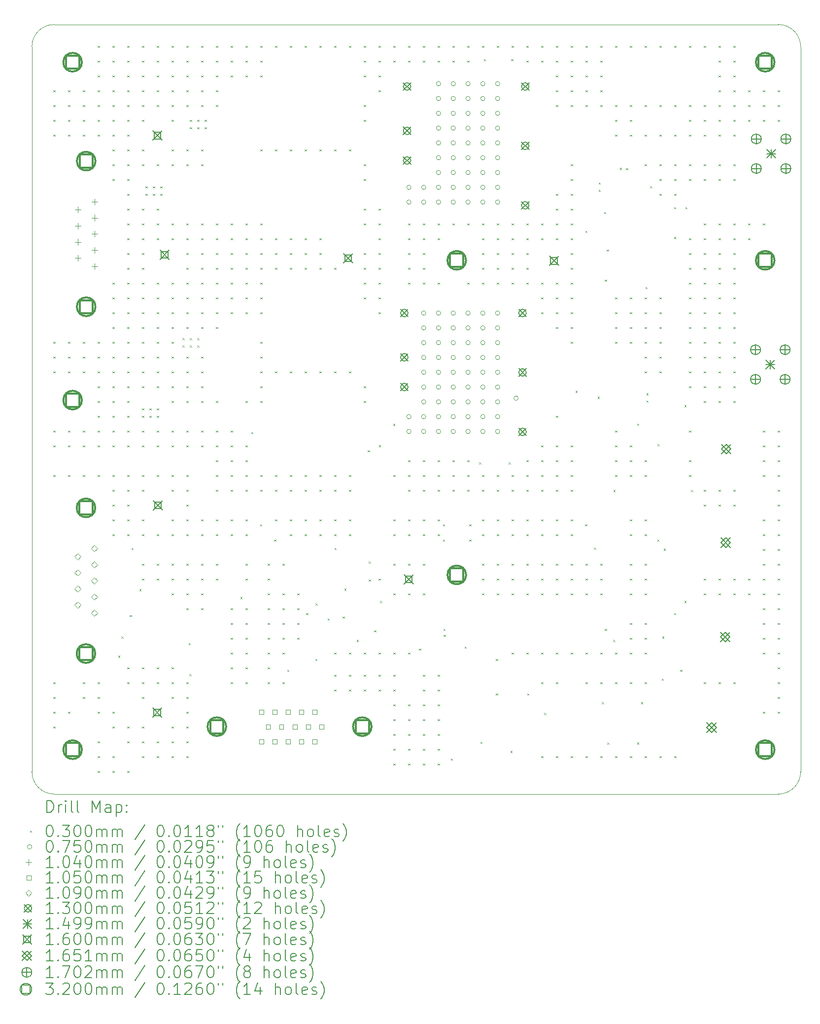
<source format=gbr>
%TF.GenerationSoftware,KiCad,Pcbnew,8.0.6*%
%TF.CreationDate,2025-05-16T10:58:13-04:00*%
%TF.ProjectId,3 - Charge_Pre-Amplifier,33202d20-4368-4617-9267-655f5072652d,rev?*%
%TF.SameCoordinates,Original*%
%TF.FileFunction,Drillmap*%
%TF.FilePolarity,Positive*%
%FSLAX45Y45*%
G04 Gerber Fmt 4.5, Leading zero omitted, Abs format (unit mm)*
G04 Created by KiCad (PCBNEW 8.0.6) date 2025-05-16 10:58:13*
%MOMM*%
%LPD*%
G01*
G04 APERTURE LIST*
%ADD10C,0.050000*%
%ADD11C,0.200000*%
%ADD12C,0.100000*%
%ADD13C,0.104000*%
%ADD14C,0.105000*%
%ADD15C,0.109000*%
%ADD16C,0.130000*%
%ADD17C,0.149860*%
%ADD18C,0.160000*%
%ADD19C,0.165100*%
%ADD20C,0.170180*%
%ADD21C,0.320000*%
G04 APERTURE END LIST*
D10*
X21082000Y-18161000D02*
G75*
G02*
X20701000Y-17780000I0J381000D01*
G01*
X21082000Y-4953000D02*
X32893000Y-4953000D01*
X20701000Y-17780000D02*
X20701000Y-7747000D01*
X33909000Y-5334000D02*
X33909000Y-17780000D01*
X33909000Y-17780000D02*
G75*
G02*
X33528000Y-18161000I-381000J0D01*
G01*
X32893000Y-18161000D02*
X21082000Y-18161000D01*
X20701000Y-7747000D02*
X20701000Y-5334000D01*
X33528000Y-4953000D02*
G75*
G02*
X33909000Y-5334000I0J-381000D01*
G01*
X32893000Y-18161000D02*
X33528000Y-18161000D01*
X20701000Y-5334000D02*
G75*
G02*
X21082000Y-4953000I381000J0D01*
G01*
X32893000Y-4953000D02*
X33528000Y-4953000D01*
D11*
D12*
X21067000Y-6081000D02*
X21097000Y-6111000D01*
X21097000Y-6081000D02*
X21067000Y-6111000D01*
X21067000Y-6335000D02*
X21097000Y-6365000D01*
X21097000Y-6335000D02*
X21067000Y-6365000D01*
X21067000Y-6589000D02*
X21097000Y-6619000D01*
X21097000Y-6589000D02*
X21067000Y-6619000D01*
X21067000Y-6843000D02*
X21097000Y-6873000D01*
X21097000Y-6843000D02*
X21067000Y-6873000D01*
X21067000Y-10399000D02*
X21097000Y-10429000D01*
X21097000Y-10399000D02*
X21067000Y-10429000D01*
X21067000Y-10653000D02*
X21097000Y-10683000D01*
X21097000Y-10653000D02*
X21067000Y-10683000D01*
X21067000Y-10907000D02*
X21097000Y-10937000D01*
X21097000Y-10907000D02*
X21067000Y-10937000D01*
X21067000Y-11923000D02*
X21097000Y-11953000D01*
X21097000Y-11923000D02*
X21067000Y-11953000D01*
X21067000Y-12177000D02*
X21097000Y-12207000D01*
X21097000Y-12177000D02*
X21067000Y-12207000D01*
X21067000Y-12685000D02*
X21097000Y-12715000D01*
X21097000Y-12685000D02*
X21067000Y-12715000D01*
X21067000Y-16241000D02*
X21097000Y-16271000D01*
X21097000Y-16241000D02*
X21067000Y-16271000D01*
X21067000Y-16495000D02*
X21097000Y-16525000D01*
X21097000Y-16495000D02*
X21067000Y-16525000D01*
X21067000Y-16749000D02*
X21097000Y-16779000D01*
X21097000Y-16749000D02*
X21067000Y-16779000D01*
X21067000Y-17003000D02*
X21097000Y-17033000D01*
X21097000Y-17003000D02*
X21067000Y-17033000D01*
X21321000Y-6081000D02*
X21351000Y-6111000D01*
X21351000Y-6081000D02*
X21321000Y-6111000D01*
X21321000Y-6335000D02*
X21351000Y-6365000D01*
X21351000Y-6335000D02*
X21321000Y-6365000D01*
X21321000Y-6589000D02*
X21351000Y-6619000D01*
X21351000Y-6589000D02*
X21321000Y-6619000D01*
X21321000Y-6843000D02*
X21351000Y-6873000D01*
X21351000Y-6843000D02*
X21321000Y-6873000D01*
X21321000Y-10399000D02*
X21351000Y-10429000D01*
X21351000Y-10399000D02*
X21321000Y-10429000D01*
X21321000Y-10653000D02*
X21351000Y-10683000D01*
X21351000Y-10653000D02*
X21321000Y-10683000D01*
X21321000Y-10907000D02*
X21351000Y-10937000D01*
X21351000Y-10907000D02*
X21321000Y-10937000D01*
X21321000Y-11923000D02*
X21351000Y-11953000D01*
X21351000Y-11923000D02*
X21321000Y-11953000D01*
X21321000Y-12177000D02*
X21351000Y-12207000D01*
X21351000Y-12177000D02*
X21321000Y-12207000D01*
X21321000Y-12685000D02*
X21351000Y-12715000D01*
X21351000Y-12685000D02*
X21321000Y-12715000D01*
X21321000Y-16749000D02*
X21351000Y-16779000D01*
X21351000Y-16749000D02*
X21321000Y-16779000D01*
X21575000Y-6081000D02*
X21605000Y-6111000D01*
X21605000Y-6081000D02*
X21575000Y-6111000D01*
X21575000Y-6335000D02*
X21605000Y-6365000D01*
X21605000Y-6335000D02*
X21575000Y-6365000D01*
X21575000Y-6589000D02*
X21605000Y-6619000D01*
X21605000Y-6589000D02*
X21575000Y-6619000D01*
X21575000Y-6843000D02*
X21605000Y-6873000D01*
X21605000Y-6843000D02*
X21575000Y-6873000D01*
X21575000Y-10399000D02*
X21605000Y-10429000D01*
X21605000Y-10399000D02*
X21575000Y-10429000D01*
X21575000Y-10653000D02*
X21605000Y-10683000D01*
X21605000Y-10653000D02*
X21575000Y-10683000D01*
X21575000Y-10907000D02*
X21605000Y-10937000D01*
X21605000Y-10907000D02*
X21575000Y-10937000D01*
X21575000Y-11923000D02*
X21605000Y-11953000D01*
X21605000Y-11923000D02*
X21575000Y-11953000D01*
X21575000Y-12177000D02*
X21605000Y-12207000D01*
X21605000Y-12177000D02*
X21575000Y-12207000D01*
X21575000Y-12685000D02*
X21605000Y-12715000D01*
X21605000Y-12685000D02*
X21575000Y-12715000D01*
X21575000Y-16241000D02*
X21605000Y-16271000D01*
X21605000Y-16241000D02*
X21575000Y-16271000D01*
X21575000Y-16495000D02*
X21605000Y-16525000D01*
X21605000Y-16495000D02*
X21575000Y-16525000D01*
X21829000Y-5319000D02*
X21859000Y-5349000D01*
X21859000Y-5319000D02*
X21829000Y-5349000D01*
X21829000Y-5573000D02*
X21859000Y-5603000D01*
X21859000Y-5573000D02*
X21829000Y-5603000D01*
X21829000Y-5827000D02*
X21859000Y-5857000D01*
X21859000Y-5827000D02*
X21829000Y-5857000D01*
X21829000Y-6081000D02*
X21859000Y-6111000D01*
X21859000Y-6081000D02*
X21829000Y-6111000D01*
X21829000Y-6335000D02*
X21859000Y-6365000D01*
X21859000Y-6335000D02*
X21829000Y-6365000D01*
X21829000Y-6589000D02*
X21859000Y-6619000D01*
X21859000Y-6589000D02*
X21829000Y-6619000D01*
X21829000Y-6843000D02*
X21859000Y-6873000D01*
X21859000Y-6843000D02*
X21829000Y-6873000D01*
X21829000Y-10399000D02*
X21859000Y-10429000D01*
X21859000Y-10399000D02*
X21829000Y-10429000D01*
X21829000Y-10653000D02*
X21859000Y-10683000D01*
X21859000Y-10653000D02*
X21829000Y-10683000D01*
X21829000Y-10907000D02*
X21859000Y-10937000D01*
X21859000Y-10907000D02*
X21829000Y-10937000D01*
X21829000Y-11161000D02*
X21859000Y-11191000D01*
X21859000Y-11161000D02*
X21829000Y-11191000D01*
X21829000Y-11415000D02*
X21859000Y-11445000D01*
X21859000Y-11415000D02*
X21829000Y-11445000D01*
X21829000Y-11669000D02*
X21859000Y-11699000D01*
X21859000Y-11669000D02*
X21829000Y-11699000D01*
X21829000Y-11923000D02*
X21859000Y-11953000D01*
X21859000Y-11923000D02*
X21829000Y-11953000D01*
X21829000Y-12177000D02*
X21859000Y-12207000D01*
X21859000Y-12177000D02*
X21829000Y-12207000D01*
X21829000Y-12685000D02*
X21859000Y-12715000D01*
X21859000Y-12685000D02*
X21829000Y-12715000D01*
X21829000Y-16241000D02*
X21859000Y-16271000D01*
X21859000Y-16241000D02*
X21829000Y-16271000D01*
X21829000Y-16495000D02*
X21859000Y-16525000D01*
X21859000Y-16495000D02*
X21829000Y-16525000D01*
X21829000Y-16749000D02*
X21859000Y-16779000D01*
X21859000Y-16749000D02*
X21829000Y-16779000D01*
X21829000Y-17257000D02*
X21859000Y-17287000D01*
X21859000Y-17257000D02*
X21829000Y-17287000D01*
X21829000Y-17511000D02*
X21859000Y-17541000D01*
X21859000Y-17511000D02*
X21829000Y-17541000D01*
X21829000Y-17765000D02*
X21859000Y-17795000D01*
X21859000Y-17765000D02*
X21829000Y-17795000D01*
X22083000Y-5319000D02*
X22113000Y-5349000D01*
X22113000Y-5319000D02*
X22083000Y-5349000D01*
X22083000Y-5573000D02*
X22113000Y-5603000D01*
X22113000Y-5573000D02*
X22083000Y-5603000D01*
X22083000Y-5827000D02*
X22113000Y-5857000D01*
X22113000Y-5827000D02*
X22083000Y-5857000D01*
X22083000Y-6081000D02*
X22113000Y-6111000D01*
X22113000Y-6081000D02*
X22083000Y-6111000D01*
X22083000Y-6335000D02*
X22113000Y-6365000D01*
X22113000Y-6335000D02*
X22083000Y-6365000D01*
X22083000Y-6589000D02*
X22113000Y-6619000D01*
X22113000Y-6589000D02*
X22083000Y-6619000D01*
X22083000Y-6843000D02*
X22113000Y-6873000D01*
X22113000Y-6843000D02*
X22083000Y-6873000D01*
X22083000Y-7097000D02*
X22113000Y-7127000D01*
X22113000Y-7097000D02*
X22083000Y-7127000D01*
X22083000Y-7351000D02*
X22113000Y-7381000D01*
X22113000Y-7351000D02*
X22083000Y-7381000D01*
X22083000Y-7605000D02*
X22113000Y-7635000D01*
X22113000Y-7605000D02*
X22083000Y-7635000D01*
X22083000Y-9383000D02*
X22113000Y-9413000D01*
X22113000Y-9383000D02*
X22083000Y-9413000D01*
X22083000Y-9637000D02*
X22113000Y-9667000D01*
X22113000Y-9637000D02*
X22083000Y-9667000D01*
X22083000Y-9891000D02*
X22113000Y-9921000D01*
X22113000Y-9891000D02*
X22083000Y-9921000D01*
X22083000Y-10145000D02*
X22113000Y-10175000D01*
X22113000Y-10145000D02*
X22083000Y-10175000D01*
X22083000Y-10399000D02*
X22113000Y-10429000D01*
X22113000Y-10399000D02*
X22083000Y-10429000D01*
X22083000Y-10653000D02*
X22113000Y-10683000D01*
X22113000Y-10653000D02*
X22083000Y-10683000D01*
X22083000Y-10907000D02*
X22113000Y-10937000D01*
X22113000Y-10907000D02*
X22083000Y-10937000D01*
X22083000Y-11161000D02*
X22113000Y-11191000D01*
X22113000Y-11161000D02*
X22083000Y-11191000D01*
X22083000Y-11415000D02*
X22113000Y-11445000D01*
X22113000Y-11415000D02*
X22083000Y-11445000D01*
X22083000Y-11669000D02*
X22113000Y-11699000D01*
X22113000Y-11669000D02*
X22083000Y-11699000D01*
X22083000Y-11923000D02*
X22113000Y-11953000D01*
X22113000Y-11923000D02*
X22083000Y-11953000D01*
X22083000Y-12177000D02*
X22113000Y-12207000D01*
X22113000Y-12177000D02*
X22083000Y-12207000D01*
X22083000Y-12685000D02*
X22113000Y-12715000D01*
X22113000Y-12685000D02*
X22083000Y-12715000D01*
X22083000Y-12939000D02*
X22113000Y-12969000D01*
X22113000Y-12939000D02*
X22083000Y-12969000D01*
X22083000Y-13193000D02*
X22113000Y-13223000D01*
X22113000Y-13193000D02*
X22083000Y-13223000D01*
X22083000Y-13447000D02*
X22113000Y-13477000D01*
X22113000Y-13447000D02*
X22083000Y-13477000D01*
X22083000Y-13701000D02*
X22113000Y-13731000D01*
X22113000Y-13701000D02*
X22083000Y-13731000D01*
X22083000Y-16749000D02*
X22113000Y-16779000D01*
X22113000Y-16749000D02*
X22083000Y-16779000D01*
X22083000Y-17003000D02*
X22113000Y-17033000D01*
X22113000Y-17003000D02*
X22083000Y-17033000D01*
X22083000Y-17511000D02*
X22113000Y-17541000D01*
X22113000Y-17511000D02*
X22083000Y-17541000D01*
X22083000Y-17765000D02*
X22113000Y-17795000D01*
X22113000Y-17765000D02*
X22083000Y-17795000D01*
X22182000Y-15786000D02*
X22212000Y-15816000D01*
X22212000Y-15786000D02*
X22182000Y-15816000D01*
X22238000Y-15454000D02*
X22268000Y-15484000D01*
X22268000Y-15454000D02*
X22238000Y-15484000D01*
X22337000Y-5319000D02*
X22367000Y-5349000D01*
X22367000Y-5319000D02*
X22337000Y-5349000D01*
X22337000Y-5573000D02*
X22367000Y-5603000D01*
X22367000Y-5573000D02*
X22337000Y-5603000D01*
X22337000Y-5827000D02*
X22367000Y-5857000D01*
X22367000Y-5827000D02*
X22337000Y-5857000D01*
X22337000Y-6081000D02*
X22367000Y-6111000D01*
X22367000Y-6081000D02*
X22337000Y-6111000D01*
X22337000Y-6335000D02*
X22367000Y-6365000D01*
X22367000Y-6335000D02*
X22337000Y-6365000D01*
X22337000Y-6589000D02*
X22367000Y-6619000D01*
X22367000Y-6589000D02*
X22337000Y-6619000D01*
X22337000Y-6843000D02*
X22367000Y-6873000D01*
X22367000Y-6843000D02*
X22337000Y-6873000D01*
X22337000Y-7097000D02*
X22367000Y-7127000D01*
X22367000Y-7097000D02*
X22337000Y-7127000D01*
X22337000Y-7351000D02*
X22367000Y-7381000D01*
X22367000Y-7351000D02*
X22337000Y-7381000D01*
X22337000Y-7605000D02*
X22367000Y-7635000D01*
X22367000Y-7605000D02*
X22337000Y-7635000D01*
X22337000Y-7859000D02*
X22367000Y-7889000D01*
X22367000Y-7859000D02*
X22337000Y-7889000D01*
X22337000Y-8113000D02*
X22367000Y-8143000D01*
X22367000Y-8113000D02*
X22337000Y-8143000D01*
X22337000Y-8367000D02*
X22367000Y-8397000D01*
X22367000Y-8367000D02*
X22337000Y-8397000D01*
X22337000Y-8621000D02*
X22367000Y-8651000D01*
X22367000Y-8621000D02*
X22337000Y-8651000D01*
X22337000Y-8875000D02*
X22367000Y-8905000D01*
X22367000Y-8875000D02*
X22337000Y-8905000D01*
X22337000Y-9129000D02*
X22367000Y-9159000D01*
X22367000Y-9129000D02*
X22337000Y-9159000D01*
X22337000Y-9383000D02*
X22367000Y-9413000D01*
X22367000Y-9383000D02*
X22337000Y-9413000D01*
X22337000Y-9637000D02*
X22367000Y-9667000D01*
X22367000Y-9637000D02*
X22337000Y-9667000D01*
X22337000Y-9891000D02*
X22367000Y-9921000D01*
X22367000Y-9891000D02*
X22337000Y-9921000D01*
X22337000Y-10145000D02*
X22367000Y-10175000D01*
X22367000Y-10145000D02*
X22337000Y-10175000D01*
X22337000Y-10399000D02*
X22367000Y-10429000D01*
X22367000Y-10399000D02*
X22337000Y-10429000D01*
X22337000Y-10653000D02*
X22367000Y-10683000D01*
X22367000Y-10653000D02*
X22337000Y-10683000D01*
X22337000Y-10907000D02*
X22367000Y-10937000D01*
X22367000Y-10907000D02*
X22337000Y-10937000D01*
X22337000Y-11161000D02*
X22367000Y-11191000D01*
X22367000Y-11161000D02*
X22337000Y-11191000D01*
X22337000Y-11415000D02*
X22367000Y-11445000D01*
X22367000Y-11415000D02*
X22337000Y-11445000D01*
X22337000Y-11669000D02*
X22367000Y-11699000D01*
X22367000Y-11669000D02*
X22337000Y-11699000D01*
X22337000Y-11923000D02*
X22367000Y-11953000D01*
X22367000Y-11923000D02*
X22337000Y-11953000D01*
X22337000Y-12177000D02*
X22367000Y-12207000D01*
X22367000Y-12177000D02*
X22337000Y-12207000D01*
X22337000Y-12685000D02*
X22367000Y-12715000D01*
X22367000Y-12685000D02*
X22337000Y-12715000D01*
X22337000Y-12939000D02*
X22367000Y-12969000D01*
X22367000Y-12939000D02*
X22337000Y-12969000D01*
X22337000Y-13193000D02*
X22367000Y-13223000D01*
X22367000Y-13193000D02*
X22337000Y-13223000D01*
X22337000Y-13447000D02*
X22367000Y-13477000D01*
X22367000Y-13447000D02*
X22337000Y-13477000D01*
X22337000Y-13701000D02*
X22367000Y-13731000D01*
X22367000Y-13701000D02*
X22337000Y-13731000D01*
X22337000Y-15987000D02*
X22367000Y-16017000D01*
X22367000Y-15987000D02*
X22337000Y-16017000D01*
X22337000Y-16241000D02*
X22367000Y-16271000D01*
X22367000Y-16241000D02*
X22337000Y-16271000D01*
X22337000Y-17003000D02*
X22367000Y-17033000D01*
X22367000Y-17003000D02*
X22337000Y-17033000D01*
X22337000Y-17257000D02*
X22367000Y-17287000D01*
X22367000Y-17257000D02*
X22337000Y-17287000D01*
X22337000Y-17765000D02*
X22367000Y-17795000D01*
X22367000Y-17765000D02*
X22337000Y-17795000D01*
X22382000Y-15086750D02*
X22412000Y-15116750D01*
X22412000Y-15086750D02*
X22382000Y-15116750D01*
X22412000Y-13938000D02*
X22442000Y-13968000D01*
X22442000Y-13938000D02*
X22412000Y-13968000D01*
X22546000Y-14644000D02*
X22576000Y-14674000D01*
X22576000Y-14644000D02*
X22546000Y-14674000D01*
X22591000Y-5319000D02*
X22621000Y-5349000D01*
X22621000Y-5319000D02*
X22591000Y-5349000D01*
X22591000Y-5573000D02*
X22621000Y-5603000D01*
X22621000Y-5573000D02*
X22591000Y-5603000D01*
X22591000Y-5827000D02*
X22621000Y-5857000D01*
X22621000Y-5827000D02*
X22591000Y-5857000D01*
X22591000Y-6081000D02*
X22621000Y-6111000D01*
X22621000Y-6081000D02*
X22591000Y-6111000D01*
X22591000Y-6335000D02*
X22621000Y-6365000D01*
X22621000Y-6335000D02*
X22591000Y-6365000D01*
X22591000Y-6589000D02*
X22621000Y-6619000D01*
X22621000Y-6589000D02*
X22591000Y-6619000D01*
X22591000Y-7097000D02*
X22621000Y-7127000D01*
X22621000Y-7097000D02*
X22591000Y-7127000D01*
X22591000Y-7351000D02*
X22621000Y-7381000D01*
X22621000Y-7351000D02*
X22591000Y-7381000D01*
X22591000Y-8113000D02*
X22621000Y-8143000D01*
X22621000Y-8113000D02*
X22591000Y-8143000D01*
X22591000Y-8367000D02*
X22621000Y-8397000D01*
X22621000Y-8367000D02*
X22591000Y-8397000D01*
X22591000Y-8621000D02*
X22621000Y-8651000D01*
X22621000Y-8621000D02*
X22591000Y-8651000D01*
X22591000Y-8875000D02*
X22621000Y-8905000D01*
X22621000Y-8875000D02*
X22591000Y-8905000D01*
X22591000Y-9129000D02*
X22621000Y-9159000D01*
X22621000Y-9129000D02*
X22591000Y-9159000D01*
X22591000Y-9383000D02*
X22621000Y-9413000D01*
X22621000Y-9383000D02*
X22591000Y-9413000D01*
X22591000Y-9637000D02*
X22621000Y-9667000D01*
X22621000Y-9637000D02*
X22591000Y-9667000D01*
X22591000Y-9891000D02*
X22621000Y-9921000D01*
X22621000Y-9891000D02*
X22591000Y-9921000D01*
X22591000Y-10145000D02*
X22621000Y-10175000D01*
X22621000Y-10145000D02*
X22591000Y-10175000D01*
X22591000Y-10399000D02*
X22621000Y-10429000D01*
X22621000Y-10399000D02*
X22591000Y-10429000D01*
X22591000Y-10653000D02*
X22621000Y-10683000D01*
X22621000Y-10653000D02*
X22591000Y-10683000D01*
X22591000Y-10907000D02*
X22621000Y-10937000D01*
X22621000Y-10907000D02*
X22591000Y-10937000D01*
X22591000Y-11161000D02*
X22621000Y-11191000D01*
X22621000Y-11161000D02*
X22591000Y-11191000D01*
X22591000Y-11542000D02*
X22621000Y-11572000D01*
X22621000Y-11542000D02*
X22591000Y-11572000D01*
X22591000Y-11669000D02*
X22621000Y-11699000D01*
X22621000Y-11669000D02*
X22591000Y-11699000D01*
X22591000Y-11923000D02*
X22621000Y-11953000D01*
X22621000Y-11923000D02*
X22591000Y-11953000D01*
X22591000Y-12177000D02*
X22621000Y-12207000D01*
X22621000Y-12177000D02*
X22591000Y-12207000D01*
X22591000Y-12685000D02*
X22621000Y-12715000D01*
X22621000Y-12685000D02*
X22591000Y-12715000D01*
X22591000Y-12939000D02*
X22621000Y-12969000D01*
X22621000Y-12939000D02*
X22591000Y-12969000D01*
X22591000Y-13447000D02*
X22621000Y-13477000D01*
X22621000Y-13447000D02*
X22591000Y-13477000D01*
X22591000Y-13701000D02*
X22621000Y-13731000D01*
X22621000Y-13701000D02*
X22591000Y-13731000D01*
X22591000Y-14209000D02*
X22621000Y-14239000D01*
X22621000Y-14209000D02*
X22591000Y-14239000D01*
X22591000Y-14463000D02*
X22621000Y-14493000D01*
X22621000Y-14463000D02*
X22591000Y-14493000D01*
X22591000Y-15987000D02*
X22621000Y-16017000D01*
X22621000Y-15987000D02*
X22591000Y-16017000D01*
X22591000Y-16241000D02*
X22621000Y-16271000D01*
X22621000Y-16241000D02*
X22591000Y-16271000D01*
X22591000Y-16495000D02*
X22621000Y-16525000D01*
X22621000Y-16495000D02*
X22591000Y-16525000D01*
X22591000Y-17003000D02*
X22621000Y-17033000D01*
X22621000Y-17003000D02*
X22591000Y-17033000D01*
X22591000Y-17257000D02*
X22621000Y-17287000D01*
X22621000Y-17257000D02*
X22591000Y-17287000D01*
X22591000Y-17511000D02*
X22621000Y-17541000D01*
X22621000Y-17511000D02*
X22591000Y-17541000D01*
X22654500Y-7732000D02*
X22684500Y-7762000D01*
X22684500Y-7732000D02*
X22654500Y-7762000D01*
X22654500Y-7859000D02*
X22684500Y-7889000D01*
X22684500Y-7859000D02*
X22654500Y-7889000D01*
X22718000Y-11542000D02*
X22748000Y-11572000D01*
X22748000Y-11542000D02*
X22718000Y-11572000D01*
X22718000Y-11669000D02*
X22748000Y-11699000D01*
X22748000Y-11669000D02*
X22718000Y-11699000D01*
X22781500Y-7732000D02*
X22811500Y-7762000D01*
X22811500Y-7732000D02*
X22781500Y-7762000D01*
X22781500Y-7859000D02*
X22811500Y-7889000D01*
X22811500Y-7859000D02*
X22781500Y-7889000D01*
X22845000Y-5319000D02*
X22875000Y-5349000D01*
X22875000Y-5319000D02*
X22845000Y-5349000D01*
X22845000Y-5573000D02*
X22875000Y-5603000D01*
X22875000Y-5573000D02*
X22845000Y-5603000D01*
X22845000Y-5827000D02*
X22875000Y-5857000D01*
X22875000Y-5827000D02*
X22845000Y-5857000D01*
X22845000Y-6081000D02*
X22875000Y-6111000D01*
X22875000Y-6081000D02*
X22845000Y-6111000D01*
X22845000Y-6335000D02*
X22875000Y-6365000D01*
X22875000Y-6335000D02*
X22845000Y-6365000D01*
X22845000Y-7351000D02*
X22875000Y-7381000D01*
X22875000Y-7351000D02*
X22845000Y-7381000D01*
X22845000Y-8113000D02*
X22875000Y-8143000D01*
X22875000Y-8113000D02*
X22845000Y-8143000D01*
X22845000Y-8367000D02*
X22875000Y-8397000D01*
X22875000Y-8367000D02*
X22845000Y-8397000D01*
X22845000Y-8621000D02*
X22875000Y-8651000D01*
X22875000Y-8621000D02*
X22845000Y-8651000D01*
X22845000Y-9383000D02*
X22875000Y-9413000D01*
X22875000Y-9383000D02*
X22845000Y-9413000D01*
X22845000Y-9637000D02*
X22875000Y-9667000D01*
X22875000Y-9637000D02*
X22845000Y-9667000D01*
X22845000Y-9891000D02*
X22875000Y-9921000D01*
X22875000Y-9891000D02*
X22845000Y-9921000D01*
X22845000Y-10145000D02*
X22875000Y-10175000D01*
X22875000Y-10145000D02*
X22845000Y-10175000D01*
X22845000Y-10399000D02*
X22875000Y-10429000D01*
X22875000Y-10399000D02*
X22845000Y-10429000D01*
X22845000Y-10653000D02*
X22875000Y-10683000D01*
X22875000Y-10653000D02*
X22845000Y-10683000D01*
X22845000Y-10907000D02*
X22875000Y-10937000D01*
X22875000Y-10907000D02*
X22845000Y-10937000D01*
X22845000Y-11161000D02*
X22875000Y-11191000D01*
X22875000Y-11161000D02*
X22845000Y-11191000D01*
X22845000Y-11542000D02*
X22875000Y-11572000D01*
X22875000Y-11542000D02*
X22845000Y-11572000D01*
X22845000Y-11669000D02*
X22875000Y-11699000D01*
X22875000Y-11669000D02*
X22845000Y-11699000D01*
X22845000Y-11923000D02*
X22875000Y-11953000D01*
X22875000Y-11923000D02*
X22845000Y-11953000D01*
X22845000Y-12177000D02*
X22875000Y-12207000D01*
X22875000Y-12177000D02*
X22845000Y-12207000D01*
X22845000Y-12685000D02*
X22875000Y-12715000D01*
X22875000Y-12685000D02*
X22845000Y-12715000D01*
X22845000Y-13701000D02*
X22875000Y-13731000D01*
X22875000Y-13701000D02*
X22845000Y-13731000D01*
X22845000Y-14209000D02*
X22875000Y-14239000D01*
X22875000Y-14209000D02*
X22845000Y-14239000D01*
X22845000Y-14463000D02*
X22875000Y-14493000D01*
X22875000Y-14463000D02*
X22845000Y-14493000D01*
X22845000Y-15987000D02*
X22875000Y-16017000D01*
X22875000Y-15987000D02*
X22845000Y-16017000D01*
X22845000Y-16241000D02*
X22875000Y-16271000D01*
X22875000Y-16241000D02*
X22845000Y-16271000D01*
X22845000Y-17257000D02*
X22875000Y-17287000D01*
X22875000Y-17257000D02*
X22845000Y-17287000D01*
X22845000Y-17511000D02*
X22875000Y-17541000D01*
X22875000Y-17511000D02*
X22845000Y-17541000D01*
X22908500Y-7732000D02*
X22938500Y-7762000D01*
X22938500Y-7732000D02*
X22908500Y-7762000D01*
X22908500Y-7859000D02*
X22938500Y-7889000D01*
X22938500Y-7859000D02*
X22908500Y-7889000D01*
X23099000Y-5319000D02*
X23129000Y-5349000D01*
X23129000Y-5319000D02*
X23099000Y-5349000D01*
X23099000Y-5573000D02*
X23129000Y-5603000D01*
X23129000Y-5573000D02*
X23099000Y-5603000D01*
X23099000Y-5827000D02*
X23129000Y-5857000D01*
X23129000Y-5827000D02*
X23099000Y-5857000D01*
X23099000Y-6081000D02*
X23129000Y-6111000D01*
X23129000Y-6081000D02*
X23099000Y-6111000D01*
X23099000Y-6335000D02*
X23129000Y-6365000D01*
X23129000Y-6335000D02*
X23099000Y-6365000D01*
X23099000Y-6589000D02*
X23129000Y-6619000D01*
X23129000Y-6589000D02*
X23099000Y-6619000D01*
X23099000Y-7097000D02*
X23129000Y-7127000D01*
X23129000Y-7097000D02*
X23099000Y-7127000D01*
X23099000Y-7351000D02*
X23129000Y-7381000D01*
X23129000Y-7351000D02*
X23099000Y-7381000D01*
X23099000Y-8367000D02*
X23129000Y-8397000D01*
X23129000Y-8367000D02*
X23099000Y-8397000D01*
X23099000Y-8621000D02*
X23129000Y-8651000D01*
X23129000Y-8621000D02*
X23099000Y-8651000D01*
X23099000Y-9383000D02*
X23129000Y-9413000D01*
X23129000Y-9383000D02*
X23099000Y-9413000D01*
X23099000Y-9637000D02*
X23129000Y-9667000D01*
X23129000Y-9637000D02*
X23099000Y-9667000D01*
X23099000Y-9891000D02*
X23129000Y-9921000D01*
X23129000Y-9891000D02*
X23099000Y-9921000D01*
X23099000Y-10145000D02*
X23129000Y-10175000D01*
X23129000Y-10145000D02*
X23099000Y-10175000D01*
X23099000Y-10399000D02*
X23129000Y-10429000D01*
X23129000Y-10399000D02*
X23099000Y-10429000D01*
X23099000Y-10653000D02*
X23129000Y-10683000D01*
X23129000Y-10653000D02*
X23099000Y-10683000D01*
X23099000Y-10907000D02*
X23129000Y-10937000D01*
X23129000Y-10907000D02*
X23099000Y-10937000D01*
X23099000Y-11161000D02*
X23129000Y-11191000D01*
X23129000Y-11161000D02*
X23099000Y-11191000D01*
X23099000Y-11415000D02*
X23129000Y-11445000D01*
X23129000Y-11415000D02*
X23099000Y-11445000D01*
X23099000Y-11923000D02*
X23129000Y-11953000D01*
X23129000Y-11923000D02*
X23099000Y-11953000D01*
X23099000Y-12177000D02*
X23129000Y-12207000D01*
X23129000Y-12177000D02*
X23099000Y-12207000D01*
X23099000Y-12685000D02*
X23129000Y-12715000D01*
X23129000Y-12685000D02*
X23099000Y-12715000D01*
X23099000Y-12939000D02*
X23129000Y-12969000D01*
X23129000Y-12939000D02*
X23099000Y-12969000D01*
X23099000Y-13447000D02*
X23129000Y-13477000D01*
X23129000Y-13447000D02*
X23099000Y-13477000D01*
X23099000Y-13701000D02*
X23129000Y-13731000D01*
X23129000Y-13701000D02*
X23099000Y-13731000D01*
X23099000Y-14209000D02*
X23129000Y-14239000D01*
X23129000Y-14209000D02*
X23099000Y-14239000D01*
X23099000Y-14463000D02*
X23129000Y-14493000D01*
X23129000Y-14463000D02*
X23099000Y-14493000D01*
X23099000Y-14717000D02*
X23129000Y-14747000D01*
X23129000Y-14717000D02*
X23099000Y-14747000D01*
X23099000Y-15987000D02*
X23129000Y-16017000D01*
X23129000Y-15987000D02*
X23099000Y-16017000D01*
X23099000Y-16241000D02*
X23129000Y-16271000D01*
X23129000Y-16241000D02*
X23099000Y-16271000D01*
X23099000Y-16495000D02*
X23129000Y-16525000D01*
X23129000Y-16495000D02*
X23099000Y-16525000D01*
X23099000Y-17003000D02*
X23129000Y-17033000D01*
X23129000Y-17003000D02*
X23099000Y-17033000D01*
X23099000Y-17257000D02*
X23129000Y-17287000D01*
X23129000Y-17257000D02*
X23099000Y-17287000D01*
X23099000Y-17511000D02*
X23129000Y-17541000D01*
X23129000Y-17511000D02*
X23099000Y-17541000D01*
X23289500Y-10335500D02*
X23319500Y-10365500D01*
X23319500Y-10335500D02*
X23289500Y-10365500D01*
X23289500Y-10462500D02*
X23319500Y-10492500D01*
X23319500Y-10462500D02*
X23289500Y-10492500D01*
X23353000Y-5319000D02*
X23383000Y-5349000D01*
X23383000Y-5319000D02*
X23353000Y-5349000D01*
X23353000Y-5573000D02*
X23383000Y-5603000D01*
X23383000Y-5573000D02*
X23353000Y-5603000D01*
X23353000Y-5827000D02*
X23383000Y-5857000D01*
X23383000Y-5827000D02*
X23353000Y-5857000D01*
X23353000Y-6081000D02*
X23383000Y-6111000D01*
X23383000Y-6081000D02*
X23353000Y-6111000D01*
X23353000Y-6335000D02*
X23383000Y-6365000D01*
X23383000Y-6335000D02*
X23353000Y-6365000D01*
X23353000Y-7097000D02*
X23383000Y-7127000D01*
X23383000Y-7097000D02*
X23353000Y-7127000D01*
X23353000Y-7351000D02*
X23383000Y-7381000D01*
X23383000Y-7351000D02*
X23353000Y-7381000D01*
X23353000Y-8367000D02*
X23383000Y-8397000D01*
X23383000Y-8367000D02*
X23353000Y-8397000D01*
X23353000Y-8621000D02*
X23383000Y-8651000D01*
X23383000Y-8621000D02*
X23353000Y-8651000D01*
X23353000Y-8875000D02*
X23383000Y-8905000D01*
X23383000Y-8875000D02*
X23353000Y-8905000D01*
X23353000Y-9129000D02*
X23383000Y-9159000D01*
X23383000Y-9129000D02*
X23353000Y-9159000D01*
X23353000Y-9383000D02*
X23383000Y-9413000D01*
X23383000Y-9383000D02*
X23353000Y-9413000D01*
X23353000Y-9637000D02*
X23383000Y-9667000D01*
X23383000Y-9637000D02*
X23353000Y-9667000D01*
X23353000Y-9891000D02*
X23383000Y-9921000D01*
X23383000Y-9891000D02*
X23353000Y-9921000D01*
X23353000Y-10145000D02*
X23383000Y-10175000D01*
X23383000Y-10145000D02*
X23353000Y-10175000D01*
X23353000Y-10653000D02*
X23383000Y-10683000D01*
X23383000Y-10653000D02*
X23353000Y-10683000D01*
X23353000Y-10907000D02*
X23383000Y-10937000D01*
X23383000Y-10907000D02*
X23353000Y-10937000D01*
X23353000Y-11161000D02*
X23383000Y-11191000D01*
X23383000Y-11161000D02*
X23353000Y-11191000D01*
X23353000Y-11415000D02*
X23383000Y-11445000D01*
X23383000Y-11415000D02*
X23353000Y-11445000D01*
X23353000Y-11923000D02*
X23383000Y-11953000D01*
X23383000Y-11923000D02*
X23353000Y-11953000D01*
X23353000Y-12177000D02*
X23383000Y-12207000D01*
X23383000Y-12177000D02*
X23353000Y-12207000D01*
X23353000Y-12685000D02*
X23383000Y-12715000D01*
X23383000Y-12685000D02*
X23353000Y-12715000D01*
X23353000Y-12939000D02*
X23383000Y-12969000D01*
X23383000Y-12939000D02*
X23353000Y-12969000D01*
X23353000Y-13193000D02*
X23383000Y-13223000D01*
X23383000Y-13193000D02*
X23353000Y-13223000D01*
X23353000Y-13447000D02*
X23383000Y-13477000D01*
X23383000Y-13447000D02*
X23353000Y-13477000D01*
X23353000Y-13701000D02*
X23383000Y-13731000D01*
X23383000Y-13701000D02*
X23353000Y-13731000D01*
X23353000Y-14209000D02*
X23383000Y-14239000D01*
X23383000Y-14209000D02*
X23353000Y-14239000D01*
X23353000Y-14463000D02*
X23383000Y-14493000D01*
X23383000Y-14463000D02*
X23353000Y-14493000D01*
X23353000Y-14717000D02*
X23383000Y-14747000D01*
X23383000Y-14717000D02*
X23353000Y-14747000D01*
X23353000Y-14971000D02*
X23383000Y-15001000D01*
X23383000Y-14971000D02*
X23353000Y-15001000D01*
X23353000Y-16241000D02*
X23383000Y-16271000D01*
X23383000Y-16241000D02*
X23353000Y-16271000D01*
X23353000Y-16495000D02*
X23383000Y-16525000D01*
X23383000Y-16495000D02*
X23353000Y-16525000D01*
X23353000Y-16749000D02*
X23383000Y-16779000D01*
X23383000Y-16749000D02*
X23353000Y-16779000D01*
X23353000Y-17003000D02*
X23383000Y-17033000D01*
X23383000Y-17003000D02*
X23353000Y-17033000D01*
X23353000Y-17257000D02*
X23383000Y-17287000D01*
X23383000Y-17257000D02*
X23353000Y-17287000D01*
X23353000Y-17511000D02*
X23383000Y-17541000D01*
X23383000Y-17511000D02*
X23353000Y-17541000D01*
X23392000Y-15571000D02*
X23422000Y-15601000D01*
X23422000Y-15571000D02*
X23392000Y-15601000D01*
X23407000Y-16098500D02*
X23437000Y-16128500D01*
X23437000Y-16098500D02*
X23407000Y-16128500D01*
X23416500Y-6589000D02*
X23446500Y-6619000D01*
X23446500Y-6589000D02*
X23416500Y-6619000D01*
X23416500Y-6716000D02*
X23446500Y-6746000D01*
X23446500Y-6716000D02*
X23416500Y-6746000D01*
X23416500Y-10335500D02*
X23446500Y-10365500D01*
X23446500Y-10335500D02*
X23416500Y-10365500D01*
X23416500Y-10462500D02*
X23446500Y-10492500D01*
X23446500Y-10462500D02*
X23416500Y-10492500D01*
X23543500Y-6589000D02*
X23573500Y-6619000D01*
X23573500Y-6589000D02*
X23543500Y-6619000D01*
X23543500Y-6716000D02*
X23573500Y-6746000D01*
X23573500Y-6716000D02*
X23543500Y-6746000D01*
X23543500Y-10335500D02*
X23573500Y-10365500D01*
X23573500Y-10335500D02*
X23543500Y-10365500D01*
X23543500Y-10462500D02*
X23573500Y-10492500D01*
X23573500Y-10462500D02*
X23543500Y-10492500D01*
X23607000Y-5319000D02*
X23637000Y-5349000D01*
X23637000Y-5319000D02*
X23607000Y-5349000D01*
X23607000Y-5573000D02*
X23637000Y-5603000D01*
X23637000Y-5573000D02*
X23607000Y-5603000D01*
X23607000Y-5827000D02*
X23637000Y-5857000D01*
X23637000Y-5827000D02*
X23607000Y-5857000D01*
X23607000Y-6081000D02*
X23637000Y-6111000D01*
X23637000Y-6081000D02*
X23607000Y-6111000D01*
X23607000Y-6335000D02*
X23637000Y-6365000D01*
X23637000Y-6335000D02*
X23607000Y-6365000D01*
X23607000Y-7097000D02*
X23637000Y-7127000D01*
X23637000Y-7097000D02*
X23607000Y-7127000D01*
X23607000Y-7351000D02*
X23637000Y-7381000D01*
X23637000Y-7351000D02*
X23607000Y-7381000D01*
X23607000Y-8367000D02*
X23637000Y-8397000D01*
X23637000Y-8367000D02*
X23607000Y-8397000D01*
X23607000Y-8621000D02*
X23637000Y-8651000D01*
X23637000Y-8621000D02*
X23607000Y-8651000D01*
X23607000Y-8875000D02*
X23637000Y-8905000D01*
X23637000Y-8875000D02*
X23607000Y-8905000D01*
X23607000Y-9129000D02*
X23637000Y-9159000D01*
X23637000Y-9129000D02*
X23607000Y-9159000D01*
X23607000Y-9383000D02*
X23637000Y-9413000D01*
X23637000Y-9383000D02*
X23607000Y-9413000D01*
X23607000Y-9637000D02*
X23637000Y-9667000D01*
X23637000Y-9637000D02*
X23607000Y-9667000D01*
X23607000Y-9891000D02*
X23637000Y-9921000D01*
X23637000Y-9891000D02*
X23607000Y-9921000D01*
X23607000Y-10145000D02*
X23637000Y-10175000D01*
X23637000Y-10145000D02*
X23607000Y-10175000D01*
X23607000Y-10653000D02*
X23637000Y-10683000D01*
X23637000Y-10653000D02*
X23607000Y-10683000D01*
X23607000Y-10907000D02*
X23637000Y-10937000D01*
X23637000Y-10907000D02*
X23607000Y-10937000D01*
X23607000Y-11161000D02*
X23637000Y-11191000D01*
X23637000Y-11161000D02*
X23607000Y-11191000D01*
X23607000Y-11415000D02*
X23637000Y-11445000D01*
X23637000Y-11415000D02*
X23607000Y-11445000D01*
X23607000Y-11923000D02*
X23637000Y-11953000D01*
X23637000Y-11923000D02*
X23607000Y-11953000D01*
X23607000Y-12177000D02*
X23637000Y-12207000D01*
X23637000Y-12177000D02*
X23607000Y-12207000D01*
X23607000Y-13447000D02*
X23637000Y-13477000D01*
X23637000Y-13447000D02*
X23607000Y-13477000D01*
X23607000Y-13701000D02*
X23637000Y-13731000D01*
X23637000Y-13701000D02*
X23607000Y-13731000D01*
X23607000Y-14209000D02*
X23637000Y-14239000D01*
X23637000Y-14209000D02*
X23607000Y-14239000D01*
X23607000Y-14463000D02*
X23637000Y-14493000D01*
X23637000Y-14463000D02*
X23607000Y-14493000D01*
X23607000Y-14717000D02*
X23637000Y-14747000D01*
X23637000Y-14717000D02*
X23607000Y-14747000D01*
X23607000Y-14971000D02*
X23637000Y-15001000D01*
X23637000Y-14971000D02*
X23607000Y-15001000D01*
X23670500Y-6589000D02*
X23700500Y-6619000D01*
X23700500Y-6589000D02*
X23670500Y-6619000D01*
X23670500Y-6716000D02*
X23700500Y-6746000D01*
X23700500Y-6716000D02*
X23670500Y-6746000D01*
X23861000Y-5319000D02*
X23891000Y-5349000D01*
X23891000Y-5319000D02*
X23861000Y-5349000D01*
X23861000Y-5573000D02*
X23891000Y-5603000D01*
X23891000Y-5573000D02*
X23861000Y-5603000D01*
X23861000Y-5827000D02*
X23891000Y-5857000D01*
X23891000Y-5827000D02*
X23861000Y-5857000D01*
X23861000Y-6081000D02*
X23891000Y-6111000D01*
X23891000Y-6081000D02*
X23861000Y-6111000D01*
X23861000Y-6335000D02*
X23891000Y-6365000D01*
X23891000Y-6335000D02*
X23861000Y-6365000D01*
X23861000Y-8367000D02*
X23891000Y-8397000D01*
X23891000Y-8367000D02*
X23861000Y-8397000D01*
X23861000Y-8621000D02*
X23891000Y-8651000D01*
X23891000Y-8621000D02*
X23861000Y-8651000D01*
X23861000Y-8875000D02*
X23891000Y-8905000D01*
X23891000Y-8875000D02*
X23861000Y-8905000D01*
X23861000Y-9129000D02*
X23891000Y-9159000D01*
X23891000Y-9129000D02*
X23861000Y-9159000D01*
X23861000Y-9383000D02*
X23891000Y-9413000D01*
X23891000Y-9383000D02*
X23861000Y-9413000D01*
X23861000Y-9637000D02*
X23891000Y-9667000D01*
X23891000Y-9637000D02*
X23861000Y-9667000D01*
X23861000Y-9891000D02*
X23891000Y-9921000D01*
X23891000Y-9891000D02*
X23861000Y-9921000D01*
X23861000Y-10145000D02*
X23891000Y-10175000D01*
X23891000Y-10145000D02*
X23861000Y-10175000D01*
X23861000Y-11415000D02*
X23891000Y-11445000D01*
X23891000Y-11415000D02*
X23861000Y-11445000D01*
X23861000Y-11923000D02*
X23891000Y-11953000D01*
X23891000Y-11923000D02*
X23861000Y-11953000D01*
X23861000Y-12177000D02*
X23891000Y-12207000D01*
X23891000Y-12177000D02*
X23861000Y-12207000D01*
X23861000Y-12431000D02*
X23891000Y-12461000D01*
X23891000Y-12431000D02*
X23861000Y-12461000D01*
X23861000Y-12685000D02*
X23891000Y-12715000D01*
X23891000Y-12685000D02*
X23861000Y-12715000D01*
X23861000Y-12939000D02*
X23891000Y-12969000D01*
X23891000Y-12939000D02*
X23861000Y-12969000D01*
X23861000Y-13447000D02*
X23891000Y-13477000D01*
X23891000Y-13447000D02*
X23861000Y-13477000D01*
X23861000Y-13701000D02*
X23891000Y-13731000D01*
X23891000Y-13701000D02*
X23861000Y-13731000D01*
X23861000Y-14209000D02*
X23891000Y-14239000D01*
X23891000Y-14209000D02*
X23861000Y-14239000D01*
X23861000Y-14463000D02*
X23891000Y-14493000D01*
X23891000Y-14463000D02*
X23861000Y-14493000D01*
X24115000Y-5319000D02*
X24145000Y-5349000D01*
X24145000Y-5319000D02*
X24115000Y-5349000D01*
X24115000Y-5573000D02*
X24145000Y-5603000D01*
X24145000Y-5573000D02*
X24115000Y-5603000D01*
X24115000Y-5827000D02*
X24145000Y-5857000D01*
X24145000Y-5827000D02*
X24115000Y-5857000D01*
X24115000Y-8367000D02*
X24145000Y-8397000D01*
X24145000Y-8367000D02*
X24115000Y-8397000D01*
X24115000Y-8621000D02*
X24145000Y-8651000D01*
X24145000Y-8621000D02*
X24115000Y-8651000D01*
X24115000Y-8875000D02*
X24145000Y-8905000D01*
X24145000Y-8875000D02*
X24115000Y-8905000D01*
X24115000Y-9129000D02*
X24145000Y-9159000D01*
X24145000Y-9129000D02*
X24115000Y-9159000D01*
X24115000Y-9383000D02*
X24145000Y-9413000D01*
X24145000Y-9383000D02*
X24115000Y-9413000D01*
X24115000Y-9637000D02*
X24145000Y-9667000D01*
X24145000Y-9637000D02*
X24115000Y-9667000D01*
X24115000Y-9891000D02*
X24145000Y-9921000D01*
X24145000Y-9891000D02*
X24115000Y-9921000D01*
X24115000Y-11923000D02*
X24145000Y-11953000D01*
X24145000Y-11923000D02*
X24115000Y-11953000D01*
X24115000Y-12177000D02*
X24145000Y-12207000D01*
X24145000Y-12177000D02*
X24115000Y-12207000D01*
X24115000Y-12431000D02*
X24145000Y-12461000D01*
X24145000Y-12431000D02*
X24115000Y-12461000D01*
X24115000Y-12685000D02*
X24145000Y-12715000D01*
X24145000Y-12685000D02*
X24115000Y-12715000D01*
X24115000Y-12939000D02*
X24145000Y-12969000D01*
X24145000Y-12939000D02*
X24115000Y-12969000D01*
X24115000Y-13447000D02*
X24145000Y-13477000D01*
X24145000Y-13447000D02*
X24115000Y-13477000D01*
X24115000Y-13701000D02*
X24145000Y-13731000D01*
X24145000Y-13701000D02*
X24115000Y-13731000D01*
X24115000Y-14971000D02*
X24145000Y-15001000D01*
X24145000Y-14971000D02*
X24115000Y-15001000D01*
X24115000Y-15225000D02*
X24145000Y-15255000D01*
X24145000Y-15225000D02*
X24115000Y-15255000D01*
X24115000Y-15479000D02*
X24145000Y-15509000D01*
X24145000Y-15479000D02*
X24115000Y-15509000D01*
X24115000Y-15733000D02*
X24145000Y-15763000D01*
X24145000Y-15733000D02*
X24115000Y-15763000D01*
X24115000Y-15987000D02*
X24145000Y-16017000D01*
X24145000Y-15987000D02*
X24115000Y-16017000D01*
X24115000Y-16241000D02*
X24145000Y-16271000D01*
X24145000Y-16241000D02*
X24115000Y-16271000D01*
X24284000Y-14778000D02*
X24314000Y-14808000D01*
X24314000Y-14778000D02*
X24284000Y-14808000D01*
X24369000Y-5319000D02*
X24399000Y-5349000D01*
X24399000Y-5319000D02*
X24369000Y-5349000D01*
X24369000Y-5573000D02*
X24399000Y-5603000D01*
X24399000Y-5573000D02*
X24369000Y-5603000D01*
X24369000Y-5827000D02*
X24399000Y-5857000D01*
X24399000Y-5827000D02*
X24369000Y-5857000D01*
X24369000Y-8367000D02*
X24399000Y-8397000D01*
X24399000Y-8367000D02*
X24369000Y-8397000D01*
X24369000Y-8621000D02*
X24399000Y-8651000D01*
X24399000Y-8621000D02*
X24369000Y-8651000D01*
X24369000Y-8875000D02*
X24399000Y-8905000D01*
X24399000Y-8875000D02*
X24369000Y-8905000D01*
X24369000Y-9129000D02*
X24399000Y-9159000D01*
X24399000Y-9129000D02*
X24369000Y-9159000D01*
X24369000Y-9383000D02*
X24399000Y-9413000D01*
X24399000Y-9383000D02*
X24369000Y-9413000D01*
X24369000Y-9637000D02*
X24399000Y-9667000D01*
X24399000Y-9637000D02*
X24369000Y-9667000D01*
X24369000Y-9891000D02*
X24399000Y-9921000D01*
X24399000Y-9891000D02*
X24369000Y-9921000D01*
X24369000Y-11415000D02*
X24399000Y-11445000D01*
X24399000Y-11415000D02*
X24369000Y-11445000D01*
X24369000Y-12177000D02*
X24399000Y-12207000D01*
X24399000Y-12177000D02*
X24369000Y-12207000D01*
X24369000Y-12431000D02*
X24399000Y-12461000D01*
X24399000Y-12431000D02*
X24369000Y-12461000D01*
X24369000Y-12685000D02*
X24399000Y-12715000D01*
X24399000Y-12685000D02*
X24369000Y-12715000D01*
X24369000Y-12939000D02*
X24399000Y-12969000D01*
X24399000Y-12939000D02*
X24369000Y-12969000D01*
X24369000Y-13447000D02*
X24399000Y-13477000D01*
X24399000Y-13447000D02*
X24369000Y-13477000D01*
X24369000Y-13701000D02*
X24399000Y-13731000D01*
X24399000Y-13701000D02*
X24369000Y-13731000D01*
X24369000Y-14209000D02*
X24399000Y-14239000D01*
X24399000Y-14209000D02*
X24369000Y-14239000D01*
X24369000Y-14463000D02*
X24399000Y-14493000D01*
X24399000Y-14463000D02*
X24369000Y-14493000D01*
X24369000Y-14971000D02*
X24399000Y-15001000D01*
X24399000Y-14971000D02*
X24369000Y-15001000D01*
X24369000Y-15225000D02*
X24399000Y-15255000D01*
X24399000Y-15225000D02*
X24369000Y-15255000D01*
X24369000Y-15479000D02*
X24399000Y-15509000D01*
X24399000Y-15479000D02*
X24369000Y-15509000D01*
X24369000Y-15733000D02*
X24399000Y-15763000D01*
X24399000Y-15733000D02*
X24369000Y-15763000D01*
X24369000Y-15987000D02*
X24399000Y-16017000D01*
X24399000Y-15987000D02*
X24369000Y-16017000D01*
X24369000Y-16241000D02*
X24399000Y-16271000D01*
X24399000Y-16241000D02*
X24369000Y-16271000D01*
X24467000Y-11948000D02*
X24497000Y-11978000D01*
X24497000Y-11948000D02*
X24467000Y-11978000D01*
X24620000Y-13531000D02*
X24650000Y-13561000D01*
X24650000Y-13531000D02*
X24620000Y-13561000D01*
X24623000Y-5319000D02*
X24653000Y-5349000D01*
X24653000Y-5319000D02*
X24623000Y-5349000D01*
X24623000Y-5573000D02*
X24653000Y-5603000D01*
X24653000Y-5573000D02*
X24623000Y-5603000D01*
X24623000Y-5827000D02*
X24653000Y-5857000D01*
X24653000Y-5827000D02*
X24623000Y-5857000D01*
X24623000Y-7097000D02*
X24653000Y-7127000D01*
X24653000Y-7097000D02*
X24623000Y-7127000D01*
X24623000Y-8367000D02*
X24653000Y-8397000D01*
X24653000Y-8367000D02*
X24623000Y-8397000D01*
X24623000Y-8621000D02*
X24653000Y-8651000D01*
X24653000Y-8621000D02*
X24623000Y-8651000D01*
X24623000Y-8875000D02*
X24653000Y-8905000D01*
X24653000Y-8875000D02*
X24623000Y-8905000D01*
X24623000Y-9129000D02*
X24653000Y-9159000D01*
X24653000Y-9129000D02*
X24623000Y-9159000D01*
X24623000Y-9383000D02*
X24653000Y-9413000D01*
X24653000Y-9383000D02*
X24623000Y-9413000D01*
X24623000Y-9637000D02*
X24653000Y-9667000D01*
X24653000Y-9637000D02*
X24623000Y-9667000D01*
X24623000Y-9891000D02*
X24653000Y-9921000D01*
X24653000Y-9891000D02*
X24623000Y-9921000D01*
X24623000Y-10399000D02*
X24653000Y-10429000D01*
X24653000Y-10399000D02*
X24623000Y-10429000D01*
X24623000Y-10653000D02*
X24653000Y-10683000D01*
X24653000Y-10653000D02*
X24623000Y-10683000D01*
X24623000Y-10907000D02*
X24653000Y-10937000D01*
X24653000Y-10907000D02*
X24623000Y-10937000D01*
X24623000Y-11161000D02*
X24653000Y-11191000D01*
X24653000Y-11161000D02*
X24623000Y-11191000D01*
X24623000Y-11415000D02*
X24653000Y-11445000D01*
X24653000Y-11415000D02*
X24623000Y-11445000D01*
X24623000Y-12685000D02*
X24653000Y-12715000D01*
X24653000Y-12685000D02*
X24623000Y-12715000D01*
X24623000Y-12939000D02*
X24653000Y-12969000D01*
X24653000Y-12939000D02*
X24623000Y-12969000D01*
X24750000Y-14209000D02*
X24780000Y-14239000D01*
X24780000Y-14209000D02*
X24750000Y-14239000D01*
X24750000Y-14463000D02*
X24780000Y-14493000D01*
X24780000Y-14463000D02*
X24750000Y-14493000D01*
X24750000Y-14717000D02*
X24780000Y-14747000D01*
X24780000Y-14717000D02*
X24750000Y-14747000D01*
X24750000Y-14971000D02*
X24780000Y-15001000D01*
X24780000Y-14971000D02*
X24750000Y-15001000D01*
X24750000Y-15225000D02*
X24780000Y-15255000D01*
X24780000Y-15225000D02*
X24750000Y-15255000D01*
X24750000Y-15479000D02*
X24780000Y-15509000D01*
X24780000Y-15479000D02*
X24750000Y-15509000D01*
X24750000Y-15733000D02*
X24780000Y-15763000D01*
X24780000Y-15733000D02*
X24750000Y-15763000D01*
X24750000Y-15987000D02*
X24780000Y-16017000D01*
X24780000Y-15987000D02*
X24750000Y-16017000D01*
X24750000Y-16241000D02*
X24780000Y-16271000D01*
X24780000Y-16241000D02*
X24750000Y-16271000D01*
X24860000Y-13793000D02*
X24890000Y-13823000D01*
X24890000Y-13793000D02*
X24860000Y-13823000D01*
X24877000Y-5319000D02*
X24907000Y-5349000D01*
X24907000Y-5319000D02*
X24877000Y-5349000D01*
X24877000Y-7097000D02*
X24907000Y-7127000D01*
X24907000Y-7097000D02*
X24877000Y-7127000D01*
X24877000Y-8621000D02*
X24907000Y-8651000D01*
X24907000Y-8621000D02*
X24877000Y-8651000D01*
X24877000Y-8875000D02*
X24907000Y-8905000D01*
X24907000Y-8875000D02*
X24877000Y-8905000D01*
X24877000Y-9129000D02*
X24907000Y-9159000D01*
X24907000Y-9129000D02*
X24877000Y-9159000D01*
X24877000Y-10907000D02*
X24907000Y-10937000D01*
X24907000Y-10907000D02*
X24877000Y-10937000D01*
X24877000Y-12685000D02*
X24907000Y-12715000D01*
X24907000Y-12685000D02*
X24877000Y-12715000D01*
X24877000Y-12939000D02*
X24907000Y-12969000D01*
X24907000Y-12939000D02*
X24877000Y-12969000D01*
X24877000Y-13447000D02*
X24907000Y-13477000D01*
X24907000Y-13447000D02*
X24877000Y-13477000D01*
X25004000Y-14209000D02*
X25034000Y-14239000D01*
X25034000Y-14209000D02*
X25004000Y-14239000D01*
X25004000Y-14717000D02*
X25034000Y-14747000D01*
X25034000Y-14717000D02*
X25004000Y-14747000D01*
X25004000Y-14971000D02*
X25034000Y-15001000D01*
X25034000Y-14971000D02*
X25004000Y-15001000D01*
X25004000Y-15225000D02*
X25034000Y-15255000D01*
X25034000Y-15225000D02*
X25004000Y-15255000D01*
X25004000Y-15479000D02*
X25034000Y-15509000D01*
X25034000Y-15479000D02*
X25004000Y-15509000D01*
X25004000Y-15733000D02*
X25034000Y-15763000D01*
X25034000Y-15733000D02*
X25004000Y-15763000D01*
X25004000Y-16241000D02*
X25034000Y-16271000D01*
X25034000Y-16241000D02*
X25004000Y-16271000D01*
X25085000Y-16027000D02*
X25115000Y-16057000D01*
X25115000Y-16027000D02*
X25085000Y-16057000D01*
X25131000Y-5319000D02*
X25161000Y-5349000D01*
X25161000Y-5319000D02*
X25131000Y-5349000D01*
X25131000Y-7097000D02*
X25161000Y-7127000D01*
X25161000Y-7097000D02*
X25131000Y-7127000D01*
X25131000Y-8621000D02*
X25161000Y-8651000D01*
X25161000Y-8621000D02*
X25131000Y-8651000D01*
X25131000Y-8875000D02*
X25161000Y-8905000D01*
X25161000Y-8875000D02*
X25131000Y-8905000D01*
X25131000Y-9129000D02*
X25161000Y-9159000D01*
X25161000Y-9129000D02*
X25131000Y-9159000D01*
X25131000Y-10907000D02*
X25161000Y-10937000D01*
X25161000Y-10907000D02*
X25131000Y-10937000D01*
X25131000Y-12685000D02*
X25161000Y-12715000D01*
X25161000Y-12685000D02*
X25131000Y-12715000D01*
X25131000Y-12939000D02*
X25161000Y-12969000D01*
X25161000Y-12939000D02*
X25131000Y-12969000D01*
X25131000Y-13447000D02*
X25161000Y-13477000D01*
X25161000Y-13447000D02*
X25131000Y-13477000D01*
X25131000Y-13701000D02*
X25161000Y-13731000D01*
X25161000Y-13701000D02*
X25131000Y-13731000D01*
X25258000Y-14717000D02*
X25288000Y-14747000D01*
X25288000Y-14717000D02*
X25258000Y-14747000D01*
X25258000Y-14971000D02*
X25288000Y-15001000D01*
X25288000Y-14971000D02*
X25258000Y-15001000D01*
X25258000Y-15225000D02*
X25288000Y-15255000D01*
X25288000Y-15225000D02*
X25258000Y-15255000D01*
X25258000Y-15479000D02*
X25288000Y-15509000D01*
X25288000Y-15479000D02*
X25258000Y-15509000D01*
X25385000Y-5319000D02*
X25415000Y-5349000D01*
X25415000Y-5319000D02*
X25385000Y-5349000D01*
X25385000Y-7097000D02*
X25415000Y-7127000D01*
X25415000Y-7097000D02*
X25385000Y-7127000D01*
X25385000Y-8621000D02*
X25415000Y-8651000D01*
X25415000Y-8621000D02*
X25385000Y-8651000D01*
X25385000Y-8875000D02*
X25415000Y-8905000D01*
X25415000Y-8875000D02*
X25385000Y-8905000D01*
X25385000Y-9129000D02*
X25415000Y-9159000D01*
X25415000Y-9129000D02*
X25385000Y-9159000D01*
X25385000Y-10907000D02*
X25415000Y-10937000D01*
X25415000Y-10907000D02*
X25385000Y-10937000D01*
X25385000Y-12685000D02*
X25415000Y-12715000D01*
X25415000Y-12685000D02*
X25385000Y-12715000D01*
X25385000Y-12939000D02*
X25415000Y-12969000D01*
X25415000Y-12939000D02*
X25385000Y-12969000D01*
X25385000Y-13447000D02*
X25415000Y-13477000D01*
X25415000Y-13447000D02*
X25385000Y-13477000D01*
X25385000Y-13701000D02*
X25415000Y-13731000D01*
X25415000Y-13701000D02*
X25385000Y-13731000D01*
X25414000Y-15054000D02*
X25444000Y-15084000D01*
X25444000Y-15054000D02*
X25414000Y-15084000D01*
X25571000Y-15842000D02*
X25601000Y-15872000D01*
X25601000Y-15842000D02*
X25571000Y-15872000D01*
X25572000Y-14890000D02*
X25602000Y-14920000D01*
X25602000Y-14890000D02*
X25572000Y-14920000D01*
X25639000Y-5319000D02*
X25669000Y-5349000D01*
X25669000Y-5319000D02*
X25639000Y-5349000D01*
X25639000Y-7097000D02*
X25669000Y-7127000D01*
X25669000Y-7097000D02*
X25639000Y-7127000D01*
X25639000Y-8621000D02*
X25669000Y-8651000D01*
X25669000Y-8621000D02*
X25639000Y-8651000D01*
X25639000Y-8875000D02*
X25669000Y-8905000D01*
X25669000Y-8875000D02*
X25639000Y-8905000D01*
X25639000Y-9129000D02*
X25669000Y-9159000D01*
X25669000Y-9129000D02*
X25639000Y-9159000D01*
X25639000Y-10907000D02*
X25669000Y-10937000D01*
X25669000Y-10907000D02*
X25639000Y-10937000D01*
X25639000Y-12685000D02*
X25669000Y-12715000D01*
X25669000Y-12685000D02*
X25639000Y-12715000D01*
X25639000Y-12939000D02*
X25669000Y-12969000D01*
X25669000Y-12939000D02*
X25639000Y-12969000D01*
X25639000Y-13447000D02*
X25669000Y-13477000D01*
X25669000Y-13447000D02*
X25639000Y-13477000D01*
X25639000Y-13701000D02*
X25669000Y-13731000D01*
X25669000Y-13701000D02*
X25639000Y-13731000D01*
X25781000Y-15146000D02*
X25811000Y-15176000D01*
X25811000Y-15146000D02*
X25781000Y-15176000D01*
X25893000Y-5319000D02*
X25923000Y-5349000D01*
X25923000Y-5319000D02*
X25893000Y-5349000D01*
X25893000Y-7097000D02*
X25923000Y-7127000D01*
X25923000Y-7097000D02*
X25893000Y-7127000D01*
X25893000Y-9129000D02*
X25923000Y-9159000D01*
X25923000Y-9129000D02*
X25893000Y-9159000D01*
X25893000Y-10907000D02*
X25923000Y-10937000D01*
X25923000Y-10907000D02*
X25893000Y-10937000D01*
X25893000Y-12685000D02*
X25923000Y-12715000D01*
X25923000Y-12685000D02*
X25893000Y-12715000D01*
X25893000Y-12939000D02*
X25923000Y-12969000D01*
X25923000Y-12939000D02*
X25893000Y-12969000D01*
X25893000Y-13447000D02*
X25923000Y-13477000D01*
X25923000Y-13447000D02*
X25893000Y-13477000D01*
X25893000Y-13701000D02*
X25923000Y-13731000D01*
X25923000Y-13701000D02*
X25893000Y-13731000D01*
X25893000Y-15733000D02*
X25923000Y-15763000D01*
X25923000Y-15733000D02*
X25893000Y-15763000D01*
X25893000Y-16114000D02*
X25923000Y-16144000D01*
X25923000Y-16114000D02*
X25893000Y-16144000D01*
X25893000Y-16368000D02*
X25923000Y-16398000D01*
X25923000Y-16368000D02*
X25893000Y-16398000D01*
X25900000Y-13936000D02*
X25930000Y-13966000D01*
X25930000Y-13936000D02*
X25900000Y-13966000D01*
X26038000Y-15114000D02*
X26068000Y-15144000D01*
X26068000Y-15114000D02*
X26038000Y-15144000D01*
X26070000Y-14636000D02*
X26100000Y-14666000D01*
X26100000Y-14636000D02*
X26070000Y-14666000D01*
X26147000Y-5319000D02*
X26177000Y-5349000D01*
X26177000Y-5319000D02*
X26147000Y-5349000D01*
X26147000Y-7097000D02*
X26177000Y-7127000D01*
X26177000Y-7097000D02*
X26147000Y-7127000D01*
X26147000Y-10907000D02*
X26177000Y-10937000D01*
X26177000Y-10907000D02*
X26147000Y-10937000D01*
X26147000Y-12685000D02*
X26177000Y-12715000D01*
X26177000Y-12685000D02*
X26147000Y-12715000D01*
X26147000Y-12939000D02*
X26177000Y-12969000D01*
X26177000Y-12939000D02*
X26147000Y-12969000D01*
X26147000Y-13447000D02*
X26177000Y-13477000D01*
X26177000Y-13447000D02*
X26147000Y-13477000D01*
X26147000Y-13701000D02*
X26177000Y-13731000D01*
X26177000Y-13701000D02*
X26147000Y-13731000D01*
X26147000Y-15733000D02*
X26177000Y-15763000D01*
X26177000Y-15733000D02*
X26147000Y-15763000D01*
X26147000Y-16114000D02*
X26177000Y-16144000D01*
X26177000Y-16114000D02*
X26147000Y-16144000D01*
X26147000Y-16368000D02*
X26177000Y-16398000D01*
X26177000Y-16368000D02*
X26147000Y-16398000D01*
X26282000Y-15515000D02*
X26312000Y-15545000D01*
X26312000Y-15515000D02*
X26282000Y-15545000D01*
X26401000Y-5319000D02*
X26431000Y-5349000D01*
X26431000Y-5319000D02*
X26401000Y-5349000D01*
X26401000Y-5573000D02*
X26431000Y-5603000D01*
X26431000Y-5573000D02*
X26401000Y-5603000D01*
X26401000Y-5827000D02*
X26431000Y-5857000D01*
X26431000Y-5827000D02*
X26401000Y-5857000D01*
X26401000Y-6335000D02*
X26431000Y-6365000D01*
X26431000Y-6335000D02*
X26401000Y-6365000D01*
X26401000Y-6589000D02*
X26431000Y-6619000D01*
X26431000Y-6589000D02*
X26401000Y-6619000D01*
X26401000Y-7351000D02*
X26431000Y-7381000D01*
X26431000Y-7351000D02*
X26401000Y-7381000D01*
X26401000Y-7605000D02*
X26431000Y-7635000D01*
X26431000Y-7605000D02*
X26401000Y-7635000D01*
X26401000Y-8113000D02*
X26431000Y-8143000D01*
X26431000Y-8113000D02*
X26401000Y-8143000D01*
X26401000Y-8367000D02*
X26431000Y-8397000D01*
X26431000Y-8367000D02*
X26401000Y-8397000D01*
X26401000Y-8875000D02*
X26431000Y-8905000D01*
X26431000Y-8875000D02*
X26401000Y-8905000D01*
X26401000Y-9129000D02*
X26431000Y-9159000D01*
X26431000Y-9129000D02*
X26401000Y-9159000D01*
X26401000Y-9383000D02*
X26431000Y-9413000D01*
X26431000Y-9383000D02*
X26401000Y-9413000D01*
X26401000Y-9637000D02*
X26431000Y-9667000D01*
X26431000Y-9637000D02*
X26401000Y-9667000D01*
X26401000Y-11161000D02*
X26431000Y-11191000D01*
X26431000Y-11161000D02*
X26401000Y-11191000D01*
X26401000Y-11415000D02*
X26431000Y-11445000D01*
X26431000Y-11415000D02*
X26401000Y-11445000D01*
X26401000Y-15733000D02*
X26431000Y-15763000D01*
X26431000Y-15733000D02*
X26401000Y-15763000D01*
X26401000Y-16114000D02*
X26431000Y-16144000D01*
X26431000Y-16114000D02*
X26401000Y-16144000D01*
X26401000Y-16368000D02*
X26431000Y-16398000D01*
X26431000Y-16368000D02*
X26401000Y-16398000D01*
X26471000Y-12259000D02*
X26501000Y-12289000D01*
X26501000Y-12259000D02*
X26471000Y-12289000D01*
X26486000Y-14167000D02*
X26516000Y-14197000D01*
X26516000Y-14167000D02*
X26486000Y-14197000D01*
X26487000Y-14477000D02*
X26517000Y-14507000D01*
X26517000Y-14477000D02*
X26487000Y-14507000D01*
X26579000Y-15350000D02*
X26609000Y-15380000D01*
X26609000Y-15350000D02*
X26579000Y-15380000D01*
X26655000Y-5319000D02*
X26685000Y-5349000D01*
X26685000Y-5319000D02*
X26655000Y-5349000D01*
X26655000Y-5573000D02*
X26685000Y-5603000D01*
X26685000Y-5573000D02*
X26655000Y-5603000D01*
X26655000Y-5827000D02*
X26685000Y-5857000D01*
X26685000Y-5827000D02*
X26655000Y-5857000D01*
X26655000Y-6081000D02*
X26685000Y-6111000D01*
X26685000Y-6081000D02*
X26655000Y-6111000D01*
X26655000Y-8113000D02*
X26685000Y-8143000D01*
X26685000Y-8113000D02*
X26655000Y-8143000D01*
X26655000Y-8367000D02*
X26685000Y-8397000D01*
X26685000Y-8367000D02*
X26655000Y-8397000D01*
X26655000Y-8621000D02*
X26685000Y-8651000D01*
X26685000Y-8621000D02*
X26655000Y-8651000D01*
X26655000Y-8875000D02*
X26685000Y-8905000D01*
X26685000Y-8875000D02*
X26655000Y-8905000D01*
X26655000Y-9129000D02*
X26685000Y-9159000D01*
X26685000Y-9129000D02*
X26655000Y-9159000D01*
X26655000Y-9383000D02*
X26685000Y-9413000D01*
X26685000Y-9383000D02*
X26655000Y-9413000D01*
X26655000Y-9637000D02*
X26685000Y-9667000D01*
X26685000Y-9637000D02*
X26655000Y-9667000D01*
X26655000Y-9891000D02*
X26685000Y-9921000D01*
X26685000Y-9891000D02*
X26655000Y-9921000D01*
X26655000Y-14463000D02*
X26685000Y-14493000D01*
X26685000Y-14463000D02*
X26655000Y-14493000D01*
X26655000Y-15733000D02*
X26685000Y-15763000D01*
X26685000Y-15733000D02*
X26655000Y-15763000D01*
X26655000Y-16114000D02*
X26685000Y-16144000D01*
X26685000Y-16114000D02*
X26655000Y-16144000D01*
X26655000Y-16368000D02*
X26685000Y-16398000D01*
X26685000Y-16368000D02*
X26655000Y-16398000D01*
X26661000Y-12169000D02*
X26691000Y-12199000D01*
X26691000Y-12169000D02*
X26661000Y-12199000D01*
X26684000Y-14848000D02*
X26714000Y-14878000D01*
X26714000Y-14848000D02*
X26684000Y-14878000D01*
X26906000Y-11808000D02*
X26936000Y-11838000D01*
X26936000Y-11808000D02*
X26906000Y-11838000D01*
X26909000Y-5319000D02*
X26939000Y-5349000D01*
X26939000Y-5319000D02*
X26909000Y-5349000D01*
X26909000Y-5573000D02*
X26939000Y-5603000D01*
X26939000Y-5573000D02*
X26909000Y-5603000D01*
X26909000Y-12685000D02*
X26939000Y-12715000D01*
X26939000Y-12685000D02*
X26909000Y-12715000D01*
X26909000Y-13447000D02*
X26939000Y-13477000D01*
X26939000Y-13447000D02*
X26909000Y-13477000D01*
X26909000Y-13701000D02*
X26939000Y-13731000D01*
X26939000Y-13701000D02*
X26909000Y-13731000D01*
X26909000Y-14209000D02*
X26939000Y-14239000D01*
X26939000Y-14209000D02*
X26909000Y-14239000D01*
X26909000Y-14717000D02*
X26939000Y-14747000D01*
X26939000Y-14717000D02*
X26909000Y-14747000D01*
X26909000Y-15733000D02*
X26939000Y-15763000D01*
X26939000Y-15733000D02*
X26909000Y-15763000D01*
X26909000Y-16114000D02*
X26939000Y-16144000D01*
X26939000Y-16114000D02*
X26909000Y-16144000D01*
X26909000Y-16368000D02*
X26939000Y-16398000D01*
X26939000Y-16368000D02*
X26909000Y-16398000D01*
X26909000Y-16622000D02*
X26939000Y-16652000D01*
X26939000Y-16622000D02*
X26909000Y-16652000D01*
X26909000Y-16876000D02*
X26939000Y-16906000D01*
X26939000Y-16876000D02*
X26909000Y-16906000D01*
X26909000Y-17130000D02*
X26939000Y-17160000D01*
X26939000Y-17130000D02*
X26909000Y-17160000D01*
X26909000Y-17384000D02*
X26939000Y-17414000D01*
X26939000Y-17384000D02*
X26909000Y-17414000D01*
X26909000Y-17638000D02*
X26939000Y-17668000D01*
X26939000Y-17638000D02*
X26909000Y-17668000D01*
X27163000Y-5319000D02*
X27193000Y-5349000D01*
X27193000Y-5319000D02*
X27163000Y-5349000D01*
X27163000Y-5573000D02*
X27193000Y-5603000D01*
X27193000Y-5573000D02*
X27163000Y-5603000D01*
X27163000Y-8367000D02*
X27193000Y-8397000D01*
X27193000Y-8367000D02*
X27163000Y-8397000D01*
X27163000Y-8621000D02*
X27193000Y-8651000D01*
X27193000Y-8621000D02*
X27163000Y-8651000D01*
X27163000Y-8875000D02*
X27193000Y-8905000D01*
X27193000Y-8875000D02*
X27163000Y-8905000D01*
X27163000Y-9129000D02*
X27193000Y-9159000D01*
X27193000Y-9129000D02*
X27163000Y-9159000D01*
X27163000Y-9383000D02*
X27193000Y-9413000D01*
X27193000Y-9383000D02*
X27163000Y-9413000D01*
X27163000Y-12431000D02*
X27193000Y-12461000D01*
X27193000Y-12431000D02*
X27163000Y-12461000D01*
X27163000Y-12685000D02*
X27193000Y-12715000D01*
X27193000Y-12685000D02*
X27163000Y-12715000D01*
X27163000Y-12939000D02*
X27193000Y-12969000D01*
X27193000Y-12939000D02*
X27163000Y-12969000D01*
X27163000Y-13447000D02*
X27193000Y-13477000D01*
X27193000Y-13447000D02*
X27163000Y-13477000D01*
X27163000Y-13701000D02*
X27193000Y-13731000D01*
X27193000Y-13701000D02*
X27163000Y-13731000D01*
X27163000Y-14209000D02*
X27193000Y-14239000D01*
X27193000Y-14209000D02*
X27163000Y-14239000D01*
X27163000Y-14717000D02*
X27193000Y-14747000D01*
X27193000Y-14717000D02*
X27163000Y-14747000D01*
X27163000Y-15733000D02*
X27193000Y-15763000D01*
X27193000Y-15733000D02*
X27163000Y-15763000D01*
X27163000Y-16622000D02*
X27193000Y-16652000D01*
X27193000Y-16622000D02*
X27163000Y-16652000D01*
X27163000Y-16876000D02*
X27193000Y-16906000D01*
X27193000Y-16876000D02*
X27163000Y-16906000D01*
X27163000Y-17130000D02*
X27193000Y-17160000D01*
X27193000Y-17130000D02*
X27163000Y-17160000D01*
X27163000Y-17384000D02*
X27193000Y-17414000D01*
X27193000Y-17384000D02*
X27163000Y-17414000D01*
X27163000Y-17638000D02*
X27193000Y-17668000D01*
X27193000Y-17638000D02*
X27163000Y-17668000D01*
X27353000Y-15663000D02*
X27383000Y-15693000D01*
X27383000Y-15663000D02*
X27353000Y-15693000D01*
X27417000Y-5319000D02*
X27447000Y-5349000D01*
X27447000Y-5319000D02*
X27417000Y-5349000D01*
X27417000Y-5573000D02*
X27447000Y-5603000D01*
X27447000Y-5573000D02*
X27417000Y-5603000D01*
X27417000Y-8367000D02*
X27447000Y-8397000D01*
X27447000Y-8367000D02*
X27417000Y-8397000D01*
X27417000Y-8621000D02*
X27447000Y-8651000D01*
X27447000Y-8621000D02*
X27417000Y-8651000D01*
X27417000Y-8875000D02*
X27447000Y-8905000D01*
X27447000Y-8875000D02*
X27417000Y-8905000D01*
X27417000Y-9129000D02*
X27447000Y-9159000D01*
X27447000Y-9129000D02*
X27417000Y-9159000D01*
X27417000Y-9383000D02*
X27447000Y-9413000D01*
X27447000Y-9383000D02*
X27417000Y-9413000D01*
X27417000Y-12431000D02*
X27447000Y-12461000D01*
X27447000Y-12431000D02*
X27417000Y-12461000D01*
X27417000Y-12685000D02*
X27447000Y-12715000D01*
X27447000Y-12685000D02*
X27417000Y-12715000D01*
X27417000Y-12939000D02*
X27447000Y-12969000D01*
X27447000Y-12939000D02*
X27417000Y-12969000D01*
X27417000Y-13447000D02*
X27447000Y-13477000D01*
X27447000Y-13447000D02*
X27417000Y-13477000D01*
X27417000Y-13701000D02*
X27447000Y-13731000D01*
X27447000Y-13701000D02*
X27417000Y-13731000D01*
X27417000Y-14209000D02*
X27447000Y-14239000D01*
X27447000Y-14209000D02*
X27417000Y-14239000D01*
X27417000Y-14717000D02*
X27447000Y-14747000D01*
X27447000Y-14717000D02*
X27417000Y-14747000D01*
X27417000Y-16114000D02*
X27447000Y-16144000D01*
X27447000Y-16114000D02*
X27417000Y-16144000D01*
X27417000Y-16368000D02*
X27447000Y-16398000D01*
X27447000Y-16368000D02*
X27417000Y-16398000D01*
X27417000Y-16622000D02*
X27447000Y-16652000D01*
X27447000Y-16622000D02*
X27417000Y-16652000D01*
X27417000Y-16876000D02*
X27447000Y-16906000D01*
X27447000Y-16876000D02*
X27417000Y-16906000D01*
X27417000Y-17130000D02*
X27447000Y-17160000D01*
X27447000Y-17130000D02*
X27417000Y-17160000D01*
X27417000Y-17384000D02*
X27447000Y-17414000D01*
X27447000Y-17384000D02*
X27417000Y-17414000D01*
X27417000Y-17638000D02*
X27447000Y-17668000D01*
X27447000Y-17638000D02*
X27417000Y-17668000D01*
X27671000Y-5319000D02*
X27701000Y-5349000D01*
X27701000Y-5319000D02*
X27671000Y-5349000D01*
X27671000Y-5573000D02*
X27701000Y-5603000D01*
X27701000Y-5573000D02*
X27671000Y-5603000D01*
X27671000Y-8367000D02*
X27701000Y-8397000D01*
X27701000Y-8367000D02*
X27671000Y-8397000D01*
X27671000Y-8621000D02*
X27701000Y-8651000D01*
X27701000Y-8621000D02*
X27671000Y-8651000D01*
X27671000Y-9383000D02*
X27701000Y-9413000D01*
X27701000Y-9383000D02*
X27671000Y-9413000D01*
X27671000Y-12431000D02*
X27701000Y-12461000D01*
X27701000Y-12431000D02*
X27671000Y-12461000D01*
X27671000Y-12685000D02*
X27701000Y-12715000D01*
X27701000Y-12685000D02*
X27671000Y-12715000D01*
X27671000Y-12939000D02*
X27701000Y-12969000D01*
X27701000Y-12939000D02*
X27671000Y-12969000D01*
X27671000Y-13447000D02*
X27701000Y-13477000D01*
X27701000Y-13447000D02*
X27671000Y-13477000D01*
X27671000Y-13701000D02*
X27701000Y-13731000D01*
X27701000Y-13701000D02*
X27671000Y-13731000D01*
X27671000Y-16114000D02*
X27701000Y-16144000D01*
X27701000Y-16114000D02*
X27671000Y-16144000D01*
X27671000Y-16368000D02*
X27701000Y-16398000D01*
X27701000Y-16368000D02*
X27671000Y-16398000D01*
X27671000Y-16622000D02*
X27701000Y-16652000D01*
X27701000Y-16622000D02*
X27671000Y-16652000D01*
X27671000Y-16876000D02*
X27701000Y-16906000D01*
X27701000Y-16876000D02*
X27671000Y-16906000D01*
X27671000Y-17130000D02*
X27701000Y-17160000D01*
X27701000Y-17130000D02*
X27671000Y-17160000D01*
X27671000Y-17384000D02*
X27701000Y-17414000D01*
X27701000Y-17384000D02*
X27671000Y-17414000D01*
X27671000Y-17638000D02*
X27701000Y-17668000D01*
X27701000Y-17638000D02*
X27671000Y-17668000D01*
X27761000Y-13531000D02*
X27791000Y-13561000D01*
X27791000Y-13531000D02*
X27761000Y-13561000D01*
X27761000Y-13793000D02*
X27791000Y-13823000D01*
X27791000Y-13793000D02*
X27761000Y-13823000D01*
X27769000Y-15325000D02*
X27799000Y-15355000D01*
X27799000Y-15325000D02*
X27769000Y-15355000D01*
X27774000Y-15426000D02*
X27804000Y-15456000D01*
X27804000Y-15426000D02*
X27774000Y-15456000D01*
X27896000Y-17549980D02*
X27926000Y-17579980D01*
X27926000Y-17549980D02*
X27896000Y-17579980D01*
X27925000Y-5319000D02*
X27955000Y-5349000D01*
X27955000Y-5319000D02*
X27925000Y-5349000D01*
X27925000Y-5573000D02*
X27955000Y-5603000D01*
X27955000Y-5573000D02*
X27925000Y-5603000D01*
X27925000Y-8367000D02*
X27955000Y-8397000D01*
X27955000Y-8367000D02*
X27925000Y-8397000D01*
X27925000Y-12431000D02*
X27955000Y-12461000D01*
X27955000Y-12431000D02*
X27925000Y-12461000D01*
X27925000Y-12685000D02*
X27955000Y-12715000D01*
X27955000Y-12685000D02*
X27925000Y-12715000D01*
X27925000Y-12939000D02*
X27955000Y-12969000D01*
X27955000Y-12939000D02*
X27925000Y-12969000D01*
X28136000Y-15630000D02*
X28166000Y-15660000D01*
X28166000Y-15630000D02*
X28136000Y-15660000D01*
X28179000Y-5319000D02*
X28209000Y-5349000D01*
X28209000Y-5319000D02*
X28179000Y-5349000D01*
X28179000Y-5573000D02*
X28209000Y-5603000D01*
X28209000Y-5573000D02*
X28179000Y-5603000D01*
X28179000Y-8367000D02*
X28209000Y-8397000D01*
X28209000Y-8367000D02*
X28179000Y-8397000D01*
X28179000Y-9383000D02*
X28209000Y-9413000D01*
X28209000Y-9383000D02*
X28179000Y-9413000D01*
X28179000Y-12431000D02*
X28209000Y-12461000D01*
X28209000Y-12431000D02*
X28179000Y-12461000D01*
X28179000Y-12685000D02*
X28209000Y-12715000D01*
X28209000Y-12685000D02*
X28179000Y-12715000D01*
X28179000Y-12939000D02*
X28209000Y-12969000D01*
X28209000Y-12939000D02*
X28179000Y-12969000D01*
X28216000Y-13531000D02*
X28246000Y-13561000D01*
X28246000Y-13531000D02*
X28216000Y-13561000D01*
X28216000Y-13793000D02*
X28246000Y-13823000D01*
X28246000Y-13793000D02*
X28216000Y-13823000D01*
X28386000Y-12466000D02*
X28416000Y-12496000D01*
X28416000Y-12466000D02*
X28386000Y-12496000D01*
X28406000Y-17262980D02*
X28436000Y-17292980D01*
X28436000Y-17262980D02*
X28406000Y-17292980D01*
X28433000Y-5319000D02*
X28463000Y-5349000D01*
X28463000Y-5319000D02*
X28433000Y-5349000D01*
X28433000Y-8367000D02*
X28463000Y-8397000D01*
X28463000Y-8367000D02*
X28433000Y-8397000D01*
X28433000Y-8621000D02*
X28463000Y-8651000D01*
X28463000Y-8621000D02*
X28433000Y-8651000D01*
X28433000Y-8875000D02*
X28463000Y-8905000D01*
X28463000Y-8875000D02*
X28433000Y-8905000D01*
X28433000Y-9129000D02*
X28463000Y-9159000D01*
X28463000Y-9129000D02*
X28433000Y-9159000D01*
X28433000Y-9383000D02*
X28463000Y-9413000D01*
X28463000Y-9383000D02*
X28433000Y-9413000D01*
X28433000Y-12685000D02*
X28463000Y-12715000D01*
X28463000Y-12685000D02*
X28433000Y-12715000D01*
X28433000Y-12939000D02*
X28463000Y-12969000D01*
X28463000Y-12939000D02*
X28433000Y-12969000D01*
X28433000Y-13447000D02*
X28463000Y-13477000D01*
X28463000Y-13447000D02*
X28433000Y-13477000D01*
X28433000Y-13701000D02*
X28463000Y-13731000D01*
X28463000Y-13701000D02*
X28433000Y-13731000D01*
X28433000Y-14209000D02*
X28463000Y-14239000D01*
X28463000Y-14209000D02*
X28433000Y-14239000D01*
X28433000Y-14463000D02*
X28463000Y-14493000D01*
X28463000Y-14463000D02*
X28433000Y-14493000D01*
X28433000Y-14717000D02*
X28463000Y-14747000D01*
X28463000Y-14717000D02*
X28433000Y-14747000D01*
X28466000Y-5547000D02*
X28496000Y-5577000D01*
X28496000Y-5547000D02*
X28466000Y-5577000D01*
X28671000Y-15842000D02*
X28701000Y-15872000D01*
X28701000Y-15842000D02*
X28671000Y-15872000D01*
X28671000Y-16432980D02*
X28701000Y-16462980D01*
X28701000Y-16432980D02*
X28671000Y-16462980D01*
X28687000Y-5319000D02*
X28717000Y-5349000D01*
X28717000Y-5319000D02*
X28687000Y-5349000D01*
X28687000Y-8367000D02*
X28717000Y-8397000D01*
X28717000Y-8367000D02*
X28687000Y-8397000D01*
X28687000Y-8621000D02*
X28717000Y-8651000D01*
X28717000Y-8621000D02*
X28687000Y-8651000D01*
X28687000Y-8875000D02*
X28717000Y-8905000D01*
X28717000Y-8875000D02*
X28687000Y-8905000D01*
X28687000Y-9129000D02*
X28717000Y-9159000D01*
X28717000Y-9129000D02*
X28687000Y-9159000D01*
X28687000Y-9383000D02*
X28717000Y-9413000D01*
X28717000Y-9383000D02*
X28687000Y-9413000D01*
X28687000Y-12685000D02*
X28717000Y-12715000D01*
X28717000Y-12685000D02*
X28687000Y-12715000D01*
X28687000Y-12939000D02*
X28717000Y-12969000D01*
X28717000Y-12939000D02*
X28687000Y-12969000D01*
X28687000Y-13447000D02*
X28717000Y-13477000D01*
X28717000Y-13447000D02*
X28687000Y-13477000D01*
X28687000Y-13701000D02*
X28717000Y-13731000D01*
X28717000Y-13701000D02*
X28687000Y-13731000D01*
X28687000Y-14209000D02*
X28717000Y-14239000D01*
X28717000Y-14209000D02*
X28687000Y-14239000D01*
X28687000Y-14463000D02*
X28717000Y-14493000D01*
X28717000Y-14463000D02*
X28687000Y-14493000D01*
X28687000Y-14717000D02*
X28717000Y-14747000D01*
X28717000Y-14717000D02*
X28687000Y-14747000D01*
X28893000Y-12467000D02*
X28923000Y-12497000D01*
X28923000Y-12467000D02*
X28893000Y-12497000D01*
X28922750Y-17417980D02*
X28952750Y-17447980D01*
X28952750Y-17417980D02*
X28922750Y-17447980D01*
X28937000Y-5547000D02*
X28967000Y-5577000D01*
X28967000Y-5547000D02*
X28937000Y-5577000D01*
X28941000Y-5319000D02*
X28971000Y-5349000D01*
X28971000Y-5319000D02*
X28941000Y-5349000D01*
X28941000Y-8367000D02*
X28971000Y-8397000D01*
X28971000Y-8367000D02*
X28941000Y-8397000D01*
X28941000Y-8621000D02*
X28971000Y-8651000D01*
X28971000Y-8621000D02*
X28941000Y-8651000D01*
X28941000Y-8875000D02*
X28971000Y-8905000D01*
X28971000Y-8875000D02*
X28941000Y-8905000D01*
X28941000Y-9129000D02*
X28971000Y-9159000D01*
X28971000Y-9129000D02*
X28941000Y-9159000D01*
X28941000Y-9383000D02*
X28971000Y-9413000D01*
X28971000Y-9383000D02*
X28941000Y-9413000D01*
X28941000Y-12685000D02*
X28971000Y-12715000D01*
X28971000Y-12685000D02*
X28941000Y-12715000D01*
X28941000Y-12939000D02*
X28971000Y-12969000D01*
X28971000Y-12939000D02*
X28941000Y-12969000D01*
X28941000Y-13447000D02*
X28971000Y-13477000D01*
X28971000Y-13447000D02*
X28941000Y-13477000D01*
X28941000Y-13701000D02*
X28971000Y-13731000D01*
X28971000Y-13701000D02*
X28941000Y-13731000D01*
X28941000Y-14209000D02*
X28971000Y-14239000D01*
X28971000Y-14209000D02*
X28941000Y-14239000D01*
X28941000Y-14463000D02*
X28971000Y-14493000D01*
X28971000Y-14463000D02*
X28941000Y-14493000D01*
X28941000Y-14717000D02*
X28971000Y-14747000D01*
X28971000Y-14717000D02*
X28941000Y-14747000D01*
X28941000Y-15733000D02*
X28971000Y-15763000D01*
X28971000Y-15733000D02*
X28941000Y-15763000D01*
X29195000Y-5319000D02*
X29225000Y-5349000D01*
X29225000Y-5319000D02*
X29195000Y-5349000D01*
X29195000Y-5573000D02*
X29225000Y-5603000D01*
X29225000Y-5573000D02*
X29195000Y-5603000D01*
X29195000Y-8367000D02*
X29225000Y-8397000D01*
X29225000Y-8367000D02*
X29195000Y-8397000D01*
X29195000Y-8621000D02*
X29225000Y-8651000D01*
X29225000Y-8621000D02*
X29195000Y-8651000D01*
X29195000Y-8875000D02*
X29225000Y-8905000D01*
X29225000Y-8875000D02*
X29195000Y-8905000D01*
X29195000Y-9129000D02*
X29225000Y-9159000D01*
X29225000Y-9129000D02*
X29195000Y-9159000D01*
X29195000Y-9383000D02*
X29225000Y-9413000D01*
X29225000Y-9383000D02*
X29195000Y-9413000D01*
X29195000Y-12431000D02*
X29225000Y-12461000D01*
X29225000Y-12431000D02*
X29195000Y-12461000D01*
X29195000Y-12685000D02*
X29225000Y-12715000D01*
X29225000Y-12685000D02*
X29195000Y-12715000D01*
X29195000Y-12939000D02*
X29225000Y-12969000D01*
X29225000Y-12939000D02*
X29195000Y-12969000D01*
X29195000Y-13447000D02*
X29225000Y-13477000D01*
X29225000Y-13447000D02*
X29195000Y-13477000D01*
X29195000Y-13701000D02*
X29225000Y-13731000D01*
X29225000Y-13701000D02*
X29195000Y-13731000D01*
X29195000Y-14209000D02*
X29225000Y-14239000D01*
X29225000Y-14209000D02*
X29195000Y-14239000D01*
X29195000Y-14463000D02*
X29225000Y-14493000D01*
X29225000Y-14463000D02*
X29195000Y-14493000D01*
X29195000Y-14717000D02*
X29225000Y-14747000D01*
X29225000Y-14717000D02*
X29195000Y-14747000D01*
X29195000Y-15733000D02*
X29225000Y-15763000D01*
X29225000Y-15733000D02*
X29195000Y-15763000D01*
X29210750Y-16431980D02*
X29240750Y-16461980D01*
X29240750Y-16431980D02*
X29210750Y-16461980D01*
X29449000Y-5319000D02*
X29479000Y-5349000D01*
X29479000Y-5319000D02*
X29449000Y-5349000D01*
X29449000Y-5573000D02*
X29479000Y-5603000D01*
X29479000Y-5573000D02*
X29449000Y-5603000D01*
X29449000Y-8367000D02*
X29479000Y-8397000D01*
X29479000Y-8367000D02*
X29449000Y-8397000D01*
X29449000Y-8621000D02*
X29479000Y-8651000D01*
X29479000Y-8621000D02*
X29449000Y-8651000D01*
X29449000Y-9383000D02*
X29479000Y-9413000D01*
X29479000Y-9383000D02*
X29449000Y-9413000D01*
X29449000Y-9637000D02*
X29479000Y-9667000D01*
X29479000Y-9637000D02*
X29449000Y-9667000D01*
X29449000Y-9891000D02*
X29479000Y-9921000D01*
X29479000Y-9891000D02*
X29449000Y-9921000D01*
X29449000Y-12177000D02*
X29479000Y-12207000D01*
X29479000Y-12177000D02*
X29449000Y-12207000D01*
X29449000Y-12431000D02*
X29479000Y-12461000D01*
X29479000Y-12431000D02*
X29449000Y-12461000D01*
X29449000Y-12685000D02*
X29479000Y-12715000D01*
X29479000Y-12685000D02*
X29449000Y-12715000D01*
X29449000Y-12939000D02*
X29479000Y-12969000D01*
X29479000Y-12939000D02*
X29449000Y-12969000D01*
X29449000Y-13447000D02*
X29479000Y-13477000D01*
X29479000Y-13447000D02*
X29449000Y-13477000D01*
X29449000Y-13701000D02*
X29479000Y-13731000D01*
X29479000Y-13701000D02*
X29449000Y-13731000D01*
X29449000Y-14209000D02*
X29479000Y-14239000D01*
X29479000Y-14209000D02*
X29449000Y-14239000D01*
X29449000Y-14463000D02*
X29479000Y-14493000D01*
X29479000Y-14463000D02*
X29449000Y-14493000D01*
X29449000Y-14717000D02*
X29479000Y-14747000D01*
X29479000Y-14717000D02*
X29449000Y-14747000D01*
X29449000Y-15733000D02*
X29479000Y-15763000D01*
X29479000Y-15733000D02*
X29449000Y-15763000D01*
X29449000Y-16241000D02*
X29479000Y-16271000D01*
X29479000Y-16241000D02*
X29449000Y-16271000D01*
X29449000Y-17511000D02*
X29479000Y-17541000D01*
X29479000Y-17511000D02*
X29449000Y-17541000D01*
X29502750Y-16769000D02*
X29532750Y-16799000D01*
X29532750Y-16769000D02*
X29502750Y-16799000D01*
X29703000Y-5319000D02*
X29733000Y-5349000D01*
X29733000Y-5319000D02*
X29703000Y-5349000D01*
X29703000Y-5573000D02*
X29733000Y-5603000D01*
X29733000Y-5573000D02*
X29703000Y-5603000D01*
X29703000Y-5827000D02*
X29733000Y-5857000D01*
X29733000Y-5827000D02*
X29703000Y-5857000D01*
X29703000Y-6081000D02*
X29733000Y-6111000D01*
X29733000Y-6081000D02*
X29703000Y-6111000D01*
X29703000Y-6335000D02*
X29733000Y-6365000D01*
X29733000Y-6335000D02*
X29703000Y-6365000D01*
X29703000Y-7859000D02*
X29733000Y-7889000D01*
X29733000Y-7859000D02*
X29703000Y-7889000D01*
X29703000Y-8113000D02*
X29733000Y-8143000D01*
X29733000Y-8113000D02*
X29703000Y-8143000D01*
X29703000Y-8367000D02*
X29733000Y-8397000D01*
X29733000Y-8367000D02*
X29703000Y-8397000D01*
X29703000Y-8621000D02*
X29733000Y-8651000D01*
X29733000Y-8621000D02*
X29703000Y-8651000D01*
X29703000Y-9383000D02*
X29733000Y-9413000D01*
X29733000Y-9383000D02*
X29703000Y-9413000D01*
X29703000Y-9637000D02*
X29733000Y-9667000D01*
X29733000Y-9637000D02*
X29703000Y-9667000D01*
X29703000Y-9891000D02*
X29733000Y-9921000D01*
X29733000Y-9891000D02*
X29703000Y-9921000D01*
X29703000Y-10145000D02*
X29733000Y-10175000D01*
X29733000Y-10145000D02*
X29703000Y-10175000D01*
X29703000Y-11669000D02*
X29733000Y-11699000D01*
X29733000Y-11669000D02*
X29703000Y-11699000D01*
X29703000Y-12177000D02*
X29733000Y-12207000D01*
X29733000Y-12177000D02*
X29703000Y-12207000D01*
X29703000Y-12431000D02*
X29733000Y-12461000D01*
X29733000Y-12431000D02*
X29703000Y-12461000D01*
X29703000Y-12685000D02*
X29733000Y-12715000D01*
X29733000Y-12685000D02*
X29703000Y-12715000D01*
X29703000Y-12939000D02*
X29733000Y-12969000D01*
X29733000Y-12939000D02*
X29703000Y-12969000D01*
X29703000Y-13447000D02*
X29733000Y-13477000D01*
X29733000Y-13447000D02*
X29703000Y-13477000D01*
X29703000Y-13701000D02*
X29733000Y-13731000D01*
X29733000Y-13701000D02*
X29703000Y-13731000D01*
X29703000Y-14209000D02*
X29733000Y-14239000D01*
X29733000Y-14209000D02*
X29703000Y-14239000D01*
X29703000Y-14463000D02*
X29733000Y-14493000D01*
X29733000Y-14463000D02*
X29703000Y-14493000D01*
X29703000Y-14717000D02*
X29733000Y-14747000D01*
X29733000Y-14717000D02*
X29703000Y-14747000D01*
X29703000Y-15733000D02*
X29733000Y-15763000D01*
X29733000Y-15733000D02*
X29703000Y-15763000D01*
X29703000Y-16241000D02*
X29733000Y-16271000D01*
X29733000Y-16241000D02*
X29703000Y-16271000D01*
X29703000Y-17511000D02*
X29733000Y-17541000D01*
X29733000Y-17511000D02*
X29703000Y-17541000D01*
X29957000Y-5319000D02*
X29987000Y-5349000D01*
X29987000Y-5319000D02*
X29957000Y-5349000D01*
X29957000Y-5573000D02*
X29987000Y-5603000D01*
X29987000Y-5573000D02*
X29957000Y-5603000D01*
X29957000Y-5827000D02*
X29987000Y-5857000D01*
X29987000Y-5827000D02*
X29957000Y-5857000D01*
X29957000Y-6081000D02*
X29987000Y-6111000D01*
X29987000Y-6081000D02*
X29957000Y-6111000D01*
X29957000Y-6335000D02*
X29987000Y-6365000D01*
X29987000Y-6335000D02*
X29957000Y-6365000D01*
X29957000Y-7351000D02*
X29987000Y-7381000D01*
X29987000Y-7351000D02*
X29957000Y-7381000D01*
X29957000Y-7605000D02*
X29987000Y-7635000D01*
X29987000Y-7605000D02*
X29957000Y-7635000D01*
X29957000Y-7859000D02*
X29987000Y-7889000D01*
X29987000Y-7859000D02*
X29957000Y-7889000D01*
X29957000Y-8113000D02*
X29987000Y-8143000D01*
X29987000Y-8113000D02*
X29957000Y-8143000D01*
X29957000Y-8367000D02*
X29987000Y-8397000D01*
X29987000Y-8367000D02*
X29957000Y-8397000D01*
X29957000Y-8621000D02*
X29987000Y-8651000D01*
X29987000Y-8621000D02*
X29957000Y-8651000D01*
X29957000Y-8875000D02*
X29987000Y-8905000D01*
X29987000Y-8875000D02*
X29957000Y-8905000D01*
X29957000Y-9129000D02*
X29987000Y-9159000D01*
X29987000Y-9129000D02*
X29957000Y-9159000D01*
X29957000Y-9383000D02*
X29987000Y-9413000D01*
X29987000Y-9383000D02*
X29957000Y-9413000D01*
X29957000Y-9637000D02*
X29987000Y-9667000D01*
X29987000Y-9637000D02*
X29957000Y-9667000D01*
X29957000Y-9891000D02*
X29987000Y-9921000D01*
X29987000Y-9891000D02*
X29957000Y-9921000D01*
X29957000Y-10145000D02*
X29987000Y-10175000D01*
X29987000Y-10145000D02*
X29957000Y-10175000D01*
X29957000Y-10399000D02*
X29987000Y-10429000D01*
X29987000Y-10399000D02*
X29957000Y-10429000D01*
X29957000Y-12177000D02*
X29987000Y-12207000D01*
X29987000Y-12177000D02*
X29957000Y-12207000D01*
X29957000Y-12431000D02*
X29987000Y-12461000D01*
X29987000Y-12431000D02*
X29957000Y-12461000D01*
X29957000Y-12685000D02*
X29987000Y-12715000D01*
X29987000Y-12685000D02*
X29957000Y-12715000D01*
X29957000Y-12939000D02*
X29987000Y-12969000D01*
X29987000Y-12939000D02*
X29957000Y-12969000D01*
X29957000Y-13447000D02*
X29987000Y-13477000D01*
X29987000Y-13447000D02*
X29957000Y-13477000D01*
X29957000Y-13701000D02*
X29987000Y-13731000D01*
X29987000Y-13701000D02*
X29957000Y-13731000D01*
X29957000Y-14209000D02*
X29987000Y-14239000D01*
X29987000Y-14209000D02*
X29957000Y-14239000D01*
X29957000Y-14463000D02*
X29987000Y-14493000D01*
X29987000Y-14463000D02*
X29957000Y-14493000D01*
X29957000Y-14717000D02*
X29987000Y-14747000D01*
X29987000Y-14717000D02*
X29957000Y-14747000D01*
X29957000Y-15733000D02*
X29987000Y-15763000D01*
X29987000Y-15733000D02*
X29957000Y-15763000D01*
X29957000Y-17511000D02*
X29987000Y-17541000D01*
X29987000Y-17511000D02*
X29957000Y-17541000D01*
X30041000Y-11239000D02*
X30071000Y-11269000D01*
X30071000Y-11239000D02*
X30041000Y-11269000D01*
X30207000Y-13531000D02*
X30237000Y-13561000D01*
X30237000Y-13531000D02*
X30207000Y-13561000D01*
X30210500Y-8492500D02*
X30240500Y-8522500D01*
X30240500Y-8492500D02*
X30210500Y-8522500D01*
X30211000Y-5319000D02*
X30241000Y-5349000D01*
X30241000Y-5319000D02*
X30211000Y-5349000D01*
X30211000Y-5573000D02*
X30241000Y-5603000D01*
X30241000Y-5573000D02*
X30211000Y-5603000D01*
X30211000Y-5827000D02*
X30241000Y-5857000D01*
X30241000Y-5827000D02*
X30211000Y-5857000D01*
X30211000Y-6081000D02*
X30241000Y-6111000D01*
X30241000Y-6081000D02*
X30211000Y-6111000D01*
X30211000Y-6335000D02*
X30241000Y-6365000D01*
X30241000Y-6335000D02*
X30211000Y-6365000D01*
X30211000Y-14209000D02*
X30241000Y-14239000D01*
X30241000Y-14209000D02*
X30211000Y-14239000D01*
X30211000Y-14463000D02*
X30241000Y-14493000D01*
X30241000Y-14463000D02*
X30211000Y-14493000D01*
X30211000Y-14717000D02*
X30241000Y-14747000D01*
X30241000Y-14717000D02*
X30211000Y-14747000D01*
X30211000Y-15733000D02*
X30241000Y-15763000D01*
X30241000Y-15733000D02*
X30211000Y-15763000D01*
X30211000Y-16241000D02*
X30241000Y-16271000D01*
X30241000Y-16241000D02*
X30211000Y-16271000D01*
X30211000Y-17511000D02*
X30241000Y-17541000D01*
X30241000Y-17511000D02*
X30211000Y-17541000D01*
X30357000Y-13932000D02*
X30387000Y-13962000D01*
X30387000Y-13932000D02*
X30357000Y-13962000D01*
X30420000Y-11343000D02*
X30450000Y-11373000D01*
X30450000Y-11343000D02*
X30420000Y-11373000D01*
X30438500Y-7662500D02*
X30468500Y-7692500D01*
X30468500Y-7662500D02*
X30438500Y-7692500D01*
X30438500Y-7789500D02*
X30468500Y-7819500D01*
X30468500Y-7789500D02*
X30438500Y-7819500D01*
X30465000Y-5319000D02*
X30495000Y-5349000D01*
X30495000Y-5319000D02*
X30465000Y-5349000D01*
X30465000Y-5573000D02*
X30495000Y-5603000D01*
X30495000Y-5573000D02*
X30465000Y-5603000D01*
X30465000Y-5827000D02*
X30495000Y-5857000D01*
X30495000Y-5827000D02*
X30465000Y-5857000D01*
X30465000Y-6081000D02*
X30495000Y-6111000D01*
X30495000Y-6081000D02*
X30465000Y-6111000D01*
X30465000Y-6335000D02*
X30495000Y-6365000D01*
X30495000Y-6335000D02*
X30465000Y-6365000D01*
X30465000Y-14209000D02*
X30495000Y-14239000D01*
X30495000Y-14209000D02*
X30465000Y-14239000D01*
X30465000Y-14463000D02*
X30495000Y-14493000D01*
X30495000Y-14463000D02*
X30465000Y-14493000D01*
X30465000Y-14717000D02*
X30495000Y-14747000D01*
X30495000Y-14717000D02*
X30465000Y-14747000D01*
X30465000Y-15733000D02*
X30495000Y-15763000D01*
X30495000Y-15733000D02*
X30465000Y-15763000D01*
X30465000Y-16241000D02*
X30495000Y-16271000D01*
X30495000Y-16241000D02*
X30465000Y-16271000D01*
X30465000Y-17511000D02*
X30495000Y-17541000D01*
X30495000Y-17511000D02*
X30465000Y-17541000D01*
X30491750Y-16580750D02*
X30521750Y-16610750D01*
X30521750Y-16580750D02*
X30491750Y-16610750D01*
X30529500Y-8169000D02*
X30559500Y-8199000D01*
X30559500Y-8169000D02*
X30529500Y-8199000D01*
X30542000Y-15325000D02*
X30572000Y-15355000D01*
X30572000Y-15325000D02*
X30542000Y-15355000D01*
X30545500Y-9330500D02*
X30575500Y-9360500D01*
X30575500Y-9330500D02*
X30545500Y-9360500D01*
X30578620Y-8812500D02*
X30608620Y-8842500D01*
X30608620Y-8812500D02*
X30578620Y-8842500D01*
X30584750Y-17277000D02*
X30614750Y-17307000D01*
X30614750Y-17277000D02*
X30584750Y-17307000D01*
X30689000Y-15515000D02*
X30719000Y-15545000D01*
X30719000Y-15515000D02*
X30689000Y-15545000D01*
X30690000Y-12943000D02*
X30720000Y-12973000D01*
X30720000Y-12943000D02*
X30690000Y-12973000D01*
X30719000Y-5319000D02*
X30749000Y-5349000D01*
X30749000Y-5319000D02*
X30719000Y-5349000D01*
X30719000Y-6335000D02*
X30749000Y-6365000D01*
X30749000Y-6335000D02*
X30719000Y-6365000D01*
X30719000Y-6589000D02*
X30749000Y-6619000D01*
X30749000Y-6589000D02*
X30719000Y-6619000D01*
X30719000Y-6843000D02*
X30749000Y-6873000D01*
X30749000Y-6843000D02*
X30719000Y-6873000D01*
X30719000Y-9637000D02*
X30749000Y-9667000D01*
X30749000Y-9637000D02*
X30719000Y-9667000D01*
X30719000Y-9891000D02*
X30749000Y-9921000D01*
X30749000Y-9891000D02*
X30719000Y-9921000D01*
X30719000Y-10145000D02*
X30749000Y-10175000D01*
X30749000Y-10145000D02*
X30719000Y-10175000D01*
X30719000Y-10399000D02*
X30749000Y-10429000D01*
X30749000Y-10399000D02*
X30719000Y-10429000D01*
X30719000Y-11923000D02*
X30749000Y-11953000D01*
X30749000Y-11923000D02*
X30719000Y-11953000D01*
X30719000Y-12177000D02*
X30749000Y-12207000D01*
X30749000Y-12177000D02*
X30719000Y-12207000D01*
X30719000Y-12431000D02*
X30749000Y-12461000D01*
X30749000Y-12431000D02*
X30719000Y-12461000D01*
X30719000Y-12685000D02*
X30749000Y-12715000D01*
X30749000Y-12685000D02*
X30719000Y-12715000D01*
X30719000Y-15733000D02*
X30749000Y-15763000D01*
X30749000Y-15733000D02*
X30719000Y-15763000D01*
X30719000Y-16241000D02*
X30749000Y-16271000D01*
X30749000Y-16241000D02*
X30719000Y-16271000D01*
X30719000Y-17511000D02*
X30749000Y-17541000D01*
X30749000Y-17511000D02*
X30719000Y-17541000D01*
X30802500Y-7414500D02*
X30832500Y-7444500D01*
X30832500Y-7414500D02*
X30802500Y-7444500D01*
X30908500Y-7415500D02*
X30938500Y-7445500D01*
X30938500Y-7415500D02*
X30908500Y-7445500D01*
X30973000Y-5319000D02*
X31003000Y-5349000D01*
X31003000Y-5319000D02*
X30973000Y-5349000D01*
X30973000Y-6335000D02*
X31003000Y-6365000D01*
X31003000Y-6335000D02*
X30973000Y-6365000D01*
X30973000Y-6589000D02*
X31003000Y-6619000D01*
X31003000Y-6589000D02*
X30973000Y-6619000D01*
X30973000Y-6843000D02*
X31003000Y-6873000D01*
X31003000Y-6843000D02*
X30973000Y-6873000D01*
X30973000Y-9637000D02*
X31003000Y-9667000D01*
X31003000Y-9637000D02*
X30973000Y-9667000D01*
X30973000Y-9891000D02*
X31003000Y-9921000D01*
X31003000Y-9891000D02*
X30973000Y-9921000D01*
X30973000Y-10145000D02*
X31003000Y-10175000D01*
X31003000Y-10145000D02*
X30973000Y-10175000D01*
X30973000Y-10399000D02*
X31003000Y-10429000D01*
X31003000Y-10399000D02*
X30973000Y-10429000D01*
X30973000Y-12177000D02*
X31003000Y-12207000D01*
X31003000Y-12177000D02*
X30973000Y-12207000D01*
X30973000Y-12431000D02*
X31003000Y-12461000D01*
X31003000Y-12431000D02*
X30973000Y-12461000D01*
X30973000Y-12685000D02*
X31003000Y-12715000D01*
X31003000Y-12685000D02*
X30973000Y-12715000D01*
X30973000Y-13447000D02*
X31003000Y-13477000D01*
X31003000Y-13447000D02*
X30973000Y-13477000D01*
X30973000Y-13701000D02*
X31003000Y-13731000D01*
X31003000Y-13701000D02*
X30973000Y-13731000D01*
X30973000Y-14209000D02*
X31003000Y-14239000D01*
X31003000Y-14209000D02*
X30973000Y-14239000D01*
X30973000Y-14463000D02*
X31003000Y-14493000D01*
X31003000Y-14463000D02*
X30973000Y-14493000D01*
X30973000Y-14717000D02*
X31003000Y-14747000D01*
X31003000Y-14717000D02*
X30973000Y-14747000D01*
X30973000Y-15225000D02*
X31003000Y-15255000D01*
X31003000Y-15225000D02*
X30973000Y-15255000D01*
X30973000Y-15479000D02*
X31003000Y-15509000D01*
X31003000Y-15479000D02*
X30973000Y-15509000D01*
X30973000Y-15733000D02*
X31003000Y-15763000D01*
X31003000Y-15733000D02*
X30973000Y-15763000D01*
X30973000Y-16241000D02*
X31003000Y-16271000D01*
X31003000Y-16241000D02*
X30973000Y-16271000D01*
X30973000Y-17511000D02*
X31003000Y-17541000D01*
X31003000Y-17511000D02*
X30973000Y-17541000D01*
X31097750Y-17277000D02*
X31127750Y-17307000D01*
X31127750Y-17277000D02*
X31097750Y-17307000D01*
X31099500Y-11804500D02*
X31129500Y-11834500D01*
X31129500Y-11804500D02*
X31099500Y-11834500D01*
X31166750Y-16581000D02*
X31196750Y-16611000D01*
X31196750Y-16581000D02*
X31166750Y-16611000D01*
X31227000Y-5319000D02*
X31257000Y-5349000D01*
X31257000Y-5319000D02*
X31227000Y-5349000D01*
X31227000Y-6335000D02*
X31257000Y-6365000D01*
X31257000Y-6335000D02*
X31227000Y-6365000D01*
X31227000Y-6843000D02*
X31257000Y-6873000D01*
X31257000Y-6843000D02*
X31227000Y-6873000D01*
X31227000Y-7351000D02*
X31257000Y-7381000D01*
X31257000Y-7351000D02*
X31227000Y-7381000D01*
X31227000Y-9637000D02*
X31257000Y-9667000D01*
X31257000Y-9637000D02*
X31227000Y-9667000D01*
X31227000Y-9891000D02*
X31257000Y-9921000D01*
X31257000Y-9891000D02*
X31227000Y-9921000D01*
X31227000Y-10145000D02*
X31257000Y-10175000D01*
X31257000Y-10145000D02*
X31227000Y-10175000D01*
X31227000Y-10399000D02*
X31257000Y-10429000D01*
X31257000Y-10399000D02*
X31227000Y-10429000D01*
X31227000Y-10653000D02*
X31257000Y-10683000D01*
X31257000Y-10653000D02*
X31227000Y-10683000D01*
X31227000Y-10907000D02*
X31257000Y-10937000D01*
X31257000Y-10907000D02*
X31227000Y-10937000D01*
X31227000Y-12431000D02*
X31257000Y-12461000D01*
X31257000Y-12431000D02*
X31227000Y-12461000D01*
X31227000Y-12685000D02*
X31257000Y-12715000D01*
X31257000Y-12685000D02*
X31227000Y-12715000D01*
X31227000Y-13447000D02*
X31257000Y-13477000D01*
X31257000Y-13447000D02*
X31227000Y-13477000D01*
X31227000Y-13701000D02*
X31257000Y-13731000D01*
X31257000Y-13701000D02*
X31227000Y-13731000D01*
X31227000Y-14209000D02*
X31257000Y-14239000D01*
X31257000Y-14209000D02*
X31227000Y-14239000D01*
X31227000Y-14463000D02*
X31257000Y-14493000D01*
X31257000Y-14463000D02*
X31227000Y-14493000D01*
X31227000Y-14717000D02*
X31257000Y-14747000D01*
X31257000Y-14717000D02*
X31227000Y-14747000D01*
X31227000Y-15225000D02*
X31257000Y-15255000D01*
X31257000Y-15225000D02*
X31227000Y-15255000D01*
X31227000Y-15479000D02*
X31257000Y-15509000D01*
X31257000Y-15479000D02*
X31227000Y-15509000D01*
X31227000Y-15733000D02*
X31257000Y-15763000D01*
X31257000Y-15733000D02*
X31227000Y-15763000D01*
X31227000Y-16241000D02*
X31257000Y-16271000D01*
X31257000Y-16241000D02*
X31227000Y-16271000D01*
X31227000Y-17511000D02*
X31257000Y-17541000D01*
X31257000Y-17511000D02*
X31227000Y-17541000D01*
X31242620Y-9456500D02*
X31272620Y-9486500D01*
X31272620Y-9456500D02*
X31242620Y-9486500D01*
X31258500Y-11406500D02*
X31288500Y-11436500D01*
X31288500Y-11406500D02*
X31258500Y-11436500D01*
X31259500Y-11280500D02*
X31289500Y-11310500D01*
X31289500Y-11280500D02*
X31259500Y-11310500D01*
X31321500Y-7726500D02*
X31351500Y-7756500D01*
X31351500Y-7726500D02*
X31321500Y-7756500D01*
X31446000Y-13793000D02*
X31476000Y-13823000D01*
X31476000Y-13793000D02*
X31446000Y-13823000D01*
X31449500Y-12152500D02*
X31479500Y-12182500D01*
X31479500Y-12152500D02*
X31449500Y-12182500D01*
X31481000Y-5319000D02*
X31511000Y-5349000D01*
X31511000Y-5319000D02*
X31481000Y-5349000D01*
X31481000Y-6335000D02*
X31511000Y-6365000D01*
X31511000Y-6335000D02*
X31481000Y-6365000D01*
X31481000Y-6843000D02*
X31511000Y-6873000D01*
X31511000Y-6843000D02*
X31481000Y-6873000D01*
X31481000Y-7351000D02*
X31511000Y-7381000D01*
X31511000Y-7351000D02*
X31481000Y-7381000D01*
X31481000Y-7605000D02*
X31511000Y-7635000D01*
X31511000Y-7605000D02*
X31481000Y-7635000D01*
X31481000Y-7859000D02*
X31511000Y-7889000D01*
X31511000Y-7859000D02*
X31481000Y-7889000D01*
X31481000Y-9637000D02*
X31511000Y-9667000D01*
X31511000Y-9637000D02*
X31481000Y-9667000D01*
X31481000Y-9891000D02*
X31511000Y-9921000D01*
X31511000Y-9891000D02*
X31481000Y-9921000D01*
X31481000Y-10145000D02*
X31511000Y-10175000D01*
X31511000Y-10145000D02*
X31481000Y-10175000D01*
X31481000Y-10399000D02*
X31511000Y-10429000D01*
X31511000Y-10399000D02*
X31481000Y-10429000D01*
X31481000Y-10653000D02*
X31511000Y-10683000D01*
X31511000Y-10653000D02*
X31481000Y-10683000D01*
X31481000Y-10907000D02*
X31511000Y-10937000D01*
X31511000Y-10907000D02*
X31481000Y-10937000D01*
X31481000Y-17511000D02*
X31511000Y-17541000D01*
X31511000Y-17511000D02*
X31481000Y-17541000D01*
X31523000Y-16179000D02*
X31553000Y-16209000D01*
X31553000Y-16179000D02*
X31523000Y-16209000D01*
X31528000Y-15455000D02*
X31558000Y-15485000D01*
X31558000Y-15455000D02*
X31528000Y-15485000D01*
X31557000Y-13948000D02*
X31587000Y-13978000D01*
X31587000Y-13948000D02*
X31557000Y-13978000D01*
X31733000Y-8599000D02*
X31763000Y-8629000D01*
X31763000Y-8599000D02*
X31733000Y-8629000D01*
X31733000Y-15054000D02*
X31763000Y-15084000D01*
X31763000Y-15054000D02*
X31733000Y-15084000D01*
X31734000Y-8086000D02*
X31764000Y-8116000D01*
X31764000Y-8086000D02*
X31734000Y-8116000D01*
X31735000Y-5319000D02*
X31765000Y-5349000D01*
X31765000Y-5319000D02*
X31735000Y-5349000D01*
X31735000Y-6335000D02*
X31765000Y-6365000D01*
X31765000Y-6335000D02*
X31735000Y-6365000D01*
X31735000Y-6843000D02*
X31765000Y-6873000D01*
X31765000Y-6843000D02*
X31735000Y-6873000D01*
X31735000Y-7351000D02*
X31765000Y-7381000D01*
X31765000Y-7351000D02*
X31735000Y-7381000D01*
X31735000Y-7605000D02*
X31765000Y-7635000D01*
X31765000Y-7605000D02*
X31735000Y-7635000D01*
X31735000Y-7859000D02*
X31765000Y-7889000D01*
X31765000Y-7859000D02*
X31735000Y-7889000D01*
X31735000Y-17511000D02*
X31765000Y-17541000D01*
X31765000Y-17511000D02*
X31735000Y-17541000D01*
X31841000Y-16027000D02*
X31871000Y-16057000D01*
X31871000Y-16027000D02*
X31841000Y-16057000D01*
X31912000Y-11486000D02*
X31942000Y-11516000D01*
X31942000Y-11486000D02*
X31912000Y-11516000D01*
X31912000Y-14846000D02*
X31942000Y-14876000D01*
X31942000Y-14846000D02*
X31912000Y-14876000D01*
X31929000Y-8087000D02*
X31959000Y-8117000D01*
X31959000Y-8087000D02*
X31929000Y-8117000D01*
X31989000Y-5319000D02*
X32019000Y-5349000D01*
X32019000Y-5319000D02*
X31989000Y-5349000D01*
X31989000Y-6335000D02*
X32019000Y-6365000D01*
X32019000Y-6335000D02*
X31989000Y-6365000D01*
X31989000Y-6589000D02*
X32019000Y-6619000D01*
X32019000Y-6589000D02*
X31989000Y-6619000D01*
X31989000Y-6843000D02*
X32019000Y-6873000D01*
X32019000Y-6843000D02*
X31989000Y-6873000D01*
X31989000Y-7351000D02*
X32019000Y-7381000D01*
X32019000Y-7351000D02*
X31989000Y-7381000D01*
X31989000Y-7605000D02*
X32019000Y-7635000D01*
X32019000Y-7605000D02*
X31989000Y-7635000D01*
X31989000Y-8621000D02*
X32019000Y-8651000D01*
X32019000Y-8621000D02*
X31989000Y-8651000D01*
X31989000Y-8875000D02*
X32019000Y-8905000D01*
X32019000Y-8875000D02*
X31989000Y-8905000D01*
X31989000Y-9129000D02*
X32019000Y-9159000D01*
X32019000Y-9129000D02*
X31989000Y-9159000D01*
X31989000Y-9383000D02*
X32019000Y-9413000D01*
X32019000Y-9383000D02*
X31989000Y-9413000D01*
X31989000Y-9637000D02*
X32019000Y-9667000D01*
X32019000Y-9637000D02*
X31989000Y-9667000D01*
X31989000Y-9891000D02*
X32019000Y-9921000D01*
X32019000Y-9891000D02*
X31989000Y-9921000D01*
X31989000Y-10145000D02*
X32019000Y-10175000D01*
X32019000Y-10145000D02*
X31989000Y-10175000D01*
X31989000Y-10399000D02*
X32019000Y-10429000D01*
X32019000Y-10399000D02*
X31989000Y-10429000D01*
X31989000Y-10653000D02*
X32019000Y-10683000D01*
X32019000Y-10653000D02*
X31989000Y-10683000D01*
X31989000Y-10907000D02*
X32019000Y-10937000D01*
X32019000Y-10907000D02*
X31989000Y-10937000D01*
X31989000Y-11161000D02*
X32019000Y-11191000D01*
X32019000Y-11161000D02*
X31989000Y-11191000D01*
X31989000Y-11923000D02*
X32019000Y-11953000D01*
X32019000Y-11923000D02*
X31989000Y-11953000D01*
X31989000Y-12431000D02*
X32019000Y-12461000D01*
X32019000Y-12431000D02*
X31989000Y-12461000D01*
X31989000Y-12685000D02*
X32019000Y-12715000D01*
X32019000Y-12685000D02*
X31989000Y-12715000D01*
X32024000Y-12942000D02*
X32054000Y-12972000D01*
X32054000Y-12942000D02*
X32024000Y-12972000D01*
X32243000Y-5319000D02*
X32273000Y-5349000D01*
X32273000Y-5319000D02*
X32243000Y-5349000D01*
X32243000Y-6335000D02*
X32273000Y-6365000D01*
X32273000Y-6335000D02*
X32243000Y-6365000D01*
X32243000Y-6589000D02*
X32273000Y-6619000D01*
X32273000Y-6589000D02*
X32243000Y-6619000D01*
X32243000Y-6843000D02*
X32273000Y-6873000D01*
X32273000Y-6843000D02*
X32243000Y-6873000D01*
X32243000Y-7351000D02*
X32273000Y-7381000D01*
X32273000Y-7351000D02*
X32243000Y-7381000D01*
X32243000Y-7605000D02*
X32273000Y-7635000D01*
X32273000Y-7605000D02*
X32243000Y-7635000D01*
X32243000Y-8367000D02*
X32273000Y-8397000D01*
X32273000Y-8367000D02*
X32243000Y-8397000D01*
X32243000Y-8621000D02*
X32273000Y-8651000D01*
X32273000Y-8621000D02*
X32243000Y-8651000D01*
X32243000Y-8875000D02*
X32273000Y-8905000D01*
X32273000Y-8875000D02*
X32243000Y-8905000D01*
X32243000Y-9129000D02*
X32273000Y-9159000D01*
X32273000Y-9129000D02*
X32243000Y-9159000D01*
X32243000Y-9383000D02*
X32273000Y-9413000D01*
X32273000Y-9383000D02*
X32243000Y-9413000D01*
X32243000Y-9637000D02*
X32273000Y-9667000D01*
X32273000Y-9637000D02*
X32243000Y-9667000D01*
X32243000Y-9891000D02*
X32273000Y-9921000D01*
X32273000Y-9891000D02*
X32243000Y-9921000D01*
X32243000Y-10145000D02*
X32273000Y-10175000D01*
X32273000Y-10145000D02*
X32243000Y-10175000D01*
X32243000Y-10399000D02*
X32273000Y-10429000D01*
X32273000Y-10399000D02*
X32243000Y-10429000D01*
X32243000Y-10653000D02*
X32273000Y-10683000D01*
X32273000Y-10653000D02*
X32243000Y-10683000D01*
X32243000Y-10907000D02*
X32273000Y-10937000D01*
X32273000Y-10907000D02*
X32243000Y-10937000D01*
X32243000Y-11161000D02*
X32273000Y-11191000D01*
X32273000Y-11161000D02*
X32243000Y-11191000D01*
X32243000Y-11415000D02*
X32273000Y-11445000D01*
X32273000Y-11415000D02*
X32243000Y-11445000D01*
X32243000Y-12939000D02*
X32273000Y-12969000D01*
X32273000Y-12939000D02*
X32243000Y-12969000D01*
X32243000Y-13193000D02*
X32273000Y-13223000D01*
X32273000Y-13193000D02*
X32243000Y-13223000D01*
X32243000Y-14463000D02*
X32273000Y-14493000D01*
X32273000Y-14463000D02*
X32243000Y-14493000D01*
X32243000Y-14717000D02*
X32273000Y-14747000D01*
X32273000Y-14717000D02*
X32243000Y-14747000D01*
X32243000Y-16241000D02*
X32273000Y-16271000D01*
X32273000Y-16241000D02*
X32243000Y-16271000D01*
X32497000Y-5319000D02*
X32527000Y-5349000D01*
X32527000Y-5319000D02*
X32497000Y-5349000D01*
X32497000Y-5573000D02*
X32527000Y-5603000D01*
X32527000Y-5573000D02*
X32497000Y-5603000D01*
X32497000Y-5827000D02*
X32527000Y-5857000D01*
X32527000Y-5827000D02*
X32497000Y-5857000D01*
X32497000Y-6081000D02*
X32527000Y-6111000D01*
X32527000Y-6081000D02*
X32497000Y-6111000D01*
X32497000Y-6335000D02*
X32527000Y-6365000D01*
X32527000Y-6335000D02*
X32497000Y-6365000D01*
X32497000Y-6589000D02*
X32527000Y-6619000D01*
X32527000Y-6589000D02*
X32497000Y-6619000D01*
X32497000Y-6843000D02*
X32527000Y-6873000D01*
X32527000Y-6843000D02*
X32497000Y-6873000D01*
X32497000Y-7351000D02*
X32527000Y-7381000D01*
X32527000Y-7351000D02*
X32497000Y-7381000D01*
X32497000Y-7605000D02*
X32527000Y-7635000D01*
X32527000Y-7605000D02*
X32497000Y-7635000D01*
X32497000Y-8367000D02*
X32527000Y-8397000D01*
X32527000Y-8367000D02*
X32497000Y-8397000D01*
X32497000Y-8621000D02*
X32527000Y-8651000D01*
X32527000Y-8621000D02*
X32497000Y-8651000D01*
X32497000Y-8875000D02*
X32527000Y-8905000D01*
X32527000Y-8875000D02*
X32497000Y-8905000D01*
X32497000Y-9129000D02*
X32527000Y-9159000D01*
X32527000Y-9129000D02*
X32497000Y-9159000D01*
X32497000Y-9383000D02*
X32527000Y-9413000D01*
X32527000Y-9383000D02*
X32497000Y-9413000D01*
X32497000Y-9637000D02*
X32527000Y-9667000D01*
X32527000Y-9637000D02*
X32497000Y-9667000D01*
X32497000Y-9891000D02*
X32527000Y-9921000D01*
X32527000Y-9891000D02*
X32497000Y-9921000D01*
X32497000Y-10145000D02*
X32527000Y-10175000D01*
X32527000Y-10145000D02*
X32497000Y-10175000D01*
X32497000Y-10399000D02*
X32527000Y-10429000D01*
X32527000Y-10399000D02*
X32497000Y-10429000D01*
X32497000Y-10653000D02*
X32527000Y-10683000D01*
X32527000Y-10653000D02*
X32497000Y-10683000D01*
X32497000Y-10907000D02*
X32527000Y-10937000D01*
X32527000Y-10907000D02*
X32497000Y-10937000D01*
X32497000Y-11161000D02*
X32527000Y-11191000D01*
X32527000Y-11161000D02*
X32497000Y-11191000D01*
X32497000Y-11415000D02*
X32527000Y-11445000D01*
X32527000Y-11415000D02*
X32497000Y-11445000D01*
X32497000Y-12939000D02*
X32527000Y-12969000D01*
X32527000Y-12939000D02*
X32497000Y-12969000D01*
X32497000Y-13193000D02*
X32527000Y-13223000D01*
X32527000Y-13193000D02*
X32497000Y-13223000D01*
X32497000Y-14463000D02*
X32527000Y-14493000D01*
X32527000Y-14463000D02*
X32497000Y-14493000D01*
X32497000Y-14717000D02*
X32527000Y-14747000D01*
X32527000Y-14717000D02*
X32497000Y-14747000D01*
X32497000Y-16241000D02*
X32527000Y-16271000D01*
X32527000Y-16241000D02*
X32497000Y-16271000D01*
X32751000Y-5319000D02*
X32781000Y-5349000D01*
X32781000Y-5319000D02*
X32751000Y-5349000D01*
X32751000Y-5573000D02*
X32781000Y-5603000D01*
X32781000Y-5573000D02*
X32751000Y-5603000D01*
X32751000Y-5827000D02*
X32781000Y-5857000D01*
X32781000Y-5827000D02*
X32751000Y-5857000D01*
X32751000Y-6081000D02*
X32781000Y-6111000D01*
X32781000Y-6081000D02*
X32751000Y-6111000D01*
X32751000Y-6335000D02*
X32781000Y-6365000D01*
X32781000Y-6335000D02*
X32751000Y-6365000D01*
X32751000Y-6589000D02*
X32781000Y-6619000D01*
X32781000Y-6589000D02*
X32751000Y-6619000D01*
X32751000Y-6843000D02*
X32781000Y-6873000D01*
X32781000Y-6843000D02*
X32751000Y-6873000D01*
X32751000Y-7351000D02*
X32781000Y-7381000D01*
X32781000Y-7351000D02*
X32751000Y-7381000D01*
X32751000Y-7605000D02*
X32781000Y-7635000D01*
X32781000Y-7605000D02*
X32751000Y-7635000D01*
X32751000Y-8367000D02*
X32781000Y-8397000D01*
X32781000Y-8367000D02*
X32751000Y-8397000D01*
X32751000Y-8621000D02*
X32781000Y-8651000D01*
X32781000Y-8621000D02*
X32751000Y-8651000D01*
X32751000Y-8875000D02*
X32781000Y-8905000D01*
X32781000Y-8875000D02*
X32751000Y-8905000D01*
X32751000Y-9129000D02*
X32781000Y-9159000D01*
X32781000Y-9129000D02*
X32751000Y-9159000D01*
X32751000Y-9383000D02*
X32781000Y-9413000D01*
X32781000Y-9383000D02*
X32751000Y-9413000D01*
X32751000Y-9637000D02*
X32781000Y-9667000D01*
X32781000Y-9637000D02*
X32751000Y-9667000D01*
X32751000Y-9891000D02*
X32781000Y-9921000D01*
X32781000Y-9891000D02*
X32751000Y-9921000D01*
X32751000Y-10145000D02*
X32781000Y-10175000D01*
X32781000Y-10145000D02*
X32751000Y-10175000D01*
X32751000Y-10399000D02*
X32781000Y-10429000D01*
X32781000Y-10399000D02*
X32751000Y-10429000D01*
X32751000Y-10653000D02*
X32781000Y-10683000D01*
X32781000Y-10653000D02*
X32751000Y-10683000D01*
X32751000Y-10907000D02*
X32781000Y-10937000D01*
X32781000Y-10907000D02*
X32751000Y-10937000D01*
X32751000Y-11161000D02*
X32781000Y-11191000D01*
X32781000Y-11161000D02*
X32751000Y-11191000D01*
X32751000Y-11415000D02*
X32781000Y-11445000D01*
X32781000Y-11415000D02*
X32751000Y-11445000D01*
X32751000Y-12939000D02*
X32781000Y-12969000D01*
X32781000Y-12939000D02*
X32751000Y-12969000D01*
X32751000Y-13193000D02*
X32781000Y-13223000D01*
X32781000Y-13193000D02*
X32751000Y-13223000D01*
X32751000Y-14463000D02*
X32781000Y-14493000D01*
X32781000Y-14463000D02*
X32751000Y-14493000D01*
X32751000Y-14717000D02*
X32781000Y-14747000D01*
X32781000Y-14717000D02*
X32751000Y-14747000D01*
X32751000Y-16241000D02*
X32781000Y-16271000D01*
X32781000Y-16241000D02*
X32751000Y-16271000D01*
X33005000Y-6081000D02*
X33035000Y-6111000D01*
X33035000Y-6081000D02*
X33005000Y-6111000D01*
X33005000Y-6335000D02*
X33035000Y-6365000D01*
X33035000Y-6335000D02*
X33005000Y-6365000D01*
X33005000Y-6589000D02*
X33035000Y-6619000D01*
X33035000Y-6589000D02*
X33005000Y-6619000D01*
X33005000Y-8367000D02*
X33035000Y-8397000D01*
X33035000Y-8367000D02*
X33005000Y-8397000D01*
X33005000Y-8621000D02*
X33035000Y-8651000D01*
X33035000Y-8621000D02*
X33005000Y-8651000D01*
X33005000Y-14463000D02*
X33035000Y-14493000D01*
X33035000Y-14463000D02*
X33005000Y-14493000D01*
X33005000Y-14717000D02*
X33035000Y-14747000D01*
X33035000Y-14717000D02*
X33005000Y-14747000D01*
X33259000Y-6081000D02*
X33289000Y-6111000D01*
X33289000Y-6081000D02*
X33259000Y-6111000D01*
X33259000Y-6335000D02*
X33289000Y-6365000D01*
X33289000Y-6335000D02*
X33259000Y-6365000D01*
X33259000Y-6589000D02*
X33289000Y-6619000D01*
X33289000Y-6589000D02*
X33259000Y-6619000D01*
X33259000Y-8367000D02*
X33289000Y-8397000D01*
X33289000Y-8367000D02*
X33259000Y-8397000D01*
X33259000Y-11923000D02*
X33289000Y-11953000D01*
X33289000Y-11923000D02*
X33259000Y-11953000D01*
X33259000Y-12177000D02*
X33289000Y-12207000D01*
X33289000Y-12177000D02*
X33259000Y-12207000D01*
X33259000Y-12431000D02*
X33289000Y-12461000D01*
X33289000Y-12431000D02*
X33259000Y-12461000D01*
X33259000Y-12685000D02*
X33289000Y-12715000D01*
X33289000Y-12685000D02*
X33259000Y-12715000D01*
X33259000Y-13447000D02*
X33289000Y-13477000D01*
X33289000Y-13447000D02*
X33259000Y-13477000D01*
X33259000Y-13701000D02*
X33289000Y-13731000D01*
X33289000Y-13701000D02*
X33259000Y-13731000D01*
X33259000Y-13955000D02*
X33289000Y-13985000D01*
X33289000Y-13955000D02*
X33259000Y-13985000D01*
X33259000Y-14209000D02*
X33289000Y-14239000D01*
X33289000Y-14209000D02*
X33259000Y-14239000D01*
X33259000Y-14463000D02*
X33289000Y-14493000D01*
X33289000Y-14463000D02*
X33259000Y-14493000D01*
X33259000Y-14717000D02*
X33289000Y-14747000D01*
X33289000Y-14717000D02*
X33259000Y-14747000D01*
X33259000Y-14971000D02*
X33289000Y-15001000D01*
X33289000Y-14971000D02*
X33259000Y-15001000D01*
X33259000Y-15225000D02*
X33289000Y-15255000D01*
X33289000Y-15225000D02*
X33259000Y-15255000D01*
X33259000Y-15479000D02*
X33289000Y-15509000D01*
X33289000Y-15479000D02*
X33259000Y-15509000D01*
X33259000Y-15733000D02*
X33289000Y-15763000D01*
X33289000Y-15733000D02*
X33259000Y-15763000D01*
X33259000Y-16749000D02*
X33289000Y-16779000D01*
X33289000Y-16749000D02*
X33259000Y-16779000D01*
X33513000Y-6081000D02*
X33543000Y-6111000D01*
X33543000Y-6081000D02*
X33513000Y-6111000D01*
X33513000Y-6335000D02*
X33543000Y-6365000D01*
X33543000Y-6335000D02*
X33513000Y-6365000D01*
X33513000Y-6589000D02*
X33543000Y-6619000D01*
X33543000Y-6589000D02*
X33513000Y-6619000D01*
X33513000Y-11923000D02*
X33543000Y-11953000D01*
X33543000Y-11923000D02*
X33513000Y-11953000D01*
X33513000Y-12177000D02*
X33543000Y-12207000D01*
X33543000Y-12177000D02*
X33513000Y-12207000D01*
X33513000Y-12431000D02*
X33543000Y-12461000D01*
X33543000Y-12431000D02*
X33513000Y-12461000D01*
X33513000Y-12685000D02*
X33543000Y-12715000D01*
X33543000Y-12685000D02*
X33513000Y-12715000D01*
X33513000Y-12939000D02*
X33543000Y-12969000D01*
X33543000Y-12939000D02*
X33513000Y-12969000D01*
X33513000Y-13193000D02*
X33543000Y-13223000D01*
X33543000Y-13193000D02*
X33513000Y-13223000D01*
X33513000Y-13447000D02*
X33543000Y-13477000D01*
X33543000Y-13447000D02*
X33513000Y-13477000D01*
X33513000Y-13701000D02*
X33543000Y-13731000D01*
X33543000Y-13701000D02*
X33513000Y-13731000D01*
X33513000Y-13955000D02*
X33543000Y-13985000D01*
X33543000Y-13955000D02*
X33513000Y-13985000D01*
X33513000Y-14209000D02*
X33543000Y-14239000D01*
X33543000Y-14209000D02*
X33513000Y-14239000D01*
X33513000Y-14463000D02*
X33543000Y-14493000D01*
X33543000Y-14463000D02*
X33513000Y-14493000D01*
X33513000Y-14717000D02*
X33543000Y-14747000D01*
X33543000Y-14717000D02*
X33513000Y-14747000D01*
X33513000Y-14971000D02*
X33543000Y-15001000D01*
X33543000Y-14971000D02*
X33513000Y-15001000D01*
X33513000Y-15225000D02*
X33543000Y-15255000D01*
X33543000Y-15225000D02*
X33513000Y-15255000D01*
X33513000Y-15479000D02*
X33543000Y-15509000D01*
X33543000Y-15479000D02*
X33513000Y-15509000D01*
X33513000Y-15733000D02*
X33543000Y-15763000D01*
X33543000Y-15733000D02*
X33513000Y-15763000D01*
X33513000Y-15987000D02*
X33543000Y-16017000D01*
X33543000Y-15987000D02*
X33513000Y-16017000D01*
X33513000Y-16241000D02*
X33543000Y-16271000D01*
X33543000Y-16241000D02*
X33513000Y-16271000D01*
X33513000Y-16495000D02*
X33543000Y-16525000D01*
X33543000Y-16495000D02*
X33513000Y-16525000D01*
X33513000Y-16749000D02*
X33543000Y-16779000D01*
X33543000Y-16749000D02*
X33513000Y-16779000D01*
X27215500Y-7747000D02*
G75*
G02*
X27140500Y-7747000I-37500J0D01*
G01*
X27140500Y-7747000D02*
G75*
G02*
X27215500Y-7747000I37500J0D01*
G01*
X27215500Y-8001000D02*
G75*
G02*
X27140500Y-8001000I-37500J0D01*
G01*
X27140500Y-8001000D02*
G75*
G02*
X27215500Y-8001000I37500J0D01*
G01*
X27215500Y-11684000D02*
G75*
G02*
X27140500Y-11684000I-37500J0D01*
G01*
X27140500Y-11684000D02*
G75*
G02*
X27215500Y-11684000I37500J0D01*
G01*
X27215500Y-11938000D02*
G75*
G02*
X27140500Y-11938000I-37500J0D01*
G01*
X27140500Y-11938000D02*
G75*
G02*
X27215500Y-11938000I37500J0D01*
G01*
X27469500Y-7747000D02*
G75*
G02*
X27394500Y-7747000I-37500J0D01*
G01*
X27394500Y-7747000D02*
G75*
G02*
X27469500Y-7747000I37500J0D01*
G01*
X27469500Y-8001000D02*
G75*
G02*
X27394500Y-8001000I-37500J0D01*
G01*
X27394500Y-8001000D02*
G75*
G02*
X27469500Y-8001000I37500J0D01*
G01*
X27469500Y-9906000D02*
G75*
G02*
X27394500Y-9906000I-37500J0D01*
G01*
X27394500Y-9906000D02*
G75*
G02*
X27469500Y-9906000I37500J0D01*
G01*
X27469500Y-10160000D02*
G75*
G02*
X27394500Y-10160000I-37500J0D01*
G01*
X27394500Y-10160000D02*
G75*
G02*
X27469500Y-10160000I37500J0D01*
G01*
X27469500Y-10414000D02*
G75*
G02*
X27394500Y-10414000I-37500J0D01*
G01*
X27394500Y-10414000D02*
G75*
G02*
X27469500Y-10414000I37500J0D01*
G01*
X27469500Y-10668000D02*
G75*
G02*
X27394500Y-10668000I-37500J0D01*
G01*
X27394500Y-10668000D02*
G75*
G02*
X27469500Y-10668000I37500J0D01*
G01*
X27469500Y-10922000D02*
G75*
G02*
X27394500Y-10922000I-37500J0D01*
G01*
X27394500Y-10922000D02*
G75*
G02*
X27469500Y-10922000I37500J0D01*
G01*
X27469500Y-11176000D02*
G75*
G02*
X27394500Y-11176000I-37500J0D01*
G01*
X27394500Y-11176000D02*
G75*
G02*
X27469500Y-11176000I37500J0D01*
G01*
X27469500Y-11430000D02*
G75*
G02*
X27394500Y-11430000I-37500J0D01*
G01*
X27394500Y-11430000D02*
G75*
G02*
X27469500Y-11430000I37500J0D01*
G01*
X27469500Y-11684000D02*
G75*
G02*
X27394500Y-11684000I-37500J0D01*
G01*
X27394500Y-11684000D02*
G75*
G02*
X27469500Y-11684000I37500J0D01*
G01*
X27469500Y-11938000D02*
G75*
G02*
X27394500Y-11938000I-37500J0D01*
G01*
X27394500Y-11938000D02*
G75*
G02*
X27469500Y-11938000I37500J0D01*
G01*
X27723500Y-5969000D02*
G75*
G02*
X27648500Y-5969000I-37500J0D01*
G01*
X27648500Y-5969000D02*
G75*
G02*
X27723500Y-5969000I37500J0D01*
G01*
X27723500Y-6223000D02*
G75*
G02*
X27648500Y-6223000I-37500J0D01*
G01*
X27648500Y-6223000D02*
G75*
G02*
X27723500Y-6223000I37500J0D01*
G01*
X27723500Y-6477000D02*
G75*
G02*
X27648500Y-6477000I-37500J0D01*
G01*
X27648500Y-6477000D02*
G75*
G02*
X27723500Y-6477000I37500J0D01*
G01*
X27723500Y-6731000D02*
G75*
G02*
X27648500Y-6731000I-37500J0D01*
G01*
X27648500Y-6731000D02*
G75*
G02*
X27723500Y-6731000I37500J0D01*
G01*
X27723500Y-6985000D02*
G75*
G02*
X27648500Y-6985000I-37500J0D01*
G01*
X27648500Y-6985000D02*
G75*
G02*
X27723500Y-6985000I37500J0D01*
G01*
X27723500Y-7239000D02*
G75*
G02*
X27648500Y-7239000I-37500J0D01*
G01*
X27648500Y-7239000D02*
G75*
G02*
X27723500Y-7239000I37500J0D01*
G01*
X27723500Y-7493000D02*
G75*
G02*
X27648500Y-7493000I-37500J0D01*
G01*
X27648500Y-7493000D02*
G75*
G02*
X27723500Y-7493000I37500J0D01*
G01*
X27723500Y-7747000D02*
G75*
G02*
X27648500Y-7747000I-37500J0D01*
G01*
X27648500Y-7747000D02*
G75*
G02*
X27723500Y-7747000I37500J0D01*
G01*
X27723500Y-8001000D02*
G75*
G02*
X27648500Y-8001000I-37500J0D01*
G01*
X27648500Y-8001000D02*
G75*
G02*
X27723500Y-8001000I37500J0D01*
G01*
X27723500Y-9906000D02*
G75*
G02*
X27648500Y-9906000I-37500J0D01*
G01*
X27648500Y-9906000D02*
G75*
G02*
X27723500Y-9906000I37500J0D01*
G01*
X27723500Y-10160000D02*
G75*
G02*
X27648500Y-10160000I-37500J0D01*
G01*
X27648500Y-10160000D02*
G75*
G02*
X27723500Y-10160000I37500J0D01*
G01*
X27723500Y-10414000D02*
G75*
G02*
X27648500Y-10414000I-37500J0D01*
G01*
X27648500Y-10414000D02*
G75*
G02*
X27723500Y-10414000I37500J0D01*
G01*
X27723500Y-10668000D02*
G75*
G02*
X27648500Y-10668000I-37500J0D01*
G01*
X27648500Y-10668000D02*
G75*
G02*
X27723500Y-10668000I37500J0D01*
G01*
X27723500Y-10922000D02*
G75*
G02*
X27648500Y-10922000I-37500J0D01*
G01*
X27648500Y-10922000D02*
G75*
G02*
X27723500Y-10922000I37500J0D01*
G01*
X27723500Y-11176000D02*
G75*
G02*
X27648500Y-11176000I-37500J0D01*
G01*
X27648500Y-11176000D02*
G75*
G02*
X27723500Y-11176000I37500J0D01*
G01*
X27723500Y-11430000D02*
G75*
G02*
X27648500Y-11430000I-37500J0D01*
G01*
X27648500Y-11430000D02*
G75*
G02*
X27723500Y-11430000I37500J0D01*
G01*
X27723500Y-11684000D02*
G75*
G02*
X27648500Y-11684000I-37500J0D01*
G01*
X27648500Y-11684000D02*
G75*
G02*
X27723500Y-11684000I37500J0D01*
G01*
X27723500Y-11938000D02*
G75*
G02*
X27648500Y-11938000I-37500J0D01*
G01*
X27648500Y-11938000D02*
G75*
G02*
X27723500Y-11938000I37500J0D01*
G01*
X27977500Y-5969000D02*
G75*
G02*
X27902500Y-5969000I-37500J0D01*
G01*
X27902500Y-5969000D02*
G75*
G02*
X27977500Y-5969000I37500J0D01*
G01*
X27977500Y-6223000D02*
G75*
G02*
X27902500Y-6223000I-37500J0D01*
G01*
X27902500Y-6223000D02*
G75*
G02*
X27977500Y-6223000I37500J0D01*
G01*
X27977500Y-6477000D02*
G75*
G02*
X27902500Y-6477000I-37500J0D01*
G01*
X27902500Y-6477000D02*
G75*
G02*
X27977500Y-6477000I37500J0D01*
G01*
X27977500Y-6731000D02*
G75*
G02*
X27902500Y-6731000I-37500J0D01*
G01*
X27902500Y-6731000D02*
G75*
G02*
X27977500Y-6731000I37500J0D01*
G01*
X27977500Y-6985000D02*
G75*
G02*
X27902500Y-6985000I-37500J0D01*
G01*
X27902500Y-6985000D02*
G75*
G02*
X27977500Y-6985000I37500J0D01*
G01*
X27977500Y-7239000D02*
G75*
G02*
X27902500Y-7239000I-37500J0D01*
G01*
X27902500Y-7239000D02*
G75*
G02*
X27977500Y-7239000I37500J0D01*
G01*
X27977500Y-7493000D02*
G75*
G02*
X27902500Y-7493000I-37500J0D01*
G01*
X27902500Y-7493000D02*
G75*
G02*
X27977500Y-7493000I37500J0D01*
G01*
X27977500Y-7747000D02*
G75*
G02*
X27902500Y-7747000I-37500J0D01*
G01*
X27902500Y-7747000D02*
G75*
G02*
X27977500Y-7747000I37500J0D01*
G01*
X27977500Y-8001000D02*
G75*
G02*
X27902500Y-8001000I-37500J0D01*
G01*
X27902500Y-8001000D02*
G75*
G02*
X27977500Y-8001000I37500J0D01*
G01*
X27977500Y-9906000D02*
G75*
G02*
X27902500Y-9906000I-37500J0D01*
G01*
X27902500Y-9906000D02*
G75*
G02*
X27977500Y-9906000I37500J0D01*
G01*
X27977500Y-10160000D02*
G75*
G02*
X27902500Y-10160000I-37500J0D01*
G01*
X27902500Y-10160000D02*
G75*
G02*
X27977500Y-10160000I37500J0D01*
G01*
X27977500Y-10414000D02*
G75*
G02*
X27902500Y-10414000I-37500J0D01*
G01*
X27902500Y-10414000D02*
G75*
G02*
X27977500Y-10414000I37500J0D01*
G01*
X27977500Y-10668000D02*
G75*
G02*
X27902500Y-10668000I-37500J0D01*
G01*
X27902500Y-10668000D02*
G75*
G02*
X27977500Y-10668000I37500J0D01*
G01*
X27977500Y-10922000D02*
G75*
G02*
X27902500Y-10922000I-37500J0D01*
G01*
X27902500Y-10922000D02*
G75*
G02*
X27977500Y-10922000I37500J0D01*
G01*
X27977500Y-11176000D02*
G75*
G02*
X27902500Y-11176000I-37500J0D01*
G01*
X27902500Y-11176000D02*
G75*
G02*
X27977500Y-11176000I37500J0D01*
G01*
X27977500Y-11430000D02*
G75*
G02*
X27902500Y-11430000I-37500J0D01*
G01*
X27902500Y-11430000D02*
G75*
G02*
X27977500Y-11430000I37500J0D01*
G01*
X27977500Y-11684000D02*
G75*
G02*
X27902500Y-11684000I-37500J0D01*
G01*
X27902500Y-11684000D02*
G75*
G02*
X27977500Y-11684000I37500J0D01*
G01*
X27977500Y-11938000D02*
G75*
G02*
X27902500Y-11938000I-37500J0D01*
G01*
X27902500Y-11938000D02*
G75*
G02*
X27977500Y-11938000I37500J0D01*
G01*
X28231500Y-5969000D02*
G75*
G02*
X28156500Y-5969000I-37500J0D01*
G01*
X28156500Y-5969000D02*
G75*
G02*
X28231500Y-5969000I37500J0D01*
G01*
X28231500Y-6223000D02*
G75*
G02*
X28156500Y-6223000I-37500J0D01*
G01*
X28156500Y-6223000D02*
G75*
G02*
X28231500Y-6223000I37500J0D01*
G01*
X28231500Y-6477000D02*
G75*
G02*
X28156500Y-6477000I-37500J0D01*
G01*
X28156500Y-6477000D02*
G75*
G02*
X28231500Y-6477000I37500J0D01*
G01*
X28231500Y-6731000D02*
G75*
G02*
X28156500Y-6731000I-37500J0D01*
G01*
X28156500Y-6731000D02*
G75*
G02*
X28231500Y-6731000I37500J0D01*
G01*
X28231500Y-6985000D02*
G75*
G02*
X28156500Y-6985000I-37500J0D01*
G01*
X28156500Y-6985000D02*
G75*
G02*
X28231500Y-6985000I37500J0D01*
G01*
X28231500Y-7239000D02*
G75*
G02*
X28156500Y-7239000I-37500J0D01*
G01*
X28156500Y-7239000D02*
G75*
G02*
X28231500Y-7239000I37500J0D01*
G01*
X28231500Y-7493000D02*
G75*
G02*
X28156500Y-7493000I-37500J0D01*
G01*
X28156500Y-7493000D02*
G75*
G02*
X28231500Y-7493000I37500J0D01*
G01*
X28231500Y-7747000D02*
G75*
G02*
X28156500Y-7747000I-37500J0D01*
G01*
X28156500Y-7747000D02*
G75*
G02*
X28231500Y-7747000I37500J0D01*
G01*
X28231500Y-8001000D02*
G75*
G02*
X28156500Y-8001000I-37500J0D01*
G01*
X28156500Y-8001000D02*
G75*
G02*
X28231500Y-8001000I37500J0D01*
G01*
X28231500Y-9906000D02*
G75*
G02*
X28156500Y-9906000I-37500J0D01*
G01*
X28156500Y-9906000D02*
G75*
G02*
X28231500Y-9906000I37500J0D01*
G01*
X28231500Y-10160000D02*
G75*
G02*
X28156500Y-10160000I-37500J0D01*
G01*
X28156500Y-10160000D02*
G75*
G02*
X28231500Y-10160000I37500J0D01*
G01*
X28231500Y-10414000D02*
G75*
G02*
X28156500Y-10414000I-37500J0D01*
G01*
X28156500Y-10414000D02*
G75*
G02*
X28231500Y-10414000I37500J0D01*
G01*
X28231500Y-10668000D02*
G75*
G02*
X28156500Y-10668000I-37500J0D01*
G01*
X28156500Y-10668000D02*
G75*
G02*
X28231500Y-10668000I37500J0D01*
G01*
X28231500Y-10922000D02*
G75*
G02*
X28156500Y-10922000I-37500J0D01*
G01*
X28156500Y-10922000D02*
G75*
G02*
X28231500Y-10922000I37500J0D01*
G01*
X28231500Y-11176000D02*
G75*
G02*
X28156500Y-11176000I-37500J0D01*
G01*
X28156500Y-11176000D02*
G75*
G02*
X28231500Y-11176000I37500J0D01*
G01*
X28231500Y-11430000D02*
G75*
G02*
X28156500Y-11430000I-37500J0D01*
G01*
X28156500Y-11430000D02*
G75*
G02*
X28231500Y-11430000I37500J0D01*
G01*
X28231500Y-11684000D02*
G75*
G02*
X28156500Y-11684000I-37500J0D01*
G01*
X28156500Y-11684000D02*
G75*
G02*
X28231500Y-11684000I37500J0D01*
G01*
X28231500Y-11938000D02*
G75*
G02*
X28156500Y-11938000I-37500J0D01*
G01*
X28156500Y-11938000D02*
G75*
G02*
X28231500Y-11938000I37500J0D01*
G01*
X28485500Y-5969000D02*
G75*
G02*
X28410500Y-5969000I-37500J0D01*
G01*
X28410500Y-5969000D02*
G75*
G02*
X28485500Y-5969000I37500J0D01*
G01*
X28485500Y-6223000D02*
G75*
G02*
X28410500Y-6223000I-37500J0D01*
G01*
X28410500Y-6223000D02*
G75*
G02*
X28485500Y-6223000I37500J0D01*
G01*
X28485500Y-6477000D02*
G75*
G02*
X28410500Y-6477000I-37500J0D01*
G01*
X28410500Y-6477000D02*
G75*
G02*
X28485500Y-6477000I37500J0D01*
G01*
X28485500Y-6731000D02*
G75*
G02*
X28410500Y-6731000I-37500J0D01*
G01*
X28410500Y-6731000D02*
G75*
G02*
X28485500Y-6731000I37500J0D01*
G01*
X28485500Y-6985000D02*
G75*
G02*
X28410500Y-6985000I-37500J0D01*
G01*
X28410500Y-6985000D02*
G75*
G02*
X28485500Y-6985000I37500J0D01*
G01*
X28485500Y-7239000D02*
G75*
G02*
X28410500Y-7239000I-37500J0D01*
G01*
X28410500Y-7239000D02*
G75*
G02*
X28485500Y-7239000I37500J0D01*
G01*
X28485500Y-7493000D02*
G75*
G02*
X28410500Y-7493000I-37500J0D01*
G01*
X28410500Y-7493000D02*
G75*
G02*
X28485500Y-7493000I37500J0D01*
G01*
X28485500Y-7747000D02*
G75*
G02*
X28410500Y-7747000I-37500J0D01*
G01*
X28410500Y-7747000D02*
G75*
G02*
X28485500Y-7747000I37500J0D01*
G01*
X28485500Y-8001000D02*
G75*
G02*
X28410500Y-8001000I-37500J0D01*
G01*
X28410500Y-8001000D02*
G75*
G02*
X28485500Y-8001000I37500J0D01*
G01*
X28485500Y-9906000D02*
G75*
G02*
X28410500Y-9906000I-37500J0D01*
G01*
X28410500Y-9906000D02*
G75*
G02*
X28485500Y-9906000I37500J0D01*
G01*
X28485500Y-10160000D02*
G75*
G02*
X28410500Y-10160000I-37500J0D01*
G01*
X28410500Y-10160000D02*
G75*
G02*
X28485500Y-10160000I37500J0D01*
G01*
X28485500Y-10414000D02*
G75*
G02*
X28410500Y-10414000I-37500J0D01*
G01*
X28410500Y-10414000D02*
G75*
G02*
X28485500Y-10414000I37500J0D01*
G01*
X28485500Y-10668000D02*
G75*
G02*
X28410500Y-10668000I-37500J0D01*
G01*
X28410500Y-10668000D02*
G75*
G02*
X28485500Y-10668000I37500J0D01*
G01*
X28485500Y-10922000D02*
G75*
G02*
X28410500Y-10922000I-37500J0D01*
G01*
X28410500Y-10922000D02*
G75*
G02*
X28485500Y-10922000I37500J0D01*
G01*
X28485500Y-11176000D02*
G75*
G02*
X28410500Y-11176000I-37500J0D01*
G01*
X28410500Y-11176000D02*
G75*
G02*
X28485500Y-11176000I37500J0D01*
G01*
X28485500Y-11430000D02*
G75*
G02*
X28410500Y-11430000I-37500J0D01*
G01*
X28410500Y-11430000D02*
G75*
G02*
X28485500Y-11430000I37500J0D01*
G01*
X28485500Y-11684000D02*
G75*
G02*
X28410500Y-11684000I-37500J0D01*
G01*
X28410500Y-11684000D02*
G75*
G02*
X28485500Y-11684000I37500J0D01*
G01*
X28485500Y-11938000D02*
G75*
G02*
X28410500Y-11938000I-37500J0D01*
G01*
X28410500Y-11938000D02*
G75*
G02*
X28485500Y-11938000I37500J0D01*
G01*
X28739500Y-5969000D02*
G75*
G02*
X28664500Y-5969000I-37500J0D01*
G01*
X28664500Y-5969000D02*
G75*
G02*
X28739500Y-5969000I37500J0D01*
G01*
X28739500Y-6223000D02*
G75*
G02*
X28664500Y-6223000I-37500J0D01*
G01*
X28664500Y-6223000D02*
G75*
G02*
X28739500Y-6223000I37500J0D01*
G01*
X28739500Y-6477000D02*
G75*
G02*
X28664500Y-6477000I-37500J0D01*
G01*
X28664500Y-6477000D02*
G75*
G02*
X28739500Y-6477000I37500J0D01*
G01*
X28739500Y-6731000D02*
G75*
G02*
X28664500Y-6731000I-37500J0D01*
G01*
X28664500Y-6731000D02*
G75*
G02*
X28739500Y-6731000I37500J0D01*
G01*
X28739500Y-6985000D02*
G75*
G02*
X28664500Y-6985000I-37500J0D01*
G01*
X28664500Y-6985000D02*
G75*
G02*
X28739500Y-6985000I37500J0D01*
G01*
X28739500Y-7239000D02*
G75*
G02*
X28664500Y-7239000I-37500J0D01*
G01*
X28664500Y-7239000D02*
G75*
G02*
X28739500Y-7239000I37500J0D01*
G01*
X28739500Y-7493000D02*
G75*
G02*
X28664500Y-7493000I-37500J0D01*
G01*
X28664500Y-7493000D02*
G75*
G02*
X28739500Y-7493000I37500J0D01*
G01*
X28739500Y-7747000D02*
G75*
G02*
X28664500Y-7747000I-37500J0D01*
G01*
X28664500Y-7747000D02*
G75*
G02*
X28739500Y-7747000I37500J0D01*
G01*
X28739500Y-8001000D02*
G75*
G02*
X28664500Y-8001000I-37500J0D01*
G01*
X28664500Y-8001000D02*
G75*
G02*
X28739500Y-8001000I37500J0D01*
G01*
X28739500Y-9906000D02*
G75*
G02*
X28664500Y-9906000I-37500J0D01*
G01*
X28664500Y-9906000D02*
G75*
G02*
X28739500Y-9906000I37500J0D01*
G01*
X28739500Y-10160000D02*
G75*
G02*
X28664500Y-10160000I-37500J0D01*
G01*
X28664500Y-10160000D02*
G75*
G02*
X28739500Y-10160000I37500J0D01*
G01*
X28739500Y-10414000D02*
G75*
G02*
X28664500Y-10414000I-37500J0D01*
G01*
X28664500Y-10414000D02*
G75*
G02*
X28739500Y-10414000I37500J0D01*
G01*
X28739500Y-10668000D02*
G75*
G02*
X28664500Y-10668000I-37500J0D01*
G01*
X28664500Y-10668000D02*
G75*
G02*
X28739500Y-10668000I37500J0D01*
G01*
X28739500Y-10922000D02*
G75*
G02*
X28664500Y-10922000I-37500J0D01*
G01*
X28664500Y-10922000D02*
G75*
G02*
X28739500Y-10922000I37500J0D01*
G01*
X28739500Y-11176000D02*
G75*
G02*
X28664500Y-11176000I-37500J0D01*
G01*
X28664500Y-11176000D02*
G75*
G02*
X28739500Y-11176000I37500J0D01*
G01*
X28739500Y-11430000D02*
G75*
G02*
X28664500Y-11430000I-37500J0D01*
G01*
X28664500Y-11430000D02*
G75*
G02*
X28739500Y-11430000I37500J0D01*
G01*
X28739500Y-11684000D02*
G75*
G02*
X28664500Y-11684000I-37500J0D01*
G01*
X28664500Y-11684000D02*
G75*
G02*
X28739500Y-11684000I37500J0D01*
G01*
X28739500Y-11938000D02*
G75*
G02*
X28664500Y-11938000I-37500J0D01*
G01*
X28664500Y-11938000D02*
G75*
G02*
X28739500Y-11938000I37500J0D01*
G01*
X29057000Y-11366500D02*
G75*
G02*
X28982000Y-11366500I-37500J0D01*
G01*
X28982000Y-11366500D02*
G75*
G02*
X29057000Y-11366500I37500J0D01*
G01*
D13*
X21491500Y-8080000D02*
X21491500Y-8184000D01*
X21439500Y-8132000D02*
X21543500Y-8132000D01*
X21491500Y-8357000D02*
X21491500Y-8461000D01*
X21439500Y-8409000D02*
X21543500Y-8409000D01*
X21491500Y-8634000D02*
X21491500Y-8738000D01*
X21439500Y-8686000D02*
X21543500Y-8686000D01*
X21491500Y-8911000D02*
X21491500Y-9015000D01*
X21439500Y-8963000D02*
X21543500Y-8963000D01*
X21775500Y-7941500D02*
X21775500Y-8045500D01*
X21723500Y-7993500D02*
X21827500Y-7993500D01*
X21775500Y-8218500D02*
X21775500Y-8322500D01*
X21723500Y-8270500D02*
X21827500Y-8270500D01*
X21775500Y-8495500D02*
X21775500Y-8599500D01*
X21723500Y-8547500D02*
X21827500Y-8547500D01*
X21775500Y-8772500D02*
X21775500Y-8876500D01*
X21723500Y-8824500D02*
X21827500Y-8824500D01*
X21775500Y-9049500D02*
X21775500Y-9153500D01*
X21723500Y-9101500D02*
X21827500Y-9101500D01*
D14*
X24681723Y-16788124D02*
X24681723Y-16713876D01*
X24607476Y-16713876D01*
X24607476Y-16788124D01*
X24681723Y-16788124D01*
X24681723Y-17296124D02*
X24681723Y-17221877D01*
X24607476Y-17221877D01*
X24607476Y-17296124D01*
X24681723Y-17296124D01*
X24796223Y-17042124D02*
X24796223Y-16967877D01*
X24721976Y-16967877D01*
X24721976Y-17042124D01*
X24796223Y-17042124D01*
X24910723Y-16788124D02*
X24910723Y-16713876D01*
X24836476Y-16713876D01*
X24836476Y-16788124D01*
X24910723Y-16788124D01*
X24910723Y-17296124D02*
X24910723Y-17221877D01*
X24836476Y-17221877D01*
X24836476Y-17296124D01*
X24910723Y-17296124D01*
X25025223Y-17042124D02*
X25025223Y-16967877D01*
X24950976Y-16967877D01*
X24950976Y-17042124D01*
X25025223Y-17042124D01*
X25139723Y-16788124D02*
X25139723Y-16713876D01*
X25065476Y-16713876D01*
X25065476Y-16788124D01*
X25139723Y-16788124D01*
X25139723Y-17296124D02*
X25139723Y-17221877D01*
X25065476Y-17221877D01*
X25065476Y-17296124D01*
X25139723Y-17296124D01*
X25254223Y-17042124D02*
X25254223Y-16967877D01*
X25179976Y-16967877D01*
X25179976Y-17042124D01*
X25254223Y-17042124D01*
X25368723Y-16788124D02*
X25368723Y-16713876D01*
X25294476Y-16713876D01*
X25294476Y-16788124D01*
X25368723Y-16788124D01*
X25368723Y-17296124D02*
X25368723Y-17221877D01*
X25294476Y-17221877D01*
X25294476Y-17296124D01*
X25368723Y-17296124D01*
X25483223Y-17042124D02*
X25483223Y-16967877D01*
X25408976Y-16967877D01*
X25408976Y-17042124D01*
X25483223Y-17042124D01*
X25597723Y-16788124D02*
X25597723Y-16713876D01*
X25523476Y-16713876D01*
X25523476Y-16788124D01*
X25597723Y-16788124D01*
X25597723Y-17296124D02*
X25597723Y-17221877D01*
X25523476Y-17221877D01*
X25523476Y-17296124D01*
X25597723Y-17296124D01*
X25712223Y-17042124D02*
X25712223Y-16967877D01*
X25637976Y-16967877D01*
X25637976Y-17042124D01*
X25712223Y-17042124D01*
D15*
X21488000Y-14139000D02*
X21542500Y-14084500D01*
X21488000Y-14030000D01*
X21433500Y-14084500D01*
X21488000Y-14139000D01*
X21488000Y-14416000D02*
X21542500Y-14361500D01*
X21488000Y-14307000D01*
X21433500Y-14361500D01*
X21488000Y-14416000D01*
X21488000Y-14693000D02*
X21542500Y-14638500D01*
X21488000Y-14584000D01*
X21433500Y-14638500D01*
X21488000Y-14693000D01*
X21488000Y-14970000D02*
X21542500Y-14915500D01*
X21488000Y-14861000D01*
X21433500Y-14915500D01*
X21488000Y-14970000D01*
X21772000Y-14000500D02*
X21826500Y-13946000D01*
X21772000Y-13891500D01*
X21717500Y-13946000D01*
X21772000Y-14000500D01*
X21772000Y-14277500D02*
X21826500Y-14223000D01*
X21772000Y-14168500D01*
X21717500Y-14223000D01*
X21772000Y-14277500D01*
X21772000Y-14554500D02*
X21826500Y-14500000D01*
X21772000Y-14445500D01*
X21717500Y-14500000D01*
X21772000Y-14554500D01*
X21772000Y-14831500D02*
X21826500Y-14777000D01*
X21772000Y-14722500D01*
X21717500Y-14777000D01*
X21772000Y-14831500D01*
X21772000Y-15108500D02*
X21826500Y-15054000D01*
X21772000Y-14999500D01*
X21717500Y-15054000D01*
X21772000Y-15108500D01*
D16*
X27035000Y-9840000D02*
X27165000Y-9970000D01*
X27165000Y-9840000D02*
X27035000Y-9970000D01*
X27165000Y-9905000D02*
G75*
G02*
X27035000Y-9905000I-65000J0D01*
G01*
X27035000Y-9905000D02*
G75*
G02*
X27165000Y-9905000I65000J0D01*
G01*
X27035000Y-10600000D02*
X27165000Y-10730000D01*
X27165000Y-10600000D02*
X27035000Y-10730000D01*
X27165000Y-10665000D02*
G75*
G02*
X27035000Y-10665000I-65000J0D01*
G01*
X27035000Y-10665000D02*
G75*
G02*
X27165000Y-10665000I65000J0D01*
G01*
X27035000Y-11110000D02*
X27165000Y-11240000D01*
X27165000Y-11110000D02*
X27035000Y-11240000D01*
X27165000Y-11175000D02*
G75*
G02*
X27035000Y-11175000I-65000J0D01*
G01*
X27035000Y-11175000D02*
G75*
G02*
X27165000Y-11175000I65000J0D01*
G01*
X27082000Y-5951500D02*
X27212000Y-6081500D01*
X27212000Y-5951500D02*
X27082000Y-6081500D01*
X27212000Y-6016500D02*
G75*
G02*
X27082000Y-6016500I-65000J0D01*
G01*
X27082000Y-6016500D02*
G75*
G02*
X27212000Y-6016500I65000J0D01*
G01*
X27082000Y-6711500D02*
X27212000Y-6841500D01*
X27212000Y-6711500D02*
X27082000Y-6841500D01*
X27212000Y-6776500D02*
G75*
G02*
X27082000Y-6776500I-65000J0D01*
G01*
X27082000Y-6776500D02*
G75*
G02*
X27212000Y-6776500I65000J0D01*
G01*
X27082000Y-7221500D02*
X27212000Y-7351500D01*
X27212000Y-7221500D02*
X27082000Y-7351500D01*
X27212000Y-7286500D02*
G75*
G02*
X27082000Y-7286500I-65000J0D01*
G01*
X27082000Y-7286500D02*
G75*
G02*
X27212000Y-7286500I65000J0D01*
G01*
X29065000Y-9840000D02*
X29195000Y-9970000D01*
X29195000Y-9840000D02*
X29065000Y-9970000D01*
X29195000Y-9905000D02*
G75*
G02*
X29065000Y-9905000I-65000J0D01*
G01*
X29065000Y-9905000D02*
G75*
G02*
X29195000Y-9905000I65000J0D01*
G01*
X29065000Y-10860000D02*
X29195000Y-10990000D01*
X29195000Y-10860000D02*
X29065000Y-10990000D01*
X29195000Y-10925000D02*
G75*
G02*
X29065000Y-10925000I-65000J0D01*
G01*
X29065000Y-10925000D02*
G75*
G02*
X29195000Y-10925000I65000J0D01*
G01*
X29065000Y-11880000D02*
X29195000Y-12010000D01*
X29195000Y-11880000D02*
X29065000Y-12010000D01*
X29195000Y-11945000D02*
G75*
G02*
X29065000Y-11945000I-65000J0D01*
G01*
X29065000Y-11945000D02*
G75*
G02*
X29195000Y-11945000I65000J0D01*
G01*
X29112000Y-5951500D02*
X29242000Y-6081500D01*
X29242000Y-5951500D02*
X29112000Y-6081500D01*
X29242000Y-6016500D02*
G75*
G02*
X29112000Y-6016500I-65000J0D01*
G01*
X29112000Y-6016500D02*
G75*
G02*
X29242000Y-6016500I65000J0D01*
G01*
X29112000Y-6971500D02*
X29242000Y-7101500D01*
X29242000Y-6971500D02*
X29112000Y-7101500D01*
X29242000Y-7036500D02*
G75*
G02*
X29112000Y-7036500I-65000J0D01*
G01*
X29112000Y-7036500D02*
G75*
G02*
X29242000Y-7036500I65000J0D01*
G01*
X29112000Y-7991500D02*
X29242000Y-8121500D01*
X29242000Y-7991500D02*
X29112000Y-8121500D01*
X29242000Y-8056500D02*
G75*
G02*
X29112000Y-8056500I-65000J0D01*
G01*
X29112000Y-8056500D02*
G75*
G02*
X29242000Y-8056500I65000J0D01*
G01*
D17*
X33313370Y-10714570D02*
X33463230Y-10864430D01*
X33463230Y-10714570D02*
X33313370Y-10864430D01*
X33388300Y-10714570D02*
X33388300Y-10864430D01*
X33313370Y-10789500D02*
X33463230Y-10789500D01*
X33326070Y-7095570D02*
X33475930Y-7245430D01*
X33475930Y-7095570D02*
X33326070Y-7245430D01*
X33401000Y-7095570D02*
X33401000Y-7245430D01*
X33326070Y-7170500D02*
X33475930Y-7170500D01*
D18*
X22774000Y-16684000D02*
X22934000Y-16844000D01*
X22934000Y-16684000D02*
X22774000Y-16844000D01*
X22910569Y-16820569D02*
X22910569Y-16707431D01*
X22797431Y-16707431D01*
X22797431Y-16820569D01*
X22910569Y-16820569D01*
X22777000Y-6779000D02*
X22937000Y-6939000D01*
X22937000Y-6779000D02*
X22777000Y-6939000D01*
X22913569Y-6915569D02*
X22913569Y-6802431D01*
X22800431Y-6802431D01*
X22800431Y-6915569D01*
X22913569Y-6915569D01*
X22786000Y-13128000D02*
X22946000Y-13288000D01*
X22946000Y-13128000D02*
X22786000Y-13288000D01*
X22922569Y-13264569D02*
X22922569Y-13151431D01*
X22809431Y-13151431D01*
X22809431Y-13264569D01*
X22922569Y-13264569D01*
X22901000Y-8826000D02*
X23061000Y-8986000D01*
X23061000Y-8826000D02*
X22901000Y-8986000D01*
X23037569Y-8962569D02*
X23037569Y-8849431D01*
X22924431Y-8849431D01*
X22924431Y-8962569D01*
X23037569Y-8962569D01*
X26052000Y-8882000D02*
X26212000Y-9042000D01*
X26212000Y-8882000D02*
X26052000Y-9042000D01*
X26188569Y-9018569D02*
X26188569Y-8905431D01*
X26075431Y-8905431D01*
X26075431Y-9018569D01*
X26188569Y-9018569D01*
X27095000Y-14397000D02*
X27255000Y-14557000D01*
X27255000Y-14397000D02*
X27095000Y-14557000D01*
X27231569Y-14533569D02*
X27231569Y-14420431D01*
X27118431Y-14420431D01*
X27118431Y-14533569D01*
X27231569Y-14533569D01*
X29590000Y-8930000D02*
X29750000Y-9090000D01*
X29750000Y-8930000D02*
X29590000Y-9090000D01*
X29726569Y-9066569D02*
X29726569Y-8953431D01*
X29613431Y-8953431D01*
X29613431Y-9066569D01*
X29726569Y-9066569D01*
D19*
X32295450Y-16936470D02*
X32460550Y-17101570D01*
X32460550Y-16936470D02*
X32295450Y-17101570D01*
X32378000Y-17101570D02*
X32460550Y-17019020D01*
X32378000Y-16936470D01*
X32295450Y-17019020D01*
X32378000Y-17101570D01*
X32529450Y-15382450D02*
X32694550Y-15547550D01*
X32694550Y-15382450D02*
X32529450Y-15547550D01*
X32612000Y-15547550D02*
X32694550Y-15465000D01*
X32612000Y-15382450D01*
X32529450Y-15465000D01*
X32612000Y-15547550D01*
X32539450Y-13764470D02*
X32704550Y-13929570D01*
X32704550Y-13764470D02*
X32539450Y-13929570D01*
X32622000Y-13929570D02*
X32704550Y-13847020D01*
X32622000Y-13764470D01*
X32539450Y-13847020D01*
X32622000Y-13929570D01*
X32547450Y-12156450D02*
X32712550Y-12321550D01*
X32712550Y-12156450D02*
X32547450Y-12321550D01*
X32630000Y-12321550D02*
X32712550Y-12239000D01*
X32630000Y-12156450D01*
X32547450Y-12239000D01*
X32630000Y-12321550D01*
D20*
X33134300Y-10450410D02*
X33134300Y-10620590D01*
X33049210Y-10535500D02*
X33219390Y-10535500D01*
X33219390Y-10535500D02*
G75*
G02*
X33049210Y-10535500I-85090J0D01*
G01*
X33049210Y-10535500D02*
G75*
G02*
X33219390Y-10535500I85090J0D01*
G01*
X33134300Y-10958410D02*
X33134300Y-11128590D01*
X33049210Y-11043500D02*
X33219390Y-11043500D01*
X33219390Y-11043500D02*
G75*
G02*
X33049210Y-11043500I-85090J0D01*
G01*
X33049210Y-11043500D02*
G75*
G02*
X33219390Y-11043500I85090J0D01*
G01*
X33147000Y-6831410D02*
X33147000Y-7001590D01*
X33061910Y-6916500D02*
X33232090Y-6916500D01*
X33232090Y-6916500D02*
G75*
G02*
X33061910Y-6916500I-85090J0D01*
G01*
X33061910Y-6916500D02*
G75*
G02*
X33232090Y-6916500I85090J0D01*
G01*
X33147000Y-7339410D02*
X33147000Y-7509590D01*
X33061910Y-7424500D02*
X33232090Y-7424500D01*
X33232090Y-7424500D02*
G75*
G02*
X33061910Y-7424500I-85090J0D01*
G01*
X33061910Y-7424500D02*
G75*
G02*
X33232090Y-7424500I85090J0D01*
G01*
X33642300Y-10450410D02*
X33642300Y-10620590D01*
X33557210Y-10535500D02*
X33727390Y-10535500D01*
X33727390Y-10535500D02*
G75*
G02*
X33557210Y-10535500I-85090J0D01*
G01*
X33557210Y-10535500D02*
G75*
G02*
X33727390Y-10535500I85090J0D01*
G01*
X33642300Y-10958410D02*
X33642300Y-11128590D01*
X33557210Y-11043500D02*
X33727390Y-11043500D01*
X33727390Y-11043500D02*
G75*
G02*
X33557210Y-11043500I-85090J0D01*
G01*
X33557210Y-11043500D02*
G75*
G02*
X33727390Y-11043500I85090J0D01*
G01*
X33655000Y-6831410D02*
X33655000Y-7001590D01*
X33569910Y-6916500D02*
X33740090Y-6916500D01*
X33740090Y-6916500D02*
G75*
G02*
X33569910Y-6916500I-85090J0D01*
G01*
X33569910Y-6916500D02*
G75*
G02*
X33740090Y-6916500I85090J0D01*
G01*
X33655000Y-7339410D02*
X33655000Y-7509590D01*
X33569910Y-7424500D02*
X33740090Y-7424500D01*
X33740090Y-7424500D02*
G75*
G02*
X33569910Y-7424500I-85090J0D01*
G01*
X33569910Y-7424500D02*
G75*
G02*
X33740090Y-7424500I85090J0D01*
G01*
D21*
X21513138Y-5713138D02*
X21513138Y-5486862D01*
X21286862Y-5486862D01*
X21286862Y-5713138D01*
X21513138Y-5713138D01*
X21560000Y-5600000D02*
G75*
G02*
X21240000Y-5600000I-160000J0D01*
G01*
X21240000Y-5600000D02*
G75*
G02*
X21560000Y-5600000I160000J0D01*
G01*
X21513138Y-11513138D02*
X21513138Y-11286862D01*
X21286862Y-11286862D01*
X21286862Y-11513138D01*
X21513138Y-11513138D01*
X21560000Y-11400000D02*
G75*
G02*
X21240000Y-11400000I-160000J0D01*
G01*
X21240000Y-11400000D02*
G75*
G02*
X21560000Y-11400000I160000J0D01*
G01*
X21513138Y-17513138D02*
X21513138Y-17286862D01*
X21286862Y-17286862D01*
X21286862Y-17513138D01*
X21513138Y-17513138D01*
X21560000Y-17400000D02*
G75*
G02*
X21240000Y-17400000I-160000J0D01*
G01*
X21240000Y-17400000D02*
G75*
G02*
X21560000Y-17400000I160000J0D01*
G01*
X21743138Y-13363138D02*
X21743138Y-13136862D01*
X21516862Y-13136862D01*
X21516862Y-13363138D01*
X21743138Y-13363138D01*
X21790000Y-13250000D02*
G75*
G02*
X21470000Y-13250000I-160000J0D01*
G01*
X21470000Y-13250000D02*
G75*
G02*
X21790000Y-13250000I160000J0D01*
G01*
X21743138Y-15863138D02*
X21743138Y-15636862D01*
X21516862Y-15636862D01*
X21516862Y-15863138D01*
X21743138Y-15863138D01*
X21790000Y-15750000D02*
G75*
G02*
X21470000Y-15750000I-160000J0D01*
G01*
X21470000Y-15750000D02*
G75*
G02*
X21790000Y-15750000I160000J0D01*
G01*
X21746638Y-7410638D02*
X21746638Y-7184362D01*
X21520362Y-7184362D01*
X21520362Y-7410638D01*
X21746638Y-7410638D01*
X21793500Y-7297500D02*
G75*
G02*
X21473500Y-7297500I-160000J0D01*
G01*
X21473500Y-7297500D02*
G75*
G02*
X21793500Y-7297500I160000J0D01*
G01*
X21746638Y-9910638D02*
X21746638Y-9684362D01*
X21520362Y-9684362D01*
X21520362Y-9910638D01*
X21746638Y-9910638D01*
X21793500Y-9797500D02*
G75*
G02*
X21473500Y-9797500I-160000J0D01*
G01*
X21473500Y-9797500D02*
G75*
G02*
X21793500Y-9797500I160000J0D01*
G01*
X23991638Y-17118138D02*
X23991638Y-16891862D01*
X23765362Y-16891862D01*
X23765362Y-17118138D01*
X23991638Y-17118138D01*
X24038500Y-17005000D02*
G75*
G02*
X23718500Y-17005000I-160000J0D01*
G01*
X23718500Y-17005000D02*
G75*
G02*
X24038500Y-17005000I160000J0D01*
G01*
X26490638Y-17118138D02*
X26490638Y-16891862D01*
X26264362Y-16891862D01*
X26264362Y-17118138D01*
X26490638Y-17118138D01*
X26537500Y-17005000D02*
G75*
G02*
X26217500Y-17005000I-160000J0D01*
G01*
X26217500Y-17005000D02*
G75*
G02*
X26537500Y-17005000I160000J0D01*
G01*
X28113138Y-9113138D02*
X28113138Y-8886862D01*
X27886862Y-8886862D01*
X27886862Y-9113138D01*
X28113138Y-9113138D01*
X28160000Y-9000000D02*
G75*
G02*
X27840000Y-9000000I-160000J0D01*
G01*
X27840000Y-9000000D02*
G75*
G02*
X28160000Y-9000000I160000J0D01*
G01*
X28113138Y-14513138D02*
X28113138Y-14286862D01*
X27886862Y-14286862D01*
X27886862Y-14513138D01*
X28113138Y-14513138D01*
X28160000Y-14400000D02*
G75*
G02*
X27840000Y-14400000I-160000J0D01*
G01*
X27840000Y-14400000D02*
G75*
G02*
X28160000Y-14400000I160000J0D01*
G01*
X33413138Y-5713138D02*
X33413138Y-5486862D01*
X33186862Y-5486862D01*
X33186862Y-5713138D01*
X33413138Y-5713138D01*
X33460000Y-5600000D02*
G75*
G02*
X33140000Y-5600000I-160000J0D01*
G01*
X33140000Y-5600000D02*
G75*
G02*
X33460000Y-5600000I160000J0D01*
G01*
X33413138Y-9113138D02*
X33413138Y-8886862D01*
X33186862Y-8886862D01*
X33186862Y-9113138D01*
X33413138Y-9113138D01*
X33460000Y-9000000D02*
G75*
G02*
X33140000Y-9000000I-160000J0D01*
G01*
X33140000Y-9000000D02*
G75*
G02*
X33460000Y-9000000I160000J0D01*
G01*
X33413138Y-17513138D02*
X33413138Y-17286862D01*
X33186862Y-17286862D01*
X33186862Y-17513138D01*
X33413138Y-17513138D01*
X33460000Y-17400000D02*
G75*
G02*
X33140000Y-17400000I-160000J0D01*
G01*
X33140000Y-17400000D02*
G75*
G02*
X33460000Y-17400000I160000J0D01*
G01*
D11*
X20959277Y-18474984D02*
X20959277Y-18274984D01*
X20959277Y-18274984D02*
X21006896Y-18274984D01*
X21006896Y-18274984D02*
X21035467Y-18284508D01*
X21035467Y-18284508D02*
X21054515Y-18303555D01*
X21054515Y-18303555D02*
X21064039Y-18322603D01*
X21064039Y-18322603D02*
X21073563Y-18360698D01*
X21073563Y-18360698D02*
X21073563Y-18389270D01*
X21073563Y-18389270D02*
X21064039Y-18427365D01*
X21064039Y-18427365D02*
X21054515Y-18446412D01*
X21054515Y-18446412D02*
X21035467Y-18465460D01*
X21035467Y-18465460D02*
X21006896Y-18474984D01*
X21006896Y-18474984D02*
X20959277Y-18474984D01*
X21159277Y-18474984D02*
X21159277Y-18341650D01*
X21159277Y-18379746D02*
X21168801Y-18360698D01*
X21168801Y-18360698D02*
X21178324Y-18351174D01*
X21178324Y-18351174D02*
X21197372Y-18341650D01*
X21197372Y-18341650D02*
X21216420Y-18341650D01*
X21283086Y-18474984D02*
X21283086Y-18341650D01*
X21283086Y-18274984D02*
X21273563Y-18284508D01*
X21273563Y-18284508D02*
X21283086Y-18294031D01*
X21283086Y-18294031D02*
X21292610Y-18284508D01*
X21292610Y-18284508D02*
X21283086Y-18274984D01*
X21283086Y-18274984D02*
X21283086Y-18294031D01*
X21406896Y-18474984D02*
X21387848Y-18465460D01*
X21387848Y-18465460D02*
X21378324Y-18446412D01*
X21378324Y-18446412D02*
X21378324Y-18274984D01*
X21511658Y-18474984D02*
X21492610Y-18465460D01*
X21492610Y-18465460D02*
X21483086Y-18446412D01*
X21483086Y-18446412D02*
X21483086Y-18274984D01*
X21740229Y-18474984D02*
X21740229Y-18274984D01*
X21740229Y-18274984D02*
X21806896Y-18417841D01*
X21806896Y-18417841D02*
X21873563Y-18274984D01*
X21873563Y-18274984D02*
X21873563Y-18474984D01*
X22054515Y-18474984D02*
X22054515Y-18370222D01*
X22054515Y-18370222D02*
X22044991Y-18351174D01*
X22044991Y-18351174D02*
X22025944Y-18341650D01*
X22025944Y-18341650D02*
X21987848Y-18341650D01*
X21987848Y-18341650D02*
X21968801Y-18351174D01*
X22054515Y-18465460D02*
X22035467Y-18474984D01*
X22035467Y-18474984D02*
X21987848Y-18474984D01*
X21987848Y-18474984D02*
X21968801Y-18465460D01*
X21968801Y-18465460D02*
X21959277Y-18446412D01*
X21959277Y-18446412D02*
X21959277Y-18427365D01*
X21959277Y-18427365D02*
X21968801Y-18408317D01*
X21968801Y-18408317D02*
X21987848Y-18398793D01*
X21987848Y-18398793D02*
X22035467Y-18398793D01*
X22035467Y-18398793D02*
X22054515Y-18389270D01*
X22149753Y-18341650D02*
X22149753Y-18541650D01*
X22149753Y-18351174D02*
X22168801Y-18341650D01*
X22168801Y-18341650D02*
X22206896Y-18341650D01*
X22206896Y-18341650D02*
X22225944Y-18351174D01*
X22225944Y-18351174D02*
X22235467Y-18360698D01*
X22235467Y-18360698D02*
X22244991Y-18379746D01*
X22244991Y-18379746D02*
X22244991Y-18436889D01*
X22244991Y-18436889D02*
X22235467Y-18455936D01*
X22235467Y-18455936D02*
X22225944Y-18465460D01*
X22225944Y-18465460D02*
X22206896Y-18474984D01*
X22206896Y-18474984D02*
X22168801Y-18474984D01*
X22168801Y-18474984D02*
X22149753Y-18465460D01*
X22330705Y-18455936D02*
X22340229Y-18465460D01*
X22340229Y-18465460D02*
X22330705Y-18474984D01*
X22330705Y-18474984D02*
X22321182Y-18465460D01*
X22321182Y-18465460D02*
X22330705Y-18455936D01*
X22330705Y-18455936D02*
X22330705Y-18474984D01*
X22330705Y-18351174D02*
X22340229Y-18360698D01*
X22340229Y-18360698D02*
X22330705Y-18370222D01*
X22330705Y-18370222D02*
X22321182Y-18360698D01*
X22321182Y-18360698D02*
X22330705Y-18351174D01*
X22330705Y-18351174D02*
X22330705Y-18370222D01*
D12*
X20668500Y-18788500D02*
X20698500Y-18818500D01*
X20698500Y-18788500D02*
X20668500Y-18818500D01*
D11*
X20997372Y-18694984D02*
X21016420Y-18694984D01*
X21016420Y-18694984D02*
X21035467Y-18704508D01*
X21035467Y-18704508D02*
X21044991Y-18714031D01*
X21044991Y-18714031D02*
X21054515Y-18733079D01*
X21054515Y-18733079D02*
X21064039Y-18771174D01*
X21064039Y-18771174D02*
X21064039Y-18818793D01*
X21064039Y-18818793D02*
X21054515Y-18856889D01*
X21054515Y-18856889D02*
X21044991Y-18875936D01*
X21044991Y-18875936D02*
X21035467Y-18885460D01*
X21035467Y-18885460D02*
X21016420Y-18894984D01*
X21016420Y-18894984D02*
X20997372Y-18894984D01*
X20997372Y-18894984D02*
X20978324Y-18885460D01*
X20978324Y-18885460D02*
X20968801Y-18875936D01*
X20968801Y-18875936D02*
X20959277Y-18856889D01*
X20959277Y-18856889D02*
X20949753Y-18818793D01*
X20949753Y-18818793D02*
X20949753Y-18771174D01*
X20949753Y-18771174D02*
X20959277Y-18733079D01*
X20959277Y-18733079D02*
X20968801Y-18714031D01*
X20968801Y-18714031D02*
X20978324Y-18704508D01*
X20978324Y-18704508D02*
X20997372Y-18694984D01*
X21149753Y-18875936D02*
X21159277Y-18885460D01*
X21159277Y-18885460D02*
X21149753Y-18894984D01*
X21149753Y-18894984D02*
X21140229Y-18885460D01*
X21140229Y-18885460D02*
X21149753Y-18875936D01*
X21149753Y-18875936D02*
X21149753Y-18894984D01*
X21225944Y-18694984D02*
X21349753Y-18694984D01*
X21349753Y-18694984D02*
X21283086Y-18771174D01*
X21283086Y-18771174D02*
X21311658Y-18771174D01*
X21311658Y-18771174D02*
X21330705Y-18780698D01*
X21330705Y-18780698D02*
X21340229Y-18790222D01*
X21340229Y-18790222D02*
X21349753Y-18809270D01*
X21349753Y-18809270D02*
X21349753Y-18856889D01*
X21349753Y-18856889D02*
X21340229Y-18875936D01*
X21340229Y-18875936D02*
X21330705Y-18885460D01*
X21330705Y-18885460D02*
X21311658Y-18894984D01*
X21311658Y-18894984D02*
X21254515Y-18894984D01*
X21254515Y-18894984D02*
X21235467Y-18885460D01*
X21235467Y-18885460D02*
X21225944Y-18875936D01*
X21473563Y-18694984D02*
X21492610Y-18694984D01*
X21492610Y-18694984D02*
X21511658Y-18704508D01*
X21511658Y-18704508D02*
X21521182Y-18714031D01*
X21521182Y-18714031D02*
X21530705Y-18733079D01*
X21530705Y-18733079D02*
X21540229Y-18771174D01*
X21540229Y-18771174D02*
X21540229Y-18818793D01*
X21540229Y-18818793D02*
X21530705Y-18856889D01*
X21530705Y-18856889D02*
X21521182Y-18875936D01*
X21521182Y-18875936D02*
X21511658Y-18885460D01*
X21511658Y-18885460D02*
X21492610Y-18894984D01*
X21492610Y-18894984D02*
X21473563Y-18894984D01*
X21473563Y-18894984D02*
X21454515Y-18885460D01*
X21454515Y-18885460D02*
X21444991Y-18875936D01*
X21444991Y-18875936D02*
X21435467Y-18856889D01*
X21435467Y-18856889D02*
X21425944Y-18818793D01*
X21425944Y-18818793D02*
X21425944Y-18771174D01*
X21425944Y-18771174D02*
X21435467Y-18733079D01*
X21435467Y-18733079D02*
X21444991Y-18714031D01*
X21444991Y-18714031D02*
X21454515Y-18704508D01*
X21454515Y-18704508D02*
X21473563Y-18694984D01*
X21664039Y-18694984D02*
X21683086Y-18694984D01*
X21683086Y-18694984D02*
X21702134Y-18704508D01*
X21702134Y-18704508D02*
X21711658Y-18714031D01*
X21711658Y-18714031D02*
X21721182Y-18733079D01*
X21721182Y-18733079D02*
X21730705Y-18771174D01*
X21730705Y-18771174D02*
X21730705Y-18818793D01*
X21730705Y-18818793D02*
X21721182Y-18856889D01*
X21721182Y-18856889D02*
X21711658Y-18875936D01*
X21711658Y-18875936D02*
X21702134Y-18885460D01*
X21702134Y-18885460D02*
X21683086Y-18894984D01*
X21683086Y-18894984D02*
X21664039Y-18894984D01*
X21664039Y-18894984D02*
X21644991Y-18885460D01*
X21644991Y-18885460D02*
X21635467Y-18875936D01*
X21635467Y-18875936D02*
X21625944Y-18856889D01*
X21625944Y-18856889D02*
X21616420Y-18818793D01*
X21616420Y-18818793D02*
X21616420Y-18771174D01*
X21616420Y-18771174D02*
X21625944Y-18733079D01*
X21625944Y-18733079D02*
X21635467Y-18714031D01*
X21635467Y-18714031D02*
X21644991Y-18704508D01*
X21644991Y-18704508D02*
X21664039Y-18694984D01*
X21816420Y-18894984D02*
X21816420Y-18761650D01*
X21816420Y-18780698D02*
X21825944Y-18771174D01*
X21825944Y-18771174D02*
X21844991Y-18761650D01*
X21844991Y-18761650D02*
X21873563Y-18761650D01*
X21873563Y-18761650D02*
X21892610Y-18771174D01*
X21892610Y-18771174D02*
X21902134Y-18790222D01*
X21902134Y-18790222D02*
X21902134Y-18894984D01*
X21902134Y-18790222D02*
X21911658Y-18771174D01*
X21911658Y-18771174D02*
X21930705Y-18761650D01*
X21930705Y-18761650D02*
X21959277Y-18761650D01*
X21959277Y-18761650D02*
X21978325Y-18771174D01*
X21978325Y-18771174D02*
X21987848Y-18790222D01*
X21987848Y-18790222D02*
X21987848Y-18894984D01*
X22083086Y-18894984D02*
X22083086Y-18761650D01*
X22083086Y-18780698D02*
X22092610Y-18771174D01*
X22092610Y-18771174D02*
X22111658Y-18761650D01*
X22111658Y-18761650D02*
X22140229Y-18761650D01*
X22140229Y-18761650D02*
X22159277Y-18771174D01*
X22159277Y-18771174D02*
X22168801Y-18790222D01*
X22168801Y-18790222D02*
X22168801Y-18894984D01*
X22168801Y-18790222D02*
X22178325Y-18771174D01*
X22178325Y-18771174D02*
X22197372Y-18761650D01*
X22197372Y-18761650D02*
X22225944Y-18761650D01*
X22225944Y-18761650D02*
X22244991Y-18771174D01*
X22244991Y-18771174D02*
X22254515Y-18790222D01*
X22254515Y-18790222D02*
X22254515Y-18894984D01*
X22644991Y-18685460D02*
X22473563Y-18942603D01*
X22902134Y-18694984D02*
X22921182Y-18694984D01*
X22921182Y-18694984D02*
X22940229Y-18704508D01*
X22940229Y-18704508D02*
X22949753Y-18714031D01*
X22949753Y-18714031D02*
X22959277Y-18733079D01*
X22959277Y-18733079D02*
X22968801Y-18771174D01*
X22968801Y-18771174D02*
X22968801Y-18818793D01*
X22968801Y-18818793D02*
X22959277Y-18856889D01*
X22959277Y-18856889D02*
X22949753Y-18875936D01*
X22949753Y-18875936D02*
X22940229Y-18885460D01*
X22940229Y-18885460D02*
X22921182Y-18894984D01*
X22921182Y-18894984D02*
X22902134Y-18894984D01*
X22902134Y-18894984D02*
X22883086Y-18885460D01*
X22883086Y-18885460D02*
X22873563Y-18875936D01*
X22873563Y-18875936D02*
X22864039Y-18856889D01*
X22864039Y-18856889D02*
X22854515Y-18818793D01*
X22854515Y-18818793D02*
X22854515Y-18771174D01*
X22854515Y-18771174D02*
X22864039Y-18733079D01*
X22864039Y-18733079D02*
X22873563Y-18714031D01*
X22873563Y-18714031D02*
X22883086Y-18704508D01*
X22883086Y-18704508D02*
X22902134Y-18694984D01*
X23054515Y-18875936D02*
X23064039Y-18885460D01*
X23064039Y-18885460D02*
X23054515Y-18894984D01*
X23054515Y-18894984D02*
X23044991Y-18885460D01*
X23044991Y-18885460D02*
X23054515Y-18875936D01*
X23054515Y-18875936D02*
X23054515Y-18894984D01*
X23187848Y-18694984D02*
X23206896Y-18694984D01*
X23206896Y-18694984D02*
X23225944Y-18704508D01*
X23225944Y-18704508D02*
X23235467Y-18714031D01*
X23235467Y-18714031D02*
X23244991Y-18733079D01*
X23244991Y-18733079D02*
X23254515Y-18771174D01*
X23254515Y-18771174D02*
X23254515Y-18818793D01*
X23254515Y-18818793D02*
X23244991Y-18856889D01*
X23244991Y-18856889D02*
X23235467Y-18875936D01*
X23235467Y-18875936D02*
X23225944Y-18885460D01*
X23225944Y-18885460D02*
X23206896Y-18894984D01*
X23206896Y-18894984D02*
X23187848Y-18894984D01*
X23187848Y-18894984D02*
X23168801Y-18885460D01*
X23168801Y-18885460D02*
X23159277Y-18875936D01*
X23159277Y-18875936D02*
X23149753Y-18856889D01*
X23149753Y-18856889D02*
X23140229Y-18818793D01*
X23140229Y-18818793D02*
X23140229Y-18771174D01*
X23140229Y-18771174D02*
X23149753Y-18733079D01*
X23149753Y-18733079D02*
X23159277Y-18714031D01*
X23159277Y-18714031D02*
X23168801Y-18704508D01*
X23168801Y-18704508D02*
X23187848Y-18694984D01*
X23444991Y-18894984D02*
X23330706Y-18894984D01*
X23387848Y-18894984D02*
X23387848Y-18694984D01*
X23387848Y-18694984D02*
X23368801Y-18723555D01*
X23368801Y-18723555D02*
X23349753Y-18742603D01*
X23349753Y-18742603D02*
X23330706Y-18752127D01*
X23635467Y-18894984D02*
X23521182Y-18894984D01*
X23578325Y-18894984D02*
X23578325Y-18694984D01*
X23578325Y-18694984D02*
X23559277Y-18723555D01*
X23559277Y-18723555D02*
X23540229Y-18742603D01*
X23540229Y-18742603D02*
X23521182Y-18752127D01*
X23749753Y-18780698D02*
X23730706Y-18771174D01*
X23730706Y-18771174D02*
X23721182Y-18761650D01*
X23721182Y-18761650D02*
X23711658Y-18742603D01*
X23711658Y-18742603D02*
X23711658Y-18733079D01*
X23711658Y-18733079D02*
X23721182Y-18714031D01*
X23721182Y-18714031D02*
X23730706Y-18704508D01*
X23730706Y-18704508D02*
X23749753Y-18694984D01*
X23749753Y-18694984D02*
X23787848Y-18694984D01*
X23787848Y-18694984D02*
X23806896Y-18704508D01*
X23806896Y-18704508D02*
X23816420Y-18714031D01*
X23816420Y-18714031D02*
X23825944Y-18733079D01*
X23825944Y-18733079D02*
X23825944Y-18742603D01*
X23825944Y-18742603D02*
X23816420Y-18761650D01*
X23816420Y-18761650D02*
X23806896Y-18771174D01*
X23806896Y-18771174D02*
X23787848Y-18780698D01*
X23787848Y-18780698D02*
X23749753Y-18780698D01*
X23749753Y-18780698D02*
X23730706Y-18790222D01*
X23730706Y-18790222D02*
X23721182Y-18799746D01*
X23721182Y-18799746D02*
X23711658Y-18818793D01*
X23711658Y-18818793D02*
X23711658Y-18856889D01*
X23711658Y-18856889D02*
X23721182Y-18875936D01*
X23721182Y-18875936D02*
X23730706Y-18885460D01*
X23730706Y-18885460D02*
X23749753Y-18894984D01*
X23749753Y-18894984D02*
X23787848Y-18894984D01*
X23787848Y-18894984D02*
X23806896Y-18885460D01*
X23806896Y-18885460D02*
X23816420Y-18875936D01*
X23816420Y-18875936D02*
X23825944Y-18856889D01*
X23825944Y-18856889D02*
X23825944Y-18818793D01*
X23825944Y-18818793D02*
X23816420Y-18799746D01*
X23816420Y-18799746D02*
X23806896Y-18790222D01*
X23806896Y-18790222D02*
X23787848Y-18780698D01*
X23902134Y-18694984D02*
X23902134Y-18733079D01*
X23978325Y-18694984D02*
X23978325Y-18733079D01*
X24273563Y-18971174D02*
X24264039Y-18961650D01*
X24264039Y-18961650D02*
X24244991Y-18933079D01*
X24244991Y-18933079D02*
X24235468Y-18914031D01*
X24235468Y-18914031D02*
X24225944Y-18885460D01*
X24225944Y-18885460D02*
X24216420Y-18837841D01*
X24216420Y-18837841D02*
X24216420Y-18799746D01*
X24216420Y-18799746D02*
X24225944Y-18752127D01*
X24225944Y-18752127D02*
X24235468Y-18723555D01*
X24235468Y-18723555D02*
X24244991Y-18704508D01*
X24244991Y-18704508D02*
X24264039Y-18675936D01*
X24264039Y-18675936D02*
X24273563Y-18666412D01*
X24454515Y-18894984D02*
X24340229Y-18894984D01*
X24397372Y-18894984D02*
X24397372Y-18694984D01*
X24397372Y-18694984D02*
X24378325Y-18723555D01*
X24378325Y-18723555D02*
X24359277Y-18742603D01*
X24359277Y-18742603D02*
X24340229Y-18752127D01*
X24578325Y-18694984D02*
X24597372Y-18694984D01*
X24597372Y-18694984D02*
X24616420Y-18704508D01*
X24616420Y-18704508D02*
X24625944Y-18714031D01*
X24625944Y-18714031D02*
X24635468Y-18733079D01*
X24635468Y-18733079D02*
X24644991Y-18771174D01*
X24644991Y-18771174D02*
X24644991Y-18818793D01*
X24644991Y-18818793D02*
X24635468Y-18856889D01*
X24635468Y-18856889D02*
X24625944Y-18875936D01*
X24625944Y-18875936D02*
X24616420Y-18885460D01*
X24616420Y-18885460D02*
X24597372Y-18894984D01*
X24597372Y-18894984D02*
X24578325Y-18894984D01*
X24578325Y-18894984D02*
X24559277Y-18885460D01*
X24559277Y-18885460D02*
X24549753Y-18875936D01*
X24549753Y-18875936D02*
X24540229Y-18856889D01*
X24540229Y-18856889D02*
X24530706Y-18818793D01*
X24530706Y-18818793D02*
X24530706Y-18771174D01*
X24530706Y-18771174D02*
X24540229Y-18733079D01*
X24540229Y-18733079D02*
X24549753Y-18714031D01*
X24549753Y-18714031D02*
X24559277Y-18704508D01*
X24559277Y-18704508D02*
X24578325Y-18694984D01*
X24816420Y-18694984D02*
X24778325Y-18694984D01*
X24778325Y-18694984D02*
X24759277Y-18704508D01*
X24759277Y-18704508D02*
X24749753Y-18714031D01*
X24749753Y-18714031D02*
X24730706Y-18742603D01*
X24730706Y-18742603D02*
X24721182Y-18780698D01*
X24721182Y-18780698D02*
X24721182Y-18856889D01*
X24721182Y-18856889D02*
X24730706Y-18875936D01*
X24730706Y-18875936D02*
X24740229Y-18885460D01*
X24740229Y-18885460D02*
X24759277Y-18894984D01*
X24759277Y-18894984D02*
X24797372Y-18894984D01*
X24797372Y-18894984D02*
X24816420Y-18885460D01*
X24816420Y-18885460D02*
X24825944Y-18875936D01*
X24825944Y-18875936D02*
X24835468Y-18856889D01*
X24835468Y-18856889D02*
X24835468Y-18809270D01*
X24835468Y-18809270D02*
X24825944Y-18790222D01*
X24825944Y-18790222D02*
X24816420Y-18780698D01*
X24816420Y-18780698D02*
X24797372Y-18771174D01*
X24797372Y-18771174D02*
X24759277Y-18771174D01*
X24759277Y-18771174D02*
X24740229Y-18780698D01*
X24740229Y-18780698D02*
X24730706Y-18790222D01*
X24730706Y-18790222D02*
X24721182Y-18809270D01*
X24959277Y-18694984D02*
X24978325Y-18694984D01*
X24978325Y-18694984D02*
X24997372Y-18704508D01*
X24997372Y-18704508D02*
X25006896Y-18714031D01*
X25006896Y-18714031D02*
X25016420Y-18733079D01*
X25016420Y-18733079D02*
X25025944Y-18771174D01*
X25025944Y-18771174D02*
X25025944Y-18818793D01*
X25025944Y-18818793D02*
X25016420Y-18856889D01*
X25016420Y-18856889D02*
X25006896Y-18875936D01*
X25006896Y-18875936D02*
X24997372Y-18885460D01*
X24997372Y-18885460D02*
X24978325Y-18894984D01*
X24978325Y-18894984D02*
X24959277Y-18894984D01*
X24959277Y-18894984D02*
X24940229Y-18885460D01*
X24940229Y-18885460D02*
X24930706Y-18875936D01*
X24930706Y-18875936D02*
X24921182Y-18856889D01*
X24921182Y-18856889D02*
X24911658Y-18818793D01*
X24911658Y-18818793D02*
X24911658Y-18771174D01*
X24911658Y-18771174D02*
X24921182Y-18733079D01*
X24921182Y-18733079D02*
X24930706Y-18714031D01*
X24930706Y-18714031D02*
X24940229Y-18704508D01*
X24940229Y-18704508D02*
X24959277Y-18694984D01*
X25264039Y-18894984D02*
X25264039Y-18694984D01*
X25349753Y-18894984D02*
X25349753Y-18790222D01*
X25349753Y-18790222D02*
X25340230Y-18771174D01*
X25340230Y-18771174D02*
X25321182Y-18761650D01*
X25321182Y-18761650D02*
X25292610Y-18761650D01*
X25292610Y-18761650D02*
X25273563Y-18771174D01*
X25273563Y-18771174D02*
X25264039Y-18780698D01*
X25473563Y-18894984D02*
X25454515Y-18885460D01*
X25454515Y-18885460D02*
X25444991Y-18875936D01*
X25444991Y-18875936D02*
X25435468Y-18856889D01*
X25435468Y-18856889D02*
X25435468Y-18799746D01*
X25435468Y-18799746D02*
X25444991Y-18780698D01*
X25444991Y-18780698D02*
X25454515Y-18771174D01*
X25454515Y-18771174D02*
X25473563Y-18761650D01*
X25473563Y-18761650D02*
X25502134Y-18761650D01*
X25502134Y-18761650D02*
X25521182Y-18771174D01*
X25521182Y-18771174D02*
X25530706Y-18780698D01*
X25530706Y-18780698D02*
X25540230Y-18799746D01*
X25540230Y-18799746D02*
X25540230Y-18856889D01*
X25540230Y-18856889D02*
X25530706Y-18875936D01*
X25530706Y-18875936D02*
X25521182Y-18885460D01*
X25521182Y-18885460D02*
X25502134Y-18894984D01*
X25502134Y-18894984D02*
X25473563Y-18894984D01*
X25654515Y-18894984D02*
X25635468Y-18885460D01*
X25635468Y-18885460D02*
X25625944Y-18866412D01*
X25625944Y-18866412D02*
X25625944Y-18694984D01*
X25806896Y-18885460D02*
X25787849Y-18894984D01*
X25787849Y-18894984D02*
X25749753Y-18894984D01*
X25749753Y-18894984D02*
X25730706Y-18885460D01*
X25730706Y-18885460D02*
X25721182Y-18866412D01*
X25721182Y-18866412D02*
X25721182Y-18790222D01*
X25721182Y-18790222D02*
X25730706Y-18771174D01*
X25730706Y-18771174D02*
X25749753Y-18761650D01*
X25749753Y-18761650D02*
X25787849Y-18761650D01*
X25787849Y-18761650D02*
X25806896Y-18771174D01*
X25806896Y-18771174D02*
X25816420Y-18790222D01*
X25816420Y-18790222D02*
X25816420Y-18809270D01*
X25816420Y-18809270D02*
X25721182Y-18828317D01*
X25892611Y-18885460D02*
X25911658Y-18894984D01*
X25911658Y-18894984D02*
X25949753Y-18894984D01*
X25949753Y-18894984D02*
X25968801Y-18885460D01*
X25968801Y-18885460D02*
X25978325Y-18866412D01*
X25978325Y-18866412D02*
X25978325Y-18856889D01*
X25978325Y-18856889D02*
X25968801Y-18837841D01*
X25968801Y-18837841D02*
X25949753Y-18828317D01*
X25949753Y-18828317D02*
X25921182Y-18828317D01*
X25921182Y-18828317D02*
X25902134Y-18818793D01*
X25902134Y-18818793D02*
X25892611Y-18799746D01*
X25892611Y-18799746D02*
X25892611Y-18790222D01*
X25892611Y-18790222D02*
X25902134Y-18771174D01*
X25902134Y-18771174D02*
X25921182Y-18761650D01*
X25921182Y-18761650D02*
X25949753Y-18761650D01*
X25949753Y-18761650D02*
X25968801Y-18771174D01*
X26044992Y-18971174D02*
X26054515Y-18961650D01*
X26054515Y-18961650D02*
X26073563Y-18933079D01*
X26073563Y-18933079D02*
X26083087Y-18914031D01*
X26083087Y-18914031D02*
X26092611Y-18885460D01*
X26092611Y-18885460D02*
X26102134Y-18837841D01*
X26102134Y-18837841D02*
X26102134Y-18799746D01*
X26102134Y-18799746D02*
X26092611Y-18752127D01*
X26092611Y-18752127D02*
X26083087Y-18723555D01*
X26083087Y-18723555D02*
X26073563Y-18704508D01*
X26073563Y-18704508D02*
X26054515Y-18675936D01*
X26054515Y-18675936D02*
X26044992Y-18666412D01*
D12*
X20698500Y-19067500D02*
G75*
G02*
X20623500Y-19067500I-37500J0D01*
G01*
X20623500Y-19067500D02*
G75*
G02*
X20698500Y-19067500I37500J0D01*
G01*
D11*
X20997372Y-18958984D02*
X21016420Y-18958984D01*
X21016420Y-18958984D02*
X21035467Y-18968508D01*
X21035467Y-18968508D02*
X21044991Y-18978031D01*
X21044991Y-18978031D02*
X21054515Y-18997079D01*
X21054515Y-18997079D02*
X21064039Y-19035174D01*
X21064039Y-19035174D02*
X21064039Y-19082793D01*
X21064039Y-19082793D02*
X21054515Y-19120889D01*
X21054515Y-19120889D02*
X21044991Y-19139936D01*
X21044991Y-19139936D02*
X21035467Y-19149460D01*
X21035467Y-19149460D02*
X21016420Y-19158984D01*
X21016420Y-19158984D02*
X20997372Y-19158984D01*
X20997372Y-19158984D02*
X20978324Y-19149460D01*
X20978324Y-19149460D02*
X20968801Y-19139936D01*
X20968801Y-19139936D02*
X20959277Y-19120889D01*
X20959277Y-19120889D02*
X20949753Y-19082793D01*
X20949753Y-19082793D02*
X20949753Y-19035174D01*
X20949753Y-19035174D02*
X20959277Y-18997079D01*
X20959277Y-18997079D02*
X20968801Y-18978031D01*
X20968801Y-18978031D02*
X20978324Y-18968508D01*
X20978324Y-18968508D02*
X20997372Y-18958984D01*
X21149753Y-19139936D02*
X21159277Y-19149460D01*
X21159277Y-19149460D02*
X21149753Y-19158984D01*
X21149753Y-19158984D02*
X21140229Y-19149460D01*
X21140229Y-19149460D02*
X21149753Y-19139936D01*
X21149753Y-19139936D02*
X21149753Y-19158984D01*
X21225944Y-18958984D02*
X21359277Y-18958984D01*
X21359277Y-18958984D02*
X21273563Y-19158984D01*
X21530705Y-18958984D02*
X21435467Y-18958984D01*
X21435467Y-18958984D02*
X21425944Y-19054222D01*
X21425944Y-19054222D02*
X21435467Y-19044698D01*
X21435467Y-19044698D02*
X21454515Y-19035174D01*
X21454515Y-19035174D02*
X21502134Y-19035174D01*
X21502134Y-19035174D02*
X21521182Y-19044698D01*
X21521182Y-19044698D02*
X21530705Y-19054222D01*
X21530705Y-19054222D02*
X21540229Y-19073270D01*
X21540229Y-19073270D02*
X21540229Y-19120889D01*
X21540229Y-19120889D02*
X21530705Y-19139936D01*
X21530705Y-19139936D02*
X21521182Y-19149460D01*
X21521182Y-19149460D02*
X21502134Y-19158984D01*
X21502134Y-19158984D02*
X21454515Y-19158984D01*
X21454515Y-19158984D02*
X21435467Y-19149460D01*
X21435467Y-19149460D02*
X21425944Y-19139936D01*
X21664039Y-18958984D02*
X21683086Y-18958984D01*
X21683086Y-18958984D02*
X21702134Y-18968508D01*
X21702134Y-18968508D02*
X21711658Y-18978031D01*
X21711658Y-18978031D02*
X21721182Y-18997079D01*
X21721182Y-18997079D02*
X21730705Y-19035174D01*
X21730705Y-19035174D02*
X21730705Y-19082793D01*
X21730705Y-19082793D02*
X21721182Y-19120889D01*
X21721182Y-19120889D02*
X21711658Y-19139936D01*
X21711658Y-19139936D02*
X21702134Y-19149460D01*
X21702134Y-19149460D02*
X21683086Y-19158984D01*
X21683086Y-19158984D02*
X21664039Y-19158984D01*
X21664039Y-19158984D02*
X21644991Y-19149460D01*
X21644991Y-19149460D02*
X21635467Y-19139936D01*
X21635467Y-19139936D02*
X21625944Y-19120889D01*
X21625944Y-19120889D02*
X21616420Y-19082793D01*
X21616420Y-19082793D02*
X21616420Y-19035174D01*
X21616420Y-19035174D02*
X21625944Y-18997079D01*
X21625944Y-18997079D02*
X21635467Y-18978031D01*
X21635467Y-18978031D02*
X21644991Y-18968508D01*
X21644991Y-18968508D02*
X21664039Y-18958984D01*
X21816420Y-19158984D02*
X21816420Y-19025650D01*
X21816420Y-19044698D02*
X21825944Y-19035174D01*
X21825944Y-19035174D02*
X21844991Y-19025650D01*
X21844991Y-19025650D02*
X21873563Y-19025650D01*
X21873563Y-19025650D02*
X21892610Y-19035174D01*
X21892610Y-19035174D02*
X21902134Y-19054222D01*
X21902134Y-19054222D02*
X21902134Y-19158984D01*
X21902134Y-19054222D02*
X21911658Y-19035174D01*
X21911658Y-19035174D02*
X21930705Y-19025650D01*
X21930705Y-19025650D02*
X21959277Y-19025650D01*
X21959277Y-19025650D02*
X21978325Y-19035174D01*
X21978325Y-19035174D02*
X21987848Y-19054222D01*
X21987848Y-19054222D02*
X21987848Y-19158984D01*
X22083086Y-19158984D02*
X22083086Y-19025650D01*
X22083086Y-19044698D02*
X22092610Y-19035174D01*
X22092610Y-19035174D02*
X22111658Y-19025650D01*
X22111658Y-19025650D02*
X22140229Y-19025650D01*
X22140229Y-19025650D02*
X22159277Y-19035174D01*
X22159277Y-19035174D02*
X22168801Y-19054222D01*
X22168801Y-19054222D02*
X22168801Y-19158984D01*
X22168801Y-19054222D02*
X22178325Y-19035174D01*
X22178325Y-19035174D02*
X22197372Y-19025650D01*
X22197372Y-19025650D02*
X22225944Y-19025650D01*
X22225944Y-19025650D02*
X22244991Y-19035174D01*
X22244991Y-19035174D02*
X22254515Y-19054222D01*
X22254515Y-19054222D02*
X22254515Y-19158984D01*
X22644991Y-18949460D02*
X22473563Y-19206603D01*
X22902134Y-18958984D02*
X22921182Y-18958984D01*
X22921182Y-18958984D02*
X22940229Y-18968508D01*
X22940229Y-18968508D02*
X22949753Y-18978031D01*
X22949753Y-18978031D02*
X22959277Y-18997079D01*
X22959277Y-18997079D02*
X22968801Y-19035174D01*
X22968801Y-19035174D02*
X22968801Y-19082793D01*
X22968801Y-19082793D02*
X22959277Y-19120889D01*
X22959277Y-19120889D02*
X22949753Y-19139936D01*
X22949753Y-19139936D02*
X22940229Y-19149460D01*
X22940229Y-19149460D02*
X22921182Y-19158984D01*
X22921182Y-19158984D02*
X22902134Y-19158984D01*
X22902134Y-19158984D02*
X22883086Y-19149460D01*
X22883086Y-19149460D02*
X22873563Y-19139936D01*
X22873563Y-19139936D02*
X22864039Y-19120889D01*
X22864039Y-19120889D02*
X22854515Y-19082793D01*
X22854515Y-19082793D02*
X22854515Y-19035174D01*
X22854515Y-19035174D02*
X22864039Y-18997079D01*
X22864039Y-18997079D02*
X22873563Y-18978031D01*
X22873563Y-18978031D02*
X22883086Y-18968508D01*
X22883086Y-18968508D02*
X22902134Y-18958984D01*
X23054515Y-19139936D02*
X23064039Y-19149460D01*
X23064039Y-19149460D02*
X23054515Y-19158984D01*
X23054515Y-19158984D02*
X23044991Y-19149460D01*
X23044991Y-19149460D02*
X23054515Y-19139936D01*
X23054515Y-19139936D02*
X23054515Y-19158984D01*
X23187848Y-18958984D02*
X23206896Y-18958984D01*
X23206896Y-18958984D02*
X23225944Y-18968508D01*
X23225944Y-18968508D02*
X23235467Y-18978031D01*
X23235467Y-18978031D02*
X23244991Y-18997079D01*
X23244991Y-18997079D02*
X23254515Y-19035174D01*
X23254515Y-19035174D02*
X23254515Y-19082793D01*
X23254515Y-19082793D02*
X23244991Y-19120889D01*
X23244991Y-19120889D02*
X23235467Y-19139936D01*
X23235467Y-19139936D02*
X23225944Y-19149460D01*
X23225944Y-19149460D02*
X23206896Y-19158984D01*
X23206896Y-19158984D02*
X23187848Y-19158984D01*
X23187848Y-19158984D02*
X23168801Y-19149460D01*
X23168801Y-19149460D02*
X23159277Y-19139936D01*
X23159277Y-19139936D02*
X23149753Y-19120889D01*
X23149753Y-19120889D02*
X23140229Y-19082793D01*
X23140229Y-19082793D02*
X23140229Y-19035174D01*
X23140229Y-19035174D02*
X23149753Y-18997079D01*
X23149753Y-18997079D02*
X23159277Y-18978031D01*
X23159277Y-18978031D02*
X23168801Y-18968508D01*
X23168801Y-18968508D02*
X23187848Y-18958984D01*
X23330706Y-18978031D02*
X23340229Y-18968508D01*
X23340229Y-18968508D02*
X23359277Y-18958984D01*
X23359277Y-18958984D02*
X23406896Y-18958984D01*
X23406896Y-18958984D02*
X23425944Y-18968508D01*
X23425944Y-18968508D02*
X23435467Y-18978031D01*
X23435467Y-18978031D02*
X23444991Y-18997079D01*
X23444991Y-18997079D02*
X23444991Y-19016127D01*
X23444991Y-19016127D02*
X23435467Y-19044698D01*
X23435467Y-19044698D02*
X23321182Y-19158984D01*
X23321182Y-19158984D02*
X23444991Y-19158984D01*
X23540229Y-19158984D02*
X23578325Y-19158984D01*
X23578325Y-19158984D02*
X23597372Y-19149460D01*
X23597372Y-19149460D02*
X23606896Y-19139936D01*
X23606896Y-19139936D02*
X23625944Y-19111365D01*
X23625944Y-19111365D02*
X23635467Y-19073270D01*
X23635467Y-19073270D02*
X23635467Y-18997079D01*
X23635467Y-18997079D02*
X23625944Y-18978031D01*
X23625944Y-18978031D02*
X23616420Y-18968508D01*
X23616420Y-18968508D02*
X23597372Y-18958984D01*
X23597372Y-18958984D02*
X23559277Y-18958984D01*
X23559277Y-18958984D02*
X23540229Y-18968508D01*
X23540229Y-18968508D02*
X23530706Y-18978031D01*
X23530706Y-18978031D02*
X23521182Y-18997079D01*
X23521182Y-18997079D02*
X23521182Y-19044698D01*
X23521182Y-19044698D02*
X23530706Y-19063746D01*
X23530706Y-19063746D02*
X23540229Y-19073270D01*
X23540229Y-19073270D02*
X23559277Y-19082793D01*
X23559277Y-19082793D02*
X23597372Y-19082793D01*
X23597372Y-19082793D02*
X23616420Y-19073270D01*
X23616420Y-19073270D02*
X23625944Y-19063746D01*
X23625944Y-19063746D02*
X23635467Y-19044698D01*
X23816420Y-18958984D02*
X23721182Y-18958984D01*
X23721182Y-18958984D02*
X23711658Y-19054222D01*
X23711658Y-19054222D02*
X23721182Y-19044698D01*
X23721182Y-19044698D02*
X23740229Y-19035174D01*
X23740229Y-19035174D02*
X23787848Y-19035174D01*
X23787848Y-19035174D02*
X23806896Y-19044698D01*
X23806896Y-19044698D02*
X23816420Y-19054222D01*
X23816420Y-19054222D02*
X23825944Y-19073270D01*
X23825944Y-19073270D02*
X23825944Y-19120889D01*
X23825944Y-19120889D02*
X23816420Y-19139936D01*
X23816420Y-19139936D02*
X23806896Y-19149460D01*
X23806896Y-19149460D02*
X23787848Y-19158984D01*
X23787848Y-19158984D02*
X23740229Y-19158984D01*
X23740229Y-19158984D02*
X23721182Y-19149460D01*
X23721182Y-19149460D02*
X23711658Y-19139936D01*
X23902134Y-18958984D02*
X23902134Y-18997079D01*
X23978325Y-18958984D02*
X23978325Y-18997079D01*
X24273563Y-19235174D02*
X24264039Y-19225650D01*
X24264039Y-19225650D02*
X24244991Y-19197079D01*
X24244991Y-19197079D02*
X24235468Y-19178031D01*
X24235468Y-19178031D02*
X24225944Y-19149460D01*
X24225944Y-19149460D02*
X24216420Y-19101841D01*
X24216420Y-19101841D02*
X24216420Y-19063746D01*
X24216420Y-19063746D02*
X24225944Y-19016127D01*
X24225944Y-19016127D02*
X24235468Y-18987555D01*
X24235468Y-18987555D02*
X24244991Y-18968508D01*
X24244991Y-18968508D02*
X24264039Y-18939936D01*
X24264039Y-18939936D02*
X24273563Y-18930412D01*
X24454515Y-19158984D02*
X24340229Y-19158984D01*
X24397372Y-19158984D02*
X24397372Y-18958984D01*
X24397372Y-18958984D02*
X24378325Y-18987555D01*
X24378325Y-18987555D02*
X24359277Y-19006603D01*
X24359277Y-19006603D02*
X24340229Y-19016127D01*
X24578325Y-18958984D02*
X24597372Y-18958984D01*
X24597372Y-18958984D02*
X24616420Y-18968508D01*
X24616420Y-18968508D02*
X24625944Y-18978031D01*
X24625944Y-18978031D02*
X24635468Y-18997079D01*
X24635468Y-18997079D02*
X24644991Y-19035174D01*
X24644991Y-19035174D02*
X24644991Y-19082793D01*
X24644991Y-19082793D02*
X24635468Y-19120889D01*
X24635468Y-19120889D02*
X24625944Y-19139936D01*
X24625944Y-19139936D02*
X24616420Y-19149460D01*
X24616420Y-19149460D02*
X24597372Y-19158984D01*
X24597372Y-19158984D02*
X24578325Y-19158984D01*
X24578325Y-19158984D02*
X24559277Y-19149460D01*
X24559277Y-19149460D02*
X24549753Y-19139936D01*
X24549753Y-19139936D02*
X24540229Y-19120889D01*
X24540229Y-19120889D02*
X24530706Y-19082793D01*
X24530706Y-19082793D02*
X24530706Y-19035174D01*
X24530706Y-19035174D02*
X24540229Y-18997079D01*
X24540229Y-18997079D02*
X24549753Y-18978031D01*
X24549753Y-18978031D02*
X24559277Y-18968508D01*
X24559277Y-18968508D02*
X24578325Y-18958984D01*
X24816420Y-18958984D02*
X24778325Y-18958984D01*
X24778325Y-18958984D02*
X24759277Y-18968508D01*
X24759277Y-18968508D02*
X24749753Y-18978031D01*
X24749753Y-18978031D02*
X24730706Y-19006603D01*
X24730706Y-19006603D02*
X24721182Y-19044698D01*
X24721182Y-19044698D02*
X24721182Y-19120889D01*
X24721182Y-19120889D02*
X24730706Y-19139936D01*
X24730706Y-19139936D02*
X24740229Y-19149460D01*
X24740229Y-19149460D02*
X24759277Y-19158984D01*
X24759277Y-19158984D02*
X24797372Y-19158984D01*
X24797372Y-19158984D02*
X24816420Y-19149460D01*
X24816420Y-19149460D02*
X24825944Y-19139936D01*
X24825944Y-19139936D02*
X24835468Y-19120889D01*
X24835468Y-19120889D02*
X24835468Y-19073270D01*
X24835468Y-19073270D02*
X24825944Y-19054222D01*
X24825944Y-19054222D02*
X24816420Y-19044698D01*
X24816420Y-19044698D02*
X24797372Y-19035174D01*
X24797372Y-19035174D02*
X24759277Y-19035174D01*
X24759277Y-19035174D02*
X24740229Y-19044698D01*
X24740229Y-19044698D02*
X24730706Y-19054222D01*
X24730706Y-19054222D02*
X24721182Y-19073270D01*
X25073563Y-19158984D02*
X25073563Y-18958984D01*
X25159277Y-19158984D02*
X25159277Y-19054222D01*
X25159277Y-19054222D02*
X25149753Y-19035174D01*
X25149753Y-19035174D02*
X25130706Y-19025650D01*
X25130706Y-19025650D02*
X25102134Y-19025650D01*
X25102134Y-19025650D02*
X25083087Y-19035174D01*
X25083087Y-19035174D02*
X25073563Y-19044698D01*
X25283087Y-19158984D02*
X25264039Y-19149460D01*
X25264039Y-19149460D02*
X25254515Y-19139936D01*
X25254515Y-19139936D02*
X25244991Y-19120889D01*
X25244991Y-19120889D02*
X25244991Y-19063746D01*
X25244991Y-19063746D02*
X25254515Y-19044698D01*
X25254515Y-19044698D02*
X25264039Y-19035174D01*
X25264039Y-19035174D02*
X25283087Y-19025650D01*
X25283087Y-19025650D02*
X25311658Y-19025650D01*
X25311658Y-19025650D02*
X25330706Y-19035174D01*
X25330706Y-19035174D02*
X25340230Y-19044698D01*
X25340230Y-19044698D02*
X25349753Y-19063746D01*
X25349753Y-19063746D02*
X25349753Y-19120889D01*
X25349753Y-19120889D02*
X25340230Y-19139936D01*
X25340230Y-19139936D02*
X25330706Y-19149460D01*
X25330706Y-19149460D02*
X25311658Y-19158984D01*
X25311658Y-19158984D02*
X25283087Y-19158984D01*
X25464039Y-19158984D02*
X25444991Y-19149460D01*
X25444991Y-19149460D02*
X25435468Y-19130412D01*
X25435468Y-19130412D02*
X25435468Y-18958984D01*
X25616420Y-19149460D02*
X25597372Y-19158984D01*
X25597372Y-19158984D02*
X25559277Y-19158984D01*
X25559277Y-19158984D02*
X25540230Y-19149460D01*
X25540230Y-19149460D02*
X25530706Y-19130412D01*
X25530706Y-19130412D02*
X25530706Y-19054222D01*
X25530706Y-19054222D02*
X25540230Y-19035174D01*
X25540230Y-19035174D02*
X25559277Y-19025650D01*
X25559277Y-19025650D02*
X25597372Y-19025650D01*
X25597372Y-19025650D02*
X25616420Y-19035174D01*
X25616420Y-19035174D02*
X25625944Y-19054222D01*
X25625944Y-19054222D02*
X25625944Y-19073270D01*
X25625944Y-19073270D02*
X25530706Y-19092317D01*
X25702134Y-19149460D02*
X25721182Y-19158984D01*
X25721182Y-19158984D02*
X25759277Y-19158984D01*
X25759277Y-19158984D02*
X25778325Y-19149460D01*
X25778325Y-19149460D02*
X25787849Y-19130412D01*
X25787849Y-19130412D02*
X25787849Y-19120889D01*
X25787849Y-19120889D02*
X25778325Y-19101841D01*
X25778325Y-19101841D02*
X25759277Y-19092317D01*
X25759277Y-19092317D02*
X25730706Y-19092317D01*
X25730706Y-19092317D02*
X25711658Y-19082793D01*
X25711658Y-19082793D02*
X25702134Y-19063746D01*
X25702134Y-19063746D02*
X25702134Y-19054222D01*
X25702134Y-19054222D02*
X25711658Y-19035174D01*
X25711658Y-19035174D02*
X25730706Y-19025650D01*
X25730706Y-19025650D02*
X25759277Y-19025650D01*
X25759277Y-19025650D02*
X25778325Y-19035174D01*
X25854515Y-19235174D02*
X25864039Y-19225650D01*
X25864039Y-19225650D02*
X25883087Y-19197079D01*
X25883087Y-19197079D02*
X25892611Y-19178031D01*
X25892611Y-19178031D02*
X25902134Y-19149460D01*
X25902134Y-19149460D02*
X25911658Y-19101841D01*
X25911658Y-19101841D02*
X25911658Y-19063746D01*
X25911658Y-19063746D02*
X25902134Y-19016127D01*
X25902134Y-19016127D02*
X25892611Y-18987555D01*
X25892611Y-18987555D02*
X25883087Y-18968508D01*
X25883087Y-18968508D02*
X25864039Y-18939936D01*
X25864039Y-18939936D02*
X25854515Y-18930412D01*
D13*
X20646500Y-19279500D02*
X20646500Y-19383500D01*
X20594500Y-19331500D02*
X20698500Y-19331500D01*
D11*
X21064039Y-19422984D02*
X20949753Y-19422984D01*
X21006896Y-19422984D02*
X21006896Y-19222984D01*
X21006896Y-19222984D02*
X20987848Y-19251555D01*
X20987848Y-19251555D02*
X20968801Y-19270603D01*
X20968801Y-19270603D02*
X20949753Y-19280127D01*
X21149753Y-19403936D02*
X21159277Y-19413460D01*
X21159277Y-19413460D02*
X21149753Y-19422984D01*
X21149753Y-19422984D02*
X21140229Y-19413460D01*
X21140229Y-19413460D02*
X21149753Y-19403936D01*
X21149753Y-19403936D02*
X21149753Y-19422984D01*
X21283086Y-19222984D02*
X21302134Y-19222984D01*
X21302134Y-19222984D02*
X21321182Y-19232508D01*
X21321182Y-19232508D02*
X21330705Y-19242031D01*
X21330705Y-19242031D02*
X21340229Y-19261079D01*
X21340229Y-19261079D02*
X21349753Y-19299174D01*
X21349753Y-19299174D02*
X21349753Y-19346793D01*
X21349753Y-19346793D02*
X21340229Y-19384889D01*
X21340229Y-19384889D02*
X21330705Y-19403936D01*
X21330705Y-19403936D02*
X21321182Y-19413460D01*
X21321182Y-19413460D02*
X21302134Y-19422984D01*
X21302134Y-19422984D02*
X21283086Y-19422984D01*
X21283086Y-19422984D02*
X21264039Y-19413460D01*
X21264039Y-19413460D02*
X21254515Y-19403936D01*
X21254515Y-19403936D02*
X21244991Y-19384889D01*
X21244991Y-19384889D02*
X21235467Y-19346793D01*
X21235467Y-19346793D02*
X21235467Y-19299174D01*
X21235467Y-19299174D02*
X21244991Y-19261079D01*
X21244991Y-19261079D02*
X21254515Y-19242031D01*
X21254515Y-19242031D02*
X21264039Y-19232508D01*
X21264039Y-19232508D02*
X21283086Y-19222984D01*
X21521182Y-19289650D02*
X21521182Y-19422984D01*
X21473563Y-19213460D02*
X21425944Y-19356317D01*
X21425944Y-19356317D02*
X21549753Y-19356317D01*
X21664039Y-19222984D02*
X21683086Y-19222984D01*
X21683086Y-19222984D02*
X21702134Y-19232508D01*
X21702134Y-19232508D02*
X21711658Y-19242031D01*
X21711658Y-19242031D02*
X21721182Y-19261079D01*
X21721182Y-19261079D02*
X21730705Y-19299174D01*
X21730705Y-19299174D02*
X21730705Y-19346793D01*
X21730705Y-19346793D02*
X21721182Y-19384889D01*
X21721182Y-19384889D02*
X21711658Y-19403936D01*
X21711658Y-19403936D02*
X21702134Y-19413460D01*
X21702134Y-19413460D02*
X21683086Y-19422984D01*
X21683086Y-19422984D02*
X21664039Y-19422984D01*
X21664039Y-19422984D02*
X21644991Y-19413460D01*
X21644991Y-19413460D02*
X21635467Y-19403936D01*
X21635467Y-19403936D02*
X21625944Y-19384889D01*
X21625944Y-19384889D02*
X21616420Y-19346793D01*
X21616420Y-19346793D02*
X21616420Y-19299174D01*
X21616420Y-19299174D02*
X21625944Y-19261079D01*
X21625944Y-19261079D02*
X21635467Y-19242031D01*
X21635467Y-19242031D02*
X21644991Y-19232508D01*
X21644991Y-19232508D02*
X21664039Y-19222984D01*
X21816420Y-19422984D02*
X21816420Y-19289650D01*
X21816420Y-19308698D02*
X21825944Y-19299174D01*
X21825944Y-19299174D02*
X21844991Y-19289650D01*
X21844991Y-19289650D02*
X21873563Y-19289650D01*
X21873563Y-19289650D02*
X21892610Y-19299174D01*
X21892610Y-19299174D02*
X21902134Y-19318222D01*
X21902134Y-19318222D02*
X21902134Y-19422984D01*
X21902134Y-19318222D02*
X21911658Y-19299174D01*
X21911658Y-19299174D02*
X21930705Y-19289650D01*
X21930705Y-19289650D02*
X21959277Y-19289650D01*
X21959277Y-19289650D02*
X21978325Y-19299174D01*
X21978325Y-19299174D02*
X21987848Y-19318222D01*
X21987848Y-19318222D02*
X21987848Y-19422984D01*
X22083086Y-19422984D02*
X22083086Y-19289650D01*
X22083086Y-19308698D02*
X22092610Y-19299174D01*
X22092610Y-19299174D02*
X22111658Y-19289650D01*
X22111658Y-19289650D02*
X22140229Y-19289650D01*
X22140229Y-19289650D02*
X22159277Y-19299174D01*
X22159277Y-19299174D02*
X22168801Y-19318222D01*
X22168801Y-19318222D02*
X22168801Y-19422984D01*
X22168801Y-19318222D02*
X22178325Y-19299174D01*
X22178325Y-19299174D02*
X22197372Y-19289650D01*
X22197372Y-19289650D02*
X22225944Y-19289650D01*
X22225944Y-19289650D02*
X22244991Y-19299174D01*
X22244991Y-19299174D02*
X22254515Y-19318222D01*
X22254515Y-19318222D02*
X22254515Y-19422984D01*
X22644991Y-19213460D02*
X22473563Y-19470603D01*
X22902134Y-19222984D02*
X22921182Y-19222984D01*
X22921182Y-19222984D02*
X22940229Y-19232508D01*
X22940229Y-19232508D02*
X22949753Y-19242031D01*
X22949753Y-19242031D02*
X22959277Y-19261079D01*
X22959277Y-19261079D02*
X22968801Y-19299174D01*
X22968801Y-19299174D02*
X22968801Y-19346793D01*
X22968801Y-19346793D02*
X22959277Y-19384889D01*
X22959277Y-19384889D02*
X22949753Y-19403936D01*
X22949753Y-19403936D02*
X22940229Y-19413460D01*
X22940229Y-19413460D02*
X22921182Y-19422984D01*
X22921182Y-19422984D02*
X22902134Y-19422984D01*
X22902134Y-19422984D02*
X22883086Y-19413460D01*
X22883086Y-19413460D02*
X22873563Y-19403936D01*
X22873563Y-19403936D02*
X22864039Y-19384889D01*
X22864039Y-19384889D02*
X22854515Y-19346793D01*
X22854515Y-19346793D02*
X22854515Y-19299174D01*
X22854515Y-19299174D02*
X22864039Y-19261079D01*
X22864039Y-19261079D02*
X22873563Y-19242031D01*
X22873563Y-19242031D02*
X22883086Y-19232508D01*
X22883086Y-19232508D02*
X22902134Y-19222984D01*
X23054515Y-19403936D02*
X23064039Y-19413460D01*
X23064039Y-19413460D02*
X23054515Y-19422984D01*
X23054515Y-19422984D02*
X23044991Y-19413460D01*
X23044991Y-19413460D02*
X23054515Y-19403936D01*
X23054515Y-19403936D02*
X23054515Y-19422984D01*
X23187848Y-19222984D02*
X23206896Y-19222984D01*
X23206896Y-19222984D02*
X23225944Y-19232508D01*
X23225944Y-19232508D02*
X23235467Y-19242031D01*
X23235467Y-19242031D02*
X23244991Y-19261079D01*
X23244991Y-19261079D02*
X23254515Y-19299174D01*
X23254515Y-19299174D02*
X23254515Y-19346793D01*
X23254515Y-19346793D02*
X23244991Y-19384889D01*
X23244991Y-19384889D02*
X23235467Y-19403936D01*
X23235467Y-19403936D02*
X23225944Y-19413460D01*
X23225944Y-19413460D02*
X23206896Y-19422984D01*
X23206896Y-19422984D02*
X23187848Y-19422984D01*
X23187848Y-19422984D02*
X23168801Y-19413460D01*
X23168801Y-19413460D02*
X23159277Y-19403936D01*
X23159277Y-19403936D02*
X23149753Y-19384889D01*
X23149753Y-19384889D02*
X23140229Y-19346793D01*
X23140229Y-19346793D02*
X23140229Y-19299174D01*
X23140229Y-19299174D02*
X23149753Y-19261079D01*
X23149753Y-19261079D02*
X23159277Y-19242031D01*
X23159277Y-19242031D02*
X23168801Y-19232508D01*
X23168801Y-19232508D02*
X23187848Y-19222984D01*
X23425944Y-19289650D02*
X23425944Y-19422984D01*
X23378325Y-19213460D02*
X23330706Y-19356317D01*
X23330706Y-19356317D02*
X23454515Y-19356317D01*
X23568801Y-19222984D02*
X23587848Y-19222984D01*
X23587848Y-19222984D02*
X23606896Y-19232508D01*
X23606896Y-19232508D02*
X23616420Y-19242031D01*
X23616420Y-19242031D02*
X23625944Y-19261079D01*
X23625944Y-19261079D02*
X23635467Y-19299174D01*
X23635467Y-19299174D02*
X23635467Y-19346793D01*
X23635467Y-19346793D02*
X23625944Y-19384889D01*
X23625944Y-19384889D02*
X23616420Y-19403936D01*
X23616420Y-19403936D02*
X23606896Y-19413460D01*
X23606896Y-19413460D02*
X23587848Y-19422984D01*
X23587848Y-19422984D02*
X23568801Y-19422984D01*
X23568801Y-19422984D02*
X23549753Y-19413460D01*
X23549753Y-19413460D02*
X23540229Y-19403936D01*
X23540229Y-19403936D02*
X23530706Y-19384889D01*
X23530706Y-19384889D02*
X23521182Y-19346793D01*
X23521182Y-19346793D02*
X23521182Y-19299174D01*
X23521182Y-19299174D02*
X23530706Y-19261079D01*
X23530706Y-19261079D02*
X23540229Y-19242031D01*
X23540229Y-19242031D02*
X23549753Y-19232508D01*
X23549753Y-19232508D02*
X23568801Y-19222984D01*
X23730706Y-19422984D02*
X23768801Y-19422984D01*
X23768801Y-19422984D02*
X23787848Y-19413460D01*
X23787848Y-19413460D02*
X23797372Y-19403936D01*
X23797372Y-19403936D02*
X23816420Y-19375365D01*
X23816420Y-19375365D02*
X23825944Y-19337270D01*
X23825944Y-19337270D02*
X23825944Y-19261079D01*
X23825944Y-19261079D02*
X23816420Y-19242031D01*
X23816420Y-19242031D02*
X23806896Y-19232508D01*
X23806896Y-19232508D02*
X23787848Y-19222984D01*
X23787848Y-19222984D02*
X23749753Y-19222984D01*
X23749753Y-19222984D02*
X23730706Y-19232508D01*
X23730706Y-19232508D02*
X23721182Y-19242031D01*
X23721182Y-19242031D02*
X23711658Y-19261079D01*
X23711658Y-19261079D02*
X23711658Y-19308698D01*
X23711658Y-19308698D02*
X23721182Y-19327746D01*
X23721182Y-19327746D02*
X23730706Y-19337270D01*
X23730706Y-19337270D02*
X23749753Y-19346793D01*
X23749753Y-19346793D02*
X23787848Y-19346793D01*
X23787848Y-19346793D02*
X23806896Y-19337270D01*
X23806896Y-19337270D02*
X23816420Y-19327746D01*
X23816420Y-19327746D02*
X23825944Y-19308698D01*
X23902134Y-19222984D02*
X23902134Y-19261079D01*
X23978325Y-19222984D02*
X23978325Y-19261079D01*
X24273563Y-19499174D02*
X24264039Y-19489650D01*
X24264039Y-19489650D02*
X24244991Y-19461079D01*
X24244991Y-19461079D02*
X24235468Y-19442031D01*
X24235468Y-19442031D02*
X24225944Y-19413460D01*
X24225944Y-19413460D02*
X24216420Y-19365841D01*
X24216420Y-19365841D02*
X24216420Y-19327746D01*
X24216420Y-19327746D02*
X24225944Y-19280127D01*
X24225944Y-19280127D02*
X24235468Y-19251555D01*
X24235468Y-19251555D02*
X24244991Y-19232508D01*
X24244991Y-19232508D02*
X24264039Y-19203936D01*
X24264039Y-19203936D02*
X24273563Y-19194412D01*
X24359277Y-19422984D02*
X24397372Y-19422984D01*
X24397372Y-19422984D02*
X24416420Y-19413460D01*
X24416420Y-19413460D02*
X24425944Y-19403936D01*
X24425944Y-19403936D02*
X24444991Y-19375365D01*
X24444991Y-19375365D02*
X24454515Y-19337270D01*
X24454515Y-19337270D02*
X24454515Y-19261079D01*
X24454515Y-19261079D02*
X24444991Y-19242031D01*
X24444991Y-19242031D02*
X24435468Y-19232508D01*
X24435468Y-19232508D02*
X24416420Y-19222984D01*
X24416420Y-19222984D02*
X24378325Y-19222984D01*
X24378325Y-19222984D02*
X24359277Y-19232508D01*
X24359277Y-19232508D02*
X24349753Y-19242031D01*
X24349753Y-19242031D02*
X24340229Y-19261079D01*
X24340229Y-19261079D02*
X24340229Y-19308698D01*
X24340229Y-19308698D02*
X24349753Y-19327746D01*
X24349753Y-19327746D02*
X24359277Y-19337270D01*
X24359277Y-19337270D02*
X24378325Y-19346793D01*
X24378325Y-19346793D02*
X24416420Y-19346793D01*
X24416420Y-19346793D02*
X24435468Y-19337270D01*
X24435468Y-19337270D02*
X24444991Y-19327746D01*
X24444991Y-19327746D02*
X24454515Y-19308698D01*
X24692610Y-19422984D02*
X24692610Y-19222984D01*
X24778325Y-19422984D02*
X24778325Y-19318222D01*
X24778325Y-19318222D02*
X24768801Y-19299174D01*
X24768801Y-19299174D02*
X24749753Y-19289650D01*
X24749753Y-19289650D02*
X24721182Y-19289650D01*
X24721182Y-19289650D02*
X24702134Y-19299174D01*
X24702134Y-19299174D02*
X24692610Y-19308698D01*
X24902134Y-19422984D02*
X24883087Y-19413460D01*
X24883087Y-19413460D02*
X24873563Y-19403936D01*
X24873563Y-19403936D02*
X24864039Y-19384889D01*
X24864039Y-19384889D02*
X24864039Y-19327746D01*
X24864039Y-19327746D02*
X24873563Y-19308698D01*
X24873563Y-19308698D02*
X24883087Y-19299174D01*
X24883087Y-19299174D02*
X24902134Y-19289650D01*
X24902134Y-19289650D02*
X24930706Y-19289650D01*
X24930706Y-19289650D02*
X24949753Y-19299174D01*
X24949753Y-19299174D02*
X24959277Y-19308698D01*
X24959277Y-19308698D02*
X24968801Y-19327746D01*
X24968801Y-19327746D02*
X24968801Y-19384889D01*
X24968801Y-19384889D02*
X24959277Y-19403936D01*
X24959277Y-19403936D02*
X24949753Y-19413460D01*
X24949753Y-19413460D02*
X24930706Y-19422984D01*
X24930706Y-19422984D02*
X24902134Y-19422984D01*
X25083087Y-19422984D02*
X25064039Y-19413460D01*
X25064039Y-19413460D02*
X25054515Y-19394412D01*
X25054515Y-19394412D02*
X25054515Y-19222984D01*
X25235468Y-19413460D02*
X25216420Y-19422984D01*
X25216420Y-19422984D02*
X25178325Y-19422984D01*
X25178325Y-19422984D02*
X25159277Y-19413460D01*
X25159277Y-19413460D02*
X25149753Y-19394412D01*
X25149753Y-19394412D02*
X25149753Y-19318222D01*
X25149753Y-19318222D02*
X25159277Y-19299174D01*
X25159277Y-19299174D02*
X25178325Y-19289650D01*
X25178325Y-19289650D02*
X25216420Y-19289650D01*
X25216420Y-19289650D02*
X25235468Y-19299174D01*
X25235468Y-19299174D02*
X25244991Y-19318222D01*
X25244991Y-19318222D02*
X25244991Y-19337270D01*
X25244991Y-19337270D02*
X25149753Y-19356317D01*
X25321182Y-19413460D02*
X25340230Y-19422984D01*
X25340230Y-19422984D02*
X25378325Y-19422984D01*
X25378325Y-19422984D02*
X25397372Y-19413460D01*
X25397372Y-19413460D02*
X25406896Y-19394412D01*
X25406896Y-19394412D02*
X25406896Y-19384889D01*
X25406896Y-19384889D02*
X25397372Y-19365841D01*
X25397372Y-19365841D02*
X25378325Y-19356317D01*
X25378325Y-19356317D02*
X25349753Y-19356317D01*
X25349753Y-19356317D02*
X25330706Y-19346793D01*
X25330706Y-19346793D02*
X25321182Y-19327746D01*
X25321182Y-19327746D02*
X25321182Y-19318222D01*
X25321182Y-19318222D02*
X25330706Y-19299174D01*
X25330706Y-19299174D02*
X25349753Y-19289650D01*
X25349753Y-19289650D02*
X25378325Y-19289650D01*
X25378325Y-19289650D02*
X25397372Y-19299174D01*
X25473563Y-19499174D02*
X25483087Y-19489650D01*
X25483087Y-19489650D02*
X25502134Y-19461079D01*
X25502134Y-19461079D02*
X25511658Y-19442031D01*
X25511658Y-19442031D02*
X25521182Y-19413460D01*
X25521182Y-19413460D02*
X25530706Y-19365841D01*
X25530706Y-19365841D02*
X25530706Y-19327746D01*
X25530706Y-19327746D02*
X25521182Y-19280127D01*
X25521182Y-19280127D02*
X25511658Y-19251555D01*
X25511658Y-19251555D02*
X25502134Y-19232508D01*
X25502134Y-19232508D02*
X25483087Y-19203936D01*
X25483087Y-19203936D02*
X25473563Y-19194412D01*
D14*
X20683124Y-19632624D02*
X20683124Y-19558377D01*
X20608877Y-19558377D01*
X20608877Y-19632624D01*
X20683124Y-19632624D01*
D11*
X21064039Y-19686984D02*
X20949753Y-19686984D01*
X21006896Y-19686984D02*
X21006896Y-19486984D01*
X21006896Y-19486984D02*
X20987848Y-19515555D01*
X20987848Y-19515555D02*
X20968801Y-19534603D01*
X20968801Y-19534603D02*
X20949753Y-19544127D01*
X21149753Y-19667936D02*
X21159277Y-19677460D01*
X21159277Y-19677460D02*
X21149753Y-19686984D01*
X21149753Y-19686984D02*
X21140229Y-19677460D01*
X21140229Y-19677460D02*
X21149753Y-19667936D01*
X21149753Y-19667936D02*
X21149753Y-19686984D01*
X21283086Y-19486984D02*
X21302134Y-19486984D01*
X21302134Y-19486984D02*
X21321182Y-19496508D01*
X21321182Y-19496508D02*
X21330705Y-19506031D01*
X21330705Y-19506031D02*
X21340229Y-19525079D01*
X21340229Y-19525079D02*
X21349753Y-19563174D01*
X21349753Y-19563174D02*
X21349753Y-19610793D01*
X21349753Y-19610793D02*
X21340229Y-19648889D01*
X21340229Y-19648889D02*
X21330705Y-19667936D01*
X21330705Y-19667936D02*
X21321182Y-19677460D01*
X21321182Y-19677460D02*
X21302134Y-19686984D01*
X21302134Y-19686984D02*
X21283086Y-19686984D01*
X21283086Y-19686984D02*
X21264039Y-19677460D01*
X21264039Y-19677460D02*
X21254515Y-19667936D01*
X21254515Y-19667936D02*
X21244991Y-19648889D01*
X21244991Y-19648889D02*
X21235467Y-19610793D01*
X21235467Y-19610793D02*
X21235467Y-19563174D01*
X21235467Y-19563174D02*
X21244991Y-19525079D01*
X21244991Y-19525079D02*
X21254515Y-19506031D01*
X21254515Y-19506031D02*
X21264039Y-19496508D01*
X21264039Y-19496508D02*
X21283086Y-19486984D01*
X21530705Y-19486984D02*
X21435467Y-19486984D01*
X21435467Y-19486984D02*
X21425944Y-19582222D01*
X21425944Y-19582222D02*
X21435467Y-19572698D01*
X21435467Y-19572698D02*
X21454515Y-19563174D01*
X21454515Y-19563174D02*
X21502134Y-19563174D01*
X21502134Y-19563174D02*
X21521182Y-19572698D01*
X21521182Y-19572698D02*
X21530705Y-19582222D01*
X21530705Y-19582222D02*
X21540229Y-19601270D01*
X21540229Y-19601270D02*
X21540229Y-19648889D01*
X21540229Y-19648889D02*
X21530705Y-19667936D01*
X21530705Y-19667936D02*
X21521182Y-19677460D01*
X21521182Y-19677460D02*
X21502134Y-19686984D01*
X21502134Y-19686984D02*
X21454515Y-19686984D01*
X21454515Y-19686984D02*
X21435467Y-19677460D01*
X21435467Y-19677460D02*
X21425944Y-19667936D01*
X21664039Y-19486984D02*
X21683086Y-19486984D01*
X21683086Y-19486984D02*
X21702134Y-19496508D01*
X21702134Y-19496508D02*
X21711658Y-19506031D01*
X21711658Y-19506031D02*
X21721182Y-19525079D01*
X21721182Y-19525079D02*
X21730705Y-19563174D01*
X21730705Y-19563174D02*
X21730705Y-19610793D01*
X21730705Y-19610793D02*
X21721182Y-19648889D01*
X21721182Y-19648889D02*
X21711658Y-19667936D01*
X21711658Y-19667936D02*
X21702134Y-19677460D01*
X21702134Y-19677460D02*
X21683086Y-19686984D01*
X21683086Y-19686984D02*
X21664039Y-19686984D01*
X21664039Y-19686984D02*
X21644991Y-19677460D01*
X21644991Y-19677460D02*
X21635467Y-19667936D01*
X21635467Y-19667936D02*
X21625944Y-19648889D01*
X21625944Y-19648889D02*
X21616420Y-19610793D01*
X21616420Y-19610793D02*
X21616420Y-19563174D01*
X21616420Y-19563174D02*
X21625944Y-19525079D01*
X21625944Y-19525079D02*
X21635467Y-19506031D01*
X21635467Y-19506031D02*
X21644991Y-19496508D01*
X21644991Y-19496508D02*
X21664039Y-19486984D01*
X21816420Y-19686984D02*
X21816420Y-19553650D01*
X21816420Y-19572698D02*
X21825944Y-19563174D01*
X21825944Y-19563174D02*
X21844991Y-19553650D01*
X21844991Y-19553650D02*
X21873563Y-19553650D01*
X21873563Y-19553650D02*
X21892610Y-19563174D01*
X21892610Y-19563174D02*
X21902134Y-19582222D01*
X21902134Y-19582222D02*
X21902134Y-19686984D01*
X21902134Y-19582222D02*
X21911658Y-19563174D01*
X21911658Y-19563174D02*
X21930705Y-19553650D01*
X21930705Y-19553650D02*
X21959277Y-19553650D01*
X21959277Y-19553650D02*
X21978325Y-19563174D01*
X21978325Y-19563174D02*
X21987848Y-19582222D01*
X21987848Y-19582222D02*
X21987848Y-19686984D01*
X22083086Y-19686984D02*
X22083086Y-19553650D01*
X22083086Y-19572698D02*
X22092610Y-19563174D01*
X22092610Y-19563174D02*
X22111658Y-19553650D01*
X22111658Y-19553650D02*
X22140229Y-19553650D01*
X22140229Y-19553650D02*
X22159277Y-19563174D01*
X22159277Y-19563174D02*
X22168801Y-19582222D01*
X22168801Y-19582222D02*
X22168801Y-19686984D01*
X22168801Y-19582222D02*
X22178325Y-19563174D01*
X22178325Y-19563174D02*
X22197372Y-19553650D01*
X22197372Y-19553650D02*
X22225944Y-19553650D01*
X22225944Y-19553650D02*
X22244991Y-19563174D01*
X22244991Y-19563174D02*
X22254515Y-19582222D01*
X22254515Y-19582222D02*
X22254515Y-19686984D01*
X22644991Y-19477460D02*
X22473563Y-19734603D01*
X22902134Y-19486984D02*
X22921182Y-19486984D01*
X22921182Y-19486984D02*
X22940229Y-19496508D01*
X22940229Y-19496508D02*
X22949753Y-19506031D01*
X22949753Y-19506031D02*
X22959277Y-19525079D01*
X22959277Y-19525079D02*
X22968801Y-19563174D01*
X22968801Y-19563174D02*
X22968801Y-19610793D01*
X22968801Y-19610793D02*
X22959277Y-19648889D01*
X22959277Y-19648889D02*
X22949753Y-19667936D01*
X22949753Y-19667936D02*
X22940229Y-19677460D01*
X22940229Y-19677460D02*
X22921182Y-19686984D01*
X22921182Y-19686984D02*
X22902134Y-19686984D01*
X22902134Y-19686984D02*
X22883086Y-19677460D01*
X22883086Y-19677460D02*
X22873563Y-19667936D01*
X22873563Y-19667936D02*
X22864039Y-19648889D01*
X22864039Y-19648889D02*
X22854515Y-19610793D01*
X22854515Y-19610793D02*
X22854515Y-19563174D01*
X22854515Y-19563174D02*
X22864039Y-19525079D01*
X22864039Y-19525079D02*
X22873563Y-19506031D01*
X22873563Y-19506031D02*
X22883086Y-19496508D01*
X22883086Y-19496508D02*
X22902134Y-19486984D01*
X23054515Y-19667936D02*
X23064039Y-19677460D01*
X23064039Y-19677460D02*
X23054515Y-19686984D01*
X23054515Y-19686984D02*
X23044991Y-19677460D01*
X23044991Y-19677460D02*
X23054515Y-19667936D01*
X23054515Y-19667936D02*
X23054515Y-19686984D01*
X23187848Y-19486984D02*
X23206896Y-19486984D01*
X23206896Y-19486984D02*
X23225944Y-19496508D01*
X23225944Y-19496508D02*
X23235467Y-19506031D01*
X23235467Y-19506031D02*
X23244991Y-19525079D01*
X23244991Y-19525079D02*
X23254515Y-19563174D01*
X23254515Y-19563174D02*
X23254515Y-19610793D01*
X23254515Y-19610793D02*
X23244991Y-19648889D01*
X23244991Y-19648889D02*
X23235467Y-19667936D01*
X23235467Y-19667936D02*
X23225944Y-19677460D01*
X23225944Y-19677460D02*
X23206896Y-19686984D01*
X23206896Y-19686984D02*
X23187848Y-19686984D01*
X23187848Y-19686984D02*
X23168801Y-19677460D01*
X23168801Y-19677460D02*
X23159277Y-19667936D01*
X23159277Y-19667936D02*
X23149753Y-19648889D01*
X23149753Y-19648889D02*
X23140229Y-19610793D01*
X23140229Y-19610793D02*
X23140229Y-19563174D01*
X23140229Y-19563174D02*
X23149753Y-19525079D01*
X23149753Y-19525079D02*
X23159277Y-19506031D01*
X23159277Y-19506031D02*
X23168801Y-19496508D01*
X23168801Y-19496508D02*
X23187848Y-19486984D01*
X23425944Y-19553650D02*
X23425944Y-19686984D01*
X23378325Y-19477460D02*
X23330706Y-19620317D01*
X23330706Y-19620317D02*
X23454515Y-19620317D01*
X23635467Y-19686984D02*
X23521182Y-19686984D01*
X23578325Y-19686984D02*
X23578325Y-19486984D01*
X23578325Y-19486984D02*
X23559277Y-19515555D01*
X23559277Y-19515555D02*
X23540229Y-19534603D01*
X23540229Y-19534603D02*
X23521182Y-19544127D01*
X23702134Y-19486984D02*
X23825944Y-19486984D01*
X23825944Y-19486984D02*
X23759277Y-19563174D01*
X23759277Y-19563174D02*
X23787848Y-19563174D01*
X23787848Y-19563174D02*
X23806896Y-19572698D01*
X23806896Y-19572698D02*
X23816420Y-19582222D01*
X23816420Y-19582222D02*
X23825944Y-19601270D01*
X23825944Y-19601270D02*
X23825944Y-19648889D01*
X23825944Y-19648889D02*
X23816420Y-19667936D01*
X23816420Y-19667936D02*
X23806896Y-19677460D01*
X23806896Y-19677460D02*
X23787848Y-19686984D01*
X23787848Y-19686984D02*
X23730706Y-19686984D01*
X23730706Y-19686984D02*
X23711658Y-19677460D01*
X23711658Y-19677460D02*
X23702134Y-19667936D01*
X23902134Y-19486984D02*
X23902134Y-19525079D01*
X23978325Y-19486984D02*
X23978325Y-19525079D01*
X24273563Y-19763174D02*
X24264039Y-19753650D01*
X24264039Y-19753650D02*
X24244991Y-19725079D01*
X24244991Y-19725079D02*
X24235468Y-19706031D01*
X24235468Y-19706031D02*
X24225944Y-19677460D01*
X24225944Y-19677460D02*
X24216420Y-19629841D01*
X24216420Y-19629841D02*
X24216420Y-19591746D01*
X24216420Y-19591746D02*
X24225944Y-19544127D01*
X24225944Y-19544127D02*
X24235468Y-19515555D01*
X24235468Y-19515555D02*
X24244991Y-19496508D01*
X24244991Y-19496508D02*
X24264039Y-19467936D01*
X24264039Y-19467936D02*
X24273563Y-19458412D01*
X24454515Y-19686984D02*
X24340229Y-19686984D01*
X24397372Y-19686984D02*
X24397372Y-19486984D01*
X24397372Y-19486984D02*
X24378325Y-19515555D01*
X24378325Y-19515555D02*
X24359277Y-19534603D01*
X24359277Y-19534603D02*
X24340229Y-19544127D01*
X24635468Y-19486984D02*
X24540229Y-19486984D01*
X24540229Y-19486984D02*
X24530706Y-19582222D01*
X24530706Y-19582222D02*
X24540229Y-19572698D01*
X24540229Y-19572698D02*
X24559277Y-19563174D01*
X24559277Y-19563174D02*
X24606896Y-19563174D01*
X24606896Y-19563174D02*
X24625944Y-19572698D01*
X24625944Y-19572698D02*
X24635468Y-19582222D01*
X24635468Y-19582222D02*
X24644991Y-19601270D01*
X24644991Y-19601270D02*
X24644991Y-19648889D01*
X24644991Y-19648889D02*
X24635468Y-19667936D01*
X24635468Y-19667936D02*
X24625944Y-19677460D01*
X24625944Y-19677460D02*
X24606896Y-19686984D01*
X24606896Y-19686984D02*
X24559277Y-19686984D01*
X24559277Y-19686984D02*
X24540229Y-19677460D01*
X24540229Y-19677460D02*
X24530706Y-19667936D01*
X24883087Y-19686984D02*
X24883087Y-19486984D01*
X24968801Y-19686984D02*
X24968801Y-19582222D01*
X24968801Y-19582222D02*
X24959277Y-19563174D01*
X24959277Y-19563174D02*
X24940230Y-19553650D01*
X24940230Y-19553650D02*
X24911658Y-19553650D01*
X24911658Y-19553650D02*
X24892610Y-19563174D01*
X24892610Y-19563174D02*
X24883087Y-19572698D01*
X25092610Y-19686984D02*
X25073563Y-19677460D01*
X25073563Y-19677460D02*
X25064039Y-19667936D01*
X25064039Y-19667936D02*
X25054515Y-19648889D01*
X25054515Y-19648889D02*
X25054515Y-19591746D01*
X25054515Y-19591746D02*
X25064039Y-19572698D01*
X25064039Y-19572698D02*
X25073563Y-19563174D01*
X25073563Y-19563174D02*
X25092610Y-19553650D01*
X25092610Y-19553650D02*
X25121182Y-19553650D01*
X25121182Y-19553650D02*
X25140230Y-19563174D01*
X25140230Y-19563174D02*
X25149753Y-19572698D01*
X25149753Y-19572698D02*
X25159277Y-19591746D01*
X25159277Y-19591746D02*
X25159277Y-19648889D01*
X25159277Y-19648889D02*
X25149753Y-19667936D01*
X25149753Y-19667936D02*
X25140230Y-19677460D01*
X25140230Y-19677460D02*
X25121182Y-19686984D01*
X25121182Y-19686984D02*
X25092610Y-19686984D01*
X25273563Y-19686984D02*
X25254515Y-19677460D01*
X25254515Y-19677460D02*
X25244991Y-19658412D01*
X25244991Y-19658412D02*
X25244991Y-19486984D01*
X25425944Y-19677460D02*
X25406896Y-19686984D01*
X25406896Y-19686984D02*
X25368801Y-19686984D01*
X25368801Y-19686984D02*
X25349753Y-19677460D01*
X25349753Y-19677460D02*
X25340230Y-19658412D01*
X25340230Y-19658412D02*
X25340230Y-19582222D01*
X25340230Y-19582222D02*
X25349753Y-19563174D01*
X25349753Y-19563174D02*
X25368801Y-19553650D01*
X25368801Y-19553650D02*
X25406896Y-19553650D01*
X25406896Y-19553650D02*
X25425944Y-19563174D01*
X25425944Y-19563174D02*
X25435468Y-19582222D01*
X25435468Y-19582222D02*
X25435468Y-19601270D01*
X25435468Y-19601270D02*
X25340230Y-19620317D01*
X25511658Y-19677460D02*
X25530706Y-19686984D01*
X25530706Y-19686984D02*
X25568801Y-19686984D01*
X25568801Y-19686984D02*
X25587849Y-19677460D01*
X25587849Y-19677460D02*
X25597372Y-19658412D01*
X25597372Y-19658412D02*
X25597372Y-19648889D01*
X25597372Y-19648889D02*
X25587849Y-19629841D01*
X25587849Y-19629841D02*
X25568801Y-19620317D01*
X25568801Y-19620317D02*
X25540230Y-19620317D01*
X25540230Y-19620317D02*
X25521182Y-19610793D01*
X25521182Y-19610793D02*
X25511658Y-19591746D01*
X25511658Y-19591746D02*
X25511658Y-19582222D01*
X25511658Y-19582222D02*
X25521182Y-19563174D01*
X25521182Y-19563174D02*
X25540230Y-19553650D01*
X25540230Y-19553650D02*
X25568801Y-19553650D01*
X25568801Y-19553650D02*
X25587849Y-19563174D01*
X25664039Y-19763174D02*
X25673563Y-19753650D01*
X25673563Y-19753650D02*
X25692611Y-19725079D01*
X25692611Y-19725079D02*
X25702134Y-19706031D01*
X25702134Y-19706031D02*
X25711658Y-19677460D01*
X25711658Y-19677460D02*
X25721182Y-19629841D01*
X25721182Y-19629841D02*
X25721182Y-19591746D01*
X25721182Y-19591746D02*
X25711658Y-19544127D01*
X25711658Y-19544127D02*
X25702134Y-19515555D01*
X25702134Y-19515555D02*
X25692611Y-19496508D01*
X25692611Y-19496508D02*
X25673563Y-19467936D01*
X25673563Y-19467936D02*
X25664039Y-19458412D01*
D15*
X20644000Y-19914000D02*
X20698500Y-19859500D01*
X20644000Y-19805000D01*
X20589500Y-19859500D01*
X20644000Y-19914000D01*
D11*
X21064039Y-19950984D02*
X20949753Y-19950984D01*
X21006896Y-19950984D02*
X21006896Y-19750984D01*
X21006896Y-19750984D02*
X20987848Y-19779555D01*
X20987848Y-19779555D02*
X20968801Y-19798603D01*
X20968801Y-19798603D02*
X20949753Y-19808127D01*
X21149753Y-19931936D02*
X21159277Y-19941460D01*
X21159277Y-19941460D02*
X21149753Y-19950984D01*
X21149753Y-19950984D02*
X21140229Y-19941460D01*
X21140229Y-19941460D02*
X21149753Y-19931936D01*
X21149753Y-19931936D02*
X21149753Y-19950984D01*
X21283086Y-19750984D02*
X21302134Y-19750984D01*
X21302134Y-19750984D02*
X21321182Y-19760508D01*
X21321182Y-19760508D02*
X21330705Y-19770031D01*
X21330705Y-19770031D02*
X21340229Y-19789079D01*
X21340229Y-19789079D02*
X213
... [93923 chars truncated]
</source>
